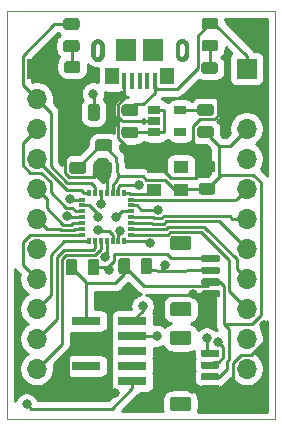
<source format=gbr>
G04 #@! TF.GenerationSoftware,KiCad,Pcbnew,(5.1.5)-3*
G04 #@! TF.CreationDate,2021-07-19T22:44:49-05:00*
G04 #@! TF.ProjectId,STM32QFN28Breakout,53544d33-3251-4464-9e32-38427265616b,rev?*
G04 #@! TF.SameCoordinates,Original*
G04 #@! TF.FileFunction,Copper,L1,Top*
G04 #@! TF.FilePolarity,Positive*
%FSLAX46Y46*%
G04 Gerber Fmt 4.6, Leading zero omitted, Abs format (unit mm)*
G04 Created by KiCad (PCBNEW (5.1.5)-3) date 2021-07-19 22:44:49*
%MOMM*%
%LPD*%
G04 APERTURE LIST*
%ADD10C,0.050000*%
%ADD11C,0.100000*%
%ADD12C,0.001000*%
%ADD13R,0.400000X1.400000*%
%ADD14R,1.150000X1.450000*%
%ADD15R,1.750000X1.900000*%
%ADD16R,0.100000X0.100000*%
%ADD17O,1.700000X1.700000*%
%ADD18R,1.700000X1.700000*%
%ADD19R,0.299974X0.599948*%
%ADD20R,0.599948X0.299974*%
%ADD21R,2.400000X0.740000*%
%ADD22R,1.300000X1.100000*%
%ADD23R,1.060000X0.650000*%
%ADD24C,0.800000*%
%ADD25C,0.250000*%
%ADD26C,0.254000*%
G04 APERTURE END LIST*
D10*
X200693020Y-76370180D02*
X200693020Y-110929420D01*
X223405700Y-76377800D02*
X200693020Y-76370180D01*
X223405700Y-110975140D02*
X223405700Y-76377800D01*
X200693020Y-110929420D02*
X223405700Y-110975140D01*
D11*
X215729980Y-80101120D02*
G75*
G02X215504980Y-80326120I-225000J0D01*
G01*
X215504980Y-80326120D02*
G75*
G02X215279980Y-80102120I-500J224500D01*
G01*
X215279980Y-80102120D02*
X215279980Y-79300120D01*
X215729980Y-79300120D02*
X215729980Y-80101120D01*
D12*
G36*
X215729980Y-79700120D02*
G01*
X215729980Y-80100120D01*
X215729672Y-80111896D01*
X215728747Y-80123639D01*
X215727210Y-80135318D01*
X215725063Y-80146900D01*
X215722313Y-80158354D01*
X215718968Y-80169649D01*
X215715036Y-80180753D01*
X215710528Y-80191636D01*
X215705456Y-80202268D01*
X215699836Y-80212620D01*
X215693681Y-80222664D01*
X215687009Y-80232372D01*
X215679838Y-80241717D01*
X215672188Y-80250674D01*
X215664079Y-80259219D01*
X215655534Y-80267328D01*
X215646577Y-80274978D01*
X215637232Y-80282149D01*
X215627524Y-80288821D01*
X215617480Y-80294976D01*
X215607128Y-80300596D01*
X215596496Y-80305668D01*
X215585613Y-80310176D01*
X215574509Y-80314108D01*
X215563214Y-80317453D01*
X215551760Y-80320203D01*
X215540178Y-80322350D01*
X215528499Y-80323887D01*
X215516756Y-80324812D01*
X215504980Y-80325120D01*
X215493204Y-80324812D01*
X215481461Y-80323887D01*
X215469782Y-80322350D01*
X215458200Y-80320203D01*
X215446746Y-80317453D01*
X215435451Y-80314108D01*
X215424347Y-80310176D01*
X215413464Y-80305668D01*
X215402832Y-80300596D01*
X215392480Y-80294976D01*
X215382436Y-80288821D01*
X215372728Y-80282149D01*
X215363383Y-80274978D01*
X215354426Y-80267328D01*
X215345881Y-80259219D01*
X215337772Y-80250674D01*
X215330122Y-80241717D01*
X215322951Y-80232372D01*
X215316279Y-80222664D01*
X215310124Y-80212620D01*
X215304504Y-80202268D01*
X215299432Y-80191636D01*
X215294924Y-80180753D01*
X215290992Y-80169649D01*
X215287647Y-80158354D01*
X215284897Y-80146900D01*
X215282750Y-80135318D01*
X215281213Y-80123639D01*
X215280288Y-80111896D01*
X215279980Y-80100120D01*
X215279980Y-79700120D01*
X214979980Y-79700120D01*
X214979980Y-80050120D01*
X214979412Y-80075120D01*
X214980167Y-80103934D01*
X214982428Y-80132670D01*
X214986191Y-80161248D01*
X214991443Y-80189590D01*
X214998172Y-80217617D01*
X215006359Y-80245255D01*
X215015981Y-80272426D01*
X215027011Y-80299056D01*
X215039420Y-80325073D01*
X215053174Y-80350404D01*
X215068235Y-80374981D01*
X215084561Y-80398736D01*
X215102108Y-80421604D01*
X215120828Y-80443522D01*
X215140670Y-80464430D01*
X215161578Y-80484272D01*
X215183496Y-80502992D01*
X215206364Y-80520539D01*
X215230119Y-80536865D01*
X215254696Y-80551926D01*
X215280027Y-80565680D01*
X215306044Y-80578089D01*
X215332674Y-80589119D01*
X215359845Y-80598741D01*
X215387483Y-80606928D01*
X215415510Y-80613657D01*
X215443852Y-80618909D01*
X215472430Y-80622672D01*
X215504980Y-80625120D01*
X215532456Y-80624401D01*
X215559857Y-80622244D01*
X215587108Y-80618656D01*
X215614134Y-80613647D01*
X215640860Y-80607231D01*
X215667214Y-80599425D01*
X215693123Y-80590250D01*
X215718517Y-80579731D01*
X215743325Y-80567898D01*
X215767480Y-80554783D01*
X215790915Y-80540422D01*
X215813567Y-80524854D01*
X215835373Y-80508122D01*
X215856274Y-80490271D01*
X215876211Y-80471351D01*
X215895131Y-80451414D01*
X215912982Y-80430513D01*
X215929714Y-80408707D01*
X215945282Y-80386055D01*
X215959643Y-80362620D01*
X215972758Y-80338465D01*
X215984591Y-80313657D01*
X215995110Y-80288263D01*
X216004285Y-80262354D01*
X216012091Y-80236000D01*
X216018507Y-80209274D01*
X216023516Y-80182248D01*
X216027104Y-80154997D01*
X216029261Y-80127596D01*
X216029980Y-80100120D01*
X216029980Y-79700120D01*
X215729980Y-79700120D01*
G37*
X215729980Y-79700120D02*
X215729980Y-80100120D01*
X215729672Y-80111896D01*
X215728747Y-80123639D01*
X215727210Y-80135318D01*
X215725063Y-80146900D01*
X215722313Y-80158354D01*
X215718968Y-80169649D01*
X215715036Y-80180753D01*
X215710528Y-80191636D01*
X215705456Y-80202268D01*
X215699836Y-80212620D01*
X215693681Y-80222664D01*
X215687009Y-80232372D01*
X215679838Y-80241717D01*
X215672188Y-80250674D01*
X215664079Y-80259219D01*
X215655534Y-80267328D01*
X215646577Y-80274978D01*
X215637232Y-80282149D01*
X215627524Y-80288821D01*
X215617480Y-80294976D01*
X215607128Y-80300596D01*
X215596496Y-80305668D01*
X215585613Y-80310176D01*
X215574509Y-80314108D01*
X215563214Y-80317453D01*
X215551760Y-80320203D01*
X215540178Y-80322350D01*
X215528499Y-80323887D01*
X215516756Y-80324812D01*
X215504980Y-80325120D01*
X215493204Y-80324812D01*
X215481461Y-80323887D01*
X215469782Y-80322350D01*
X215458200Y-80320203D01*
X215446746Y-80317453D01*
X215435451Y-80314108D01*
X215424347Y-80310176D01*
X215413464Y-80305668D01*
X215402832Y-80300596D01*
X215392480Y-80294976D01*
X215382436Y-80288821D01*
X215372728Y-80282149D01*
X215363383Y-80274978D01*
X215354426Y-80267328D01*
X215345881Y-80259219D01*
X215337772Y-80250674D01*
X215330122Y-80241717D01*
X215322951Y-80232372D01*
X215316279Y-80222664D01*
X215310124Y-80212620D01*
X215304504Y-80202268D01*
X215299432Y-80191636D01*
X215294924Y-80180753D01*
X215290992Y-80169649D01*
X215287647Y-80158354D01*
X215284897Y-80146900D01*
X215282750Y-80135318D01*
X215281213Y-80123639D01*
X215280288Y-80111896D01*
X215279980Y-80100120D01*
X215279980Y-79700120D01*
X214979980Y-79700120D01*
X214979980Y-80050120D01*
X214979412Y-80075120D01*
X214980167Y-80103934D01*
X214982428Y-80132670D01*
X214986191Y-80161248D01*
X214991443Y-80189590D01*
X214998172Y-80217617D01*
X215006359Y-80245255D01*
X215015981Y-80272426D01*
X215027011Y-80299056D01*
X215039420Y-80325073D01*
X215053174Y-80350404D01*
X215068235Y-80374981D01*
X215084561Y-80398736D01*
X215102108Y-80421604D01*
X215120828Y-80443522D01*
X215140670Y-80464430D01*
X215161578Y-80484272D01*
X215183496Y-80502992D01*
X215206364Y-80520539D01*
X215230119Y-80536865D01*
X215254696Y-80551926D01*
X215280027Y-80565680D01*
X215306044Y-80578089D01*
X215332674Y-80589119D01*
X215359845Y-80598741D01*
X215387483Y-80606928D01*
X215415510Y-80613657D01*
X215443852Y-80618909D01*
X215472430Y-80622672D01*
X215504980Y-80625120D01*
X215532456Y-80624401D01*
X215559857Y-80622244D01*
X215587108Y-80618656D01*
X215614134Y-80613647D01*
X215640860Y-80607231D01*
X215667214Y-80599425D01*
X215693123Y-80590250D01*
X215718517Y-80579731D01*
X215743325Y-80567898D01*
X215767480Y-80554783D01*
X215790915Y-80540422D01*
X215813567Y-80524854D01*
X215835373Y-80508122D01*
X215856274Y-80490271D01*
X215876211Y-80471351D01*
X215895131Y-80451414D01*
X215912982Y-80430513D01*
X215929714Y-80408707D01*
X215945282Y-80386055D01*
X215959643Y-80362620D01*
X215972758Y-80338465D01*
X215984591Y-80313657D01*
X215995110Y-80288263D01*
X216004285Y-80262354D01*
X216012091Y-80236000D01*
X216018507Y-80209274D01*
X216023516Y-80182248D01*
X216027104Y-80154997D01*
X216029261Y-80127596D01*
X216029980Y-80100120D01*
X216029980Y-79700120D01*
X215729980Y-79700120D01*
G36*
X215279980Y-79700120D02*
G01*
X215279980Y-79300120D01*
X215280288Y-79288344D01*
X215281213Y-79276601D01*
X215282750Y-79264922D01*
X215284897Y-79253340D01*
X215287647Y-79241886D01*
X215290992Y-79230591D01*
X215294924Y-79219487D01*
X215299432Y-79208604D01*
X215304504Y-79197972D01*
X215310124Y-79187620D01*
X215316279Y-79177576D01*
X215322951Y-79167868D01*
X215330122Y-79158523D01*
X215337772Y-79149566D01*
X215345881Y-79141021D01*
X215354426Y-79132912D01*
X215363383Y-79125262D01*
X215372728Y-79118091D01*
X215382436Y-79111419D01*
X215392480Y-79105264D01*
X215402832Y-79099644D01*
X215413464Y-79094572D01*
X215424347Y-79090064D01*
X215435451Y-79086132D01*
X215446746Y-79082787D01*
X215458200Y-79080037D01*
X215469782Y-79077890D01*
X215481461Y-79076353D01*
X215493204Y-79075428D01*
X215504980Y-79075120D01*
X215516756Y-79075428D01*
X215528499Y-79076353D01*
X215540178Y-79077890D01*
X215551760Y-79080037D01*
X215563214Y-79082787D01*
X215574509Y-79086132D01*
X215585613Y-79090064D01*
X215596496Y-79094572D01*
X215607128Y-79099644D01*
X215617480Y-79105264D01*
X215627524Y-79111419D01*
X215637232Y-79118091D01*
X215646577Y-79125262D01*
X215655534Y-79132912D01*
X215664079Y-79141021D01*
X215672188Y-79149566D01*
X215679838Y-79158523D01*
X215687009Y-79167868D01*
X215693681Y-79177576D01*
X215699836Y-79187620D01*
X215705456Y-79197972D01*
X215710528Y-79208604D01*
X215715036Y-79219487D01*
X215718968Y-79230591D01*
X215722313Y-79241886D01*
X215725063Y-79253340D01*
X215727210Y-79264922D01*
X215728747Y-79276601D01*
X215729672Y-79288344D01*
X215729980Y-79300120D01*
X215729980Y-79700120D01*
X216029980Y-79700120D01*
X216029980Y-79350120D01*
X216030548Y-79325120D01*
X216029793Y-79296306D01*
X216027532Y-79267570D01*
X216023769Y-79238992D01*
X216018517Y-79210650D01*
X216011788Y-79182623D01*
X216003601Y-79154985D01*
X215993979Y-79127814D01*
X215982949Y-79101184D01*
X215970540Y-79075167D01*
X215956786Y-79049836D01*
X215941725Y-79025259D01*
X215925399Y-79001504D01*
X215907852Y-78978636D01*
X215889132Y-78956718D01*
X215869290Y-78935810D01*
X215848382Y-78915968D01*
X215826464Y-78897248D01*
X215803596Y-78879701D01*
X215779841Y-78863375D01*
X215755264Y-78848314D01*
X215729933Y-78834560D01*
X215703916Y-78822151D01*
X215677286Y-78811121D01*
X215650115Y-78801499D01*
X215622477Y-78793312D01*
X215594450Y-78786583D01*
X215566108Y-78781331D01*
X215537530Y-78777568D01*
X215504980Y-78775120D01*
X215477504Y-78775839D01*
X215450103Y-78777996D01*
X215422852Y-78781584D01*
X215395826Y-78786593D01*
X215369100Y-78793009D01*
X215342746Y-78800815D01*
X215316837Y-78809990D01*
X215291443Y-78820509D01*
X215266635Y-78832342D01*
X215242480Y-78845457D01*
X215219045Y-78859818D01*
X215196393Y-78875386D01*
X215174587Y-78892118D01*
X215153686Y-78909969D01*
X215133749Y-78928889D01*
X215114829Y-78948826D01*
X215096978Y-78969727D01*
X215080246Y-78991533D01*
X215064678Y-79014185D01*
X215050317Y-79037620D01*
X215037202Y-79061775D01*
X215025369Y-79086583D01*
X215014850Y-79111977D01*
X215005675Y-79137886D01*
X214997869Y-79164240D01*
X214991453Y-79190966D01*
X214986444Y-79217992D01*
X214982856Y-79245243D01*
X214980699Y-79272644D01*
X214979980Y-79300120D01*
X214979980Y-79700120D01*
X215279980Y-79700120D01*
G37*
X215279980Y-79700120D02*
X215279980Y-79300120D01*
X215280288Y-79288344D01*
X215281213Y-79276601D01*
X215282750Y-79264922D01*
X215284897Y-79253340D01*
X215287647Y-79241886D01*
X215290992Y-79230591D01*
X215294924Y-79219487D01*
X215299432Y-79208604D01*
X215304504Y-79197972D01*
X215310124Y-79187620D01*
X215316279Y-79177576D01*
X215322951Y-79167868D01*
X215330122Y-79158523D01*
X215337772Y-79149566D01*
X215345881Y-79141021D01*
X215354426Y-79132912D01*
X215363383Y-79125262D01*
X215372728Y-79118091D01*
X215382436Y-79111419D01*
X215392480Y-79105264D01*
X215402832Y-79099644D01*
X215413464Y-79094572D01*
X215424347Y-79090064D01*
X215435451Y-79086132D01*
X215446746Y-79082787D01*
X215458200Y-79080037D01*
X215469782Y-79077890D01*
X215481461Y-79076353D01*
X215493204Y-79075428D01*
X215504980Y-79075120D01*
X215516756Y-79075428D01*
X215528499Y-79076353D01*
X215540178Y-79077890D01*
X215551760Y-79080037D01*
X215563214Y-79082787D01*
X215574509Y-79086132D01*
X215585613Y-79090064D01*
X215596496Y-79094572D01*
X215607128Y-79099644D01*
X215617480Y-79105264D01*
X215627524Y-79111419D01*
X215637232Y-79118091D01*
X215646577Y-79125262D01*
X215655534Y-79132912D01*
X215664079Y-79141021D01*
X215672188Y-79149566D01*
X215679838Y-79158523D01*
X215687009Y-79167868D01*
X215693681Y-79177576D01*
X215699836Y-79187620D01*
X215705456Y-79197972D01*
X215710528Y-79208604D01*
X215715036Y-79219487D01*
X215718968Y-79230591D01*
X215722313Y-79241886D01*
X215725063Y-79253340D01*
X215727210Y-79264922D01*
X215728747Y-79276601D01*
X215729672Y-79288344D01*
X215729980Y-79300120D01*
X215729980Y-79700120D01*
X216029980Y-79700120D01*
X216029980Y-79350120D01*
X216030548Y-79325120D01*
X216029793Y-79296306D01*
X216027532Y-79267570D01*
X216023769Y-79238992D01*
X216018517Y-79210650D01*
X216011788Y-79182623D01*
X216003601Y-79154985D01*
X215993979Y-79127814D01*
X215982949Y-79101184D01*
X215970540Y-79075167D01*
X215956786Y-79049836D01*
X215941725Y-79025259D01*
X215925399Y-79001504D01*
X215907852Y-78978636D01*
X215889132Y-78956718D01*
X215869290Y-78935810D01*
X215848382Y-78915968D01*
X215826464Y-78897248D01*
X215803596Y-78879701D01*
X215779841Y-78863375D01*
X215755264Y-78848314D01*
X215729933Y-78834560D01*
X215703916Y-78822151D01*
X215677286Y-78811121D01*
X215650115Y-78801499D01*
X215622477Y-78793312D01*
X215594450Y-78786583D01*
X215566108Y-78781331D01*
X215537530Y-78777568D01*
X215504980Y-78775120D01*
X215477504Y-78775839D01*
X215450103Y-78777996D01*
X215422852Y-78781584D01*
X215395826Y-78786593D01*
X215369100Y-78793009D01*
X215342746Y-78800815D01*
X215316837Y-78809990D01*
X215291443Y-78820509D01*
X215266635Y-78832342D01*
X215242480Y-78845457D01*
X215219045Y-78859818D01*
X215196393Y-78875386D01*
X215174587Y-78892118D01*
X215153686Y-78909969D01*
X215133749Y-78928889D01*
X215114829Y-78948826D01*
X215096978Y-78969727D01*
X215080246Y-78991533D01*
X215064678Y-79014185D01*
X215050317Y-79037620D01*
X215037202Y-79061775D01*
X215025369Y-79086583D01*
X215014850Y-79111977D01*
X215005675Y-79137886D01*
X214997869Y-79164240D01*
X214991453Y-79190966D01*
X214986444Y-79217992D01*
X214982856Y-79245243D01*
X214980699Y-79272644D01*
X214979980Y-79300120D01*
X214979980Y-79700120D01*
X215279980Y-79700120D01*
D11*
X215729980Y-79300120D02*
G75*
G03X215504980Y-79075120I-225000J0D01*
G01*
X215504980Y-79075120D02*
G75*
G03X215279980Y-79300120I0J-225000D01*
G01*
X208579980Y-80101120D02*
G75*
G02X208354980Y-80326120I-225000J0D01*
G01*
X208354980Y-80326120D02*
G75*
G02X208129980Y-80102120I-500J224500D01*
G01*
X208129980Y-80102120D02*
X208129980Y-79300120D01*
X208579980Y-79300120D02*
X208579980Y-80101120D01*
D12*
G36*
X208579980Y-79700120D02*
G01*
X208579980Y-80100120D01*
X208579672Y-80111896D01*
X208578747Y-80123639D01*
X208577210Y-80135318D01*
X208575063Y-80146900D01*
X208572313Y-80158354D01*
X208568968Y-80169649D01*
X208565036Y-80180753D01*
X208560528Y-80191636D01*
X208555456Y-80202268D01*
X208549836Y-80212620D01*
X208543681Y-80222664D01*
X208537009Y-80232372D01*
X208529838Y-80241717D01*
X208522188Y-80250674D01*
X208514079Y-80259219D01*
X208505534Y-80267328D01*
X208496577Y-80274978D01*
X208487232Y-80282149D01*
X208477524Y-80288821D01*
X208467480Y-80294976D01*
X208457128Y-80300596D01*
X208446496Y-80305668D01*
X208435613Y-80310176D01*
X208424509Y-80314108D01*
X208413214Y-80317453D01*
X208401760Y-80320203D01*
X208390178Y-80322350D01*
X208378499Y-80323887D01*
X208366756Y-80324812D01*
X208354980Y-80325120D01*
X208343204Y-80324812D01*
X208331461Y-80323887D01*
X208319782Y-80322350D01*
X208308200Y-80320203D01*
X208296746Y-80317453D01*
X208285451Y-80314108D01*
X208274347Y-80310176D01*
X208263464Y-80305668D01*
X208252832Y-80300596D01*
X208242480Y-80294976D01*
X208232436Y-80288821D01*
X208222728Y-80282149D01*
X208213383Y-80274978D01*
X208204426Y-80267328D01*
X208195881Y-80259219D01*
X208187772Y-80250674D01*
X208180122Y-80241717D01*
X208172951Y-80232372D01*
X208166279Y-80222664D01*
X208160124Y-80212620D01*
X208154504Y-80202268D01*
X208149432Y-80191636D01*
X208144924Y-80180753D01*
X208140992Y-80169649D01*
X208137647Y-80158354D01*
X208134897Y-80146900D01*
X208132750Y-80135318D01*
X208131213Y-80123639D01*
X208130288Y-80111896D01*
X208129980Y-80100120D01*
X208129980Y-79700120D01*
X207829980Y-79700120D01*
X207829980Y-80050120D01*
X207829412Y-80075120D01*
X207830167Y-80103934D01*
X207832428Y-80132670D01*
X207836191Y-80161248D01*
X207841443Y-80189590D01*
X207848172Y-80217617D01*
X207856359Y-80245255D01*
X207865981Y-80272426D01*
X207877011Y-80299056D01*
X207889420Y-80325073D01*
X207903174Y-80350404D01*
X207918235Y-80374981D01*
X207934561Y-80398736D01*
X207952108Y-80421604D01*
X207970828Y-80443522D01*
X207990670Y-80464430D01*
X208011578Y-80484272D01*
X208033496Y-80502992D01*
X208056364Y-80520539D01*
X208080119Y-80536865D01*
X208104696Y-80551926D01*
X208130027Y-80565680D01*
X208156044Y-80578089D01*
X208182674Y-80589119D01*
X208209845Y-80598741D01*
X208237483Y-80606928D01*
X208265510Y-80613657D01*
X208293852Y-80618909D01*
X208322430Y-80622672D01*
X208354980Y-80625120D01*
X208382456Y-80624401D01*
X208409857Y-80622244D01*
X208437108Y-80618656D01*
X208464134Y-80613647D01*
X208490860Y-80607231D01*
X208517214Y-80599425D01*
X208543123Y-80590250D01*
X208568517Y-80579731D01*
X208593325Y-80567898D01*
X208617480Y-80554783D01*
X208640915Y-80540422D01*
X208663567Y-80524854D01*
X208685373Y-80508122D01*
X208706274Y-80490271D01*
X208726211Y-80471351D01*
X208745131Y-80451414D01*
X208762982Y-80430513D01*
X208779714Y-80408707D01*
X208795282Y-80386055D01*
X208809643Y-80362620D01*
X208822758Y-80338465D01*
X208834591Y-80313657D01*
X208845110Y-80288263D01*
X208854285Y-80262354D01*
X208862091Y-80236000D01*
X208868507Y-80209274D01*
X208873516Y-80182248D01*
X208877104Y-80154997D01*
X208879261Y-80127596D01*
X208879980Y-80100120D01*
X208879980Y-79700120D01*
X208579980Y-79700120D01*
G37*
X208579980Y-79700120D02*
X208579980Y-80100120D01*
X208579672Y-80111896D01*
X208578747Y-80123639D01*
X208577210Y-80135318D01*
X208575063Y-80146900D01*
X208572313Y-80158354D01*
X208568968Y-80169649D01*
X208565036Y-80180753D01*
X208560528Y-80191636D01*
X208555456Y-80202268D01*
X208549836Y-80212620D01*
X208543681Y-80222664D01*
X208537009Y-80232372D01*
X208529838Y-80241717D01*
X208522188Y-80250674D01*
X208514079Y-80259219D01*
X208505534Y-80267328D01*
X208496577Y-80274978D01*
X208487232Y-80282149D01*
X208477524Y-80288821D01*
X208467480Y-80294976D01*
X208457128Y-80300596D01*
X208446496Y-80305668D01*
X208435613Y-80310176D01*
X208424509Y-80314108D01*
X208413214Y-80317453D01*
X208401760Y-80320203D01*
X208390178Y-80322350D01*
X208378499Y-80323887D01*
X208366756Y-80324812D01*
X208354980Y-80325120D01*
X208343204Y-80324812D01*
X208331461Y-80323887D01*
X208319782Y-80322350D01*
X208308200Y-80320203D01*
X208296746Y-80317453D01*
X208285451Y-80314108D01*
X208274347Y-80310176D01*
X208263464Y-80305668D01*
X208252832Y-80300596D01*
X208242480Y-80294976D01*
X208232436Y-80288821D01*
X208222728Y-80282149D01*
X208213383Y-80274978D01*
X208204426Y-80267328D01*
X208195881Y-80259219D01*
X208187772Y-80250674D01*
X208180122Y-80241717D01*
X208172951Y-80232372D01*
X208166279Y-80222664D01*
X208160124Y-80212620D01*
X208154504Y-80202268D01*
X208149432Y-80191636D01*
X208144924Y-80180753D01*
X208140992Y-80169649D01*
X208137647Y-80158354D01*
X208134897Y-80146900D01*
X208132750Y-80135318D01*
X208131213Y-80123639D01*
X208130288Y-80111896D01*
X208129980Y-80100120D01*
X208129980Y-79700120D01*
X207829980Y-79700120D01*
X207829980Y-80050120D01*
X207829412Y-80075120D01*
X207830167Y-80103934D01*
X207832428Y-80132670D01*
X207836191Y-80161248D01*
X207841443Y-80189590D01*
X207848172Y-80217617D01*
X207856359Y-80245255D01*
X207865981Y-80272426D01*
X207877011Y-80299056D01*
X207889420Y-80325073D01*
X207903174Y-80350404D01*
X207918235Y-80374981D01*
X207934561Y-80398736D01*
X207952108Y-80421604D01*
X207970828Y-80443522D01*
X207990670Y-80464430D01*
X208011578Y-80484272D01*
X208033496Y-80502992D01*
X208056364Y-80520539D01*
X208080119Y-80536865D01*
X208104696Y-80551926D01*
X208130027Y-80565680D01*
X208156044Y-80578089D01*
X208182674Y-80589119D01*
X208209845Y-80598741D01*
X208237483Y-80606928D01*
X208265510Y-80613657D01*
X208293852Y-80618909D01*
X208322430Y-80622672D01*
X208354980Y-80625120D01*
X208382456Y-80624401D01*
X208409857Y-80622244D01*
X208437108Y-80618656D01*
X208464134Y-80613647D01*
X208490860Y-80607231D01*
X208517214Y-80599425D01*
X208543123Y-80590250D01*
X208568517Y-80579731D01*
X208593325Y-80567898D01*
X208617480Y-80554783D01*
X208640915Y-80540422D01*
X208663567Y-80524854D01*
X208685373Y-80508122D01*
X208706274Y-80490271D01*
X208726211Y-80471351D01*
X208745131Y-80451414D01*
X208762982Y-80430513D01*
X208779714Y-80408707D01*
X208795282Y-80386055D01*
X208809643Y-80362620D01*
X208822758Y-80338465D01*
X208834591Y-80313657D01*
X208845110Y-80288263D01*
X208854285Y-80262354D01*
X208862091Y-80236000D01*
X208868507Y-80209274D01*
X208873516Y-80182248D01*
X208877104Y-80154997D01*
X208879261Y-80127596D01*
X208879980Y-80100120D01*
X208879980Y-79700120D01*
X208579980Y-79700120D01*
G36*
X208129980Y-79700120D02*
G01*
X208129980Y-79300120D01*
X208130288Y-79288344D01*
X208131213Y-79276601D01*
X208132750Y-79264922D01*
X208134897Y-79253340D01*
X208137647Y-79241886D01*
X208140992Y-79230591D01*
X208144924Y-79219487D01*
X208149432Y-79208604D01*
X208154504Y-79197972D01*
X208160124Y-79187620D01*
X208166279Y-79177576D01*
X208172951Y-79167868D01*
X208180122Y-79158523D01*
X208187772Y-79149566D01*
X208195881Y-79141021D01*
X208204426Y-79132912D01*
X208213383Y-79125262D01*
X208222728Y-79118091D01*
X208232436Y-79111419D01*
X208242480Y-79105264D01*
X208252832Y-79099644D01*
X208263464Y-79094572D01*
X208274347Y-79090064D01*
X208285451Y-79086132D01*
X208296746Y-79082787D01*
X208308200Y-79080037D01*
X208319782Y-79077890D01*
X208331461Y-79076353D01*
X208343204Y-79075428D01*
X208354980Y-79075120D01*
X208366756Y-79075428D01*
X208378499Y-79076353D01*
X208390178Y-79077890D01*
X208401760Y-79080037D01*
X208413214Y-79082787D01*
X208424509Y-79086132D01*
X208435613Y-79090064D01*
X208446496Y-79094572D01*
X208457128Y-79099644D01*
X208467480Y-79105264D01*
X208477524Y-79111419D01*
X208487232Y-79118091D01*
X208496577Y-79125262D01*
X208505534Y-79132912D01*
X208514079Y-79141021D01*
X208522188Y-79149566D01*
X208529838Y-79158523D01*
X208537009Y-79167868D01*
X208543681Y-79177576D01*
X208549836Y-79187620D01*
X208555456Y-79197972D01*
X208560528Y-79208604D01*
X208565036Y-79219487D01*
X208568968Y-79230591D01*
X208572313Y-79241886D01*
X208575063Y-79253340D01*
X208577210Y-79264922D01*
X208578747Y-79276601D01*
X208579672Y-79288344D01*
X208579980Y-79300120D01*
X208579980Y-79700120D01*
X208879980Y-79700120D01*
X208879980Y-79350120D01*
X208880548Y-79325120D01*
X208879793Y-79296306D01*
X208877532Y-79267570D01*
X208873769Y-79238992D01*
X208868517Y-79210650D01*
X208861788Y-79182623D01*
X208853601Y-79154985D01*
X208843979Y-79127814D01*
X208832949Y-79101184D01*
X208820540Y-79075167D01*
X208806786Y-79049836D01*
X208791725Y-79025259D01*
X208775399Y-79001504D01*
X208757852Y-78978636D01*
X208739132Y-78956718D01*
X208719290Y-78935810D01*
X208698382Y-78915968D01*
X208676464Y-78897248D01*
X208653596Y-78879701D01*
X208629841Y-78863375D01*
X208605264Y-78848314D01*
X208579933Y-78834560D01*
X208553916Y-78822151D01*
X208527286Y-78811121D01*
X208500115Y-78801499D01*
X208472477Y-78793312D01*
X208444450Y-78786583D01*
X208416108Y-78781331D01*
X208387530Y-78777568D01*
X208354980Y-78775120D01*
X208327504Y-78775839D01*
X208300103Y-78777996D01*
X208272852Y-78781584D01*
X208245826Y-78786593D01*
X208219100Y-78793009D01*
X208192746Y-78800815D01*
X208166837Y-78809990D01*
X208141443Y-78820509D01*
X208116635Y-78832342D01*
X208092480Y-78845457D01*
X208069045Y-78859818D01*
X208046393Y-78875386D01*
X208024587Y-78892118D01*
X208003686Y-78909969D01*
X207983749Y-78928889D01*
X207964829Y-78948826D01*
X207946978Y-78969727D01*
X207930246Y-78991533D01*
X207914678Y-79014185D01*
X207900317Y-79037620D01*
X207887202Y-79061775D01*
X207875369Y-79086583D01*
X207864850Y-79111977D01*
X207855675Y-79137886D01*
X207847869Y-79164240D01*
X207841453Y-79190966D01*
X207836444Y-79217992D01*
X207832856Y-79245243D01*
X207830699Y-79272644D01*
X207829980Y-79300120D01*
X207829980Y-79700120D01*
X208129980Y-79700120D01*
G37*
X208129980Y-79700120D02*
X208129980Y-79300120D01*
X208130288Y-79288344D01*
X208131213Y-79276601D01*
X208132750Y-79264922D01*
X208134897Y-79253340D01*
X208137647Y-79241886D01*
X208140992Y-79230591D01*
X208144924Y-79219487D01*
X208149432Y-79208604D01*
X208154504Y-79197972D01*
X208160124Y-79187620D01*
X208166279Y-79177576D01*
X208172951Y-79167868D01*
X208180122Y-79158523D01*
X208187772Y-79149566D01*
X208195881Y-79141021D01*
X208204426Y-79132912D01*
X208213383Y-79125262D01*
X208222728Y-79118091D01*
X208232436Y-79111419D01*
X208242480Y-79105264D01*
X208252832Y-79099644D01*
X208263464Y-79094572D01*
X208274347Y-79090064D01*
X208285451Y-79086132D01*
X208296746Y-79082787D01*
X208308200Y-79080037D01*
X208319782Y-79077890D01*
X208331461Y-79076353D01*
X208343204Y-79075428D01*
X208354980Y-79075120D01*
X208366756Y-79075428D01*
X208378499Y-79076353D01*
X208390178Y-79077890D01*
X208401760Y-79080037D01*
X208413214Y-79082787D01*
X208424509Y-79086132D01*
X208435613Y-79090064D01*
X208446496Y-79094572D01*
X208457128Y-79099644D01*
X208467480Y-79105264D01*
X208477524Y-79111419D01*
X208487232Y-79118091D01*
X208496577Y-79125262D01*
X208505534Y-79132912D01*
X208514079Y-79141021D01*
X208522188Y-79149566D01*
X208529838Y-79158523D01*
X208537009Y-79167868D01*
X208543681Y-79177576D01*
X208549836Y-79187620D01*
X208555456Y-79197972D01*
X208560528Y-79208604D01*
X208565036Y-79219487D01*
X208568968Y-79230591D01*
X208572313Y-79241886D01*
X208575063Y-79253340D01*
X208577210Y-79264922D01*
X208578747Y-79276601D01*
X208579672Y-79288344D01*
X208579980Y-79300120D01*
X208579980Y-79700120D01*
X208879980Y-79700120D01*
X208879980Y-79350120D01*
X208880548Y-79325120D01*
X208879793Y-79296306D01*
X208877532Y-79267570D01*
X208873769Y-79238992D01*
X208868517Y-79210650D01*
X208861788Y-79182623D01*
X208853601Y-79154985D01*
X208843979Y-79127814D01*
X208832949Y-79101184D01*
X208820540Y-79075167D01*
X208806786Y-79049836D01*
X208791725Y-79025259D01*
X208775399Y-79001504D01*
X208757852Y-78978636D01*
X208739132Y-78956718D01*
X208719290Y-78935810D01*
X208698382Y-78915968D01*
X208676464Y-78897248D01*
X208653596Y-78879701D01*
X208629841Y-78863375D01*
X208605264Y-78848314D01*
X208579933Y-78834560D01*
X208553916Y-78822151D01*
X208527286Y-78811121D01*
X208500115Y-78801499D01*
X208472477Y-78793312D01*
X208444450Y-78786583D01*
X208416108Y-78781331D01*
X208387530Y-78777568D01*
X208354980Y-78775120D01*
X208327504Y-78775839D01*
X208300103Y-78777996D01*
X208272852Y-78781584D01*
X208245826Y-78786593D01*
X208219100Y-78793009D01*
X208192746Y-78800815D01*
X208166837Y-78809990D01*
X208141443Y-78820509D01*
X208116635Y-78832342D01*
X208092480Y-78845457D01*
X208069045Y-78859818D01*
X208046393Y-78875386D01*
X208024587Y-78892118D01*
X208003686Y-78909969D01*
X207983749Y-78928889D01*
X207964829Y-78948826D01*
X207946978Y-78969727D01*
X207930246Y-78991533D01*
X207914678Y-79014185D01*
X207900317Y-79037620D01*
X207887202Y-79061775D01*
X207875369Y-79086583D01*
X207864850Y-79111977D01*
X207855675Y-79137886D01*
X207847869Y-79164240D01*
X207841453Y-79190966D01*
X207836444Y-79217992D01*
X207832856Y-79245243D01*
X207830699Y-79272644D01*
X207829980Y-79300120D01*
X207829980Y-79700120D01*
X208129980Y-79700120D01*
D11*
X208579980Y-79300120D02*
G75*
G03X208354980Y-79075120I-225000J0D01*
G01*
X208354980Y-79075120D02*
G75*
G03X208129980Y-79300120I0J-225000D01*
G01*
D13*
X213229980Y-82350120D03*
X212579980Y-82350120D03*
X211929980Y-82350120D03*
X211269980Y-82350120D03*
X210629980Y-82350120D03*
D14*
X214249980Y-81930120D03*
X209609980Y-81930120D03*
D15*
X213054980Y-79700120D03*
X210804980Y-79700120D03*
D16*
X215478980Y-80430120D03*
X208328980Y-80430120D03*
D17*
X203200000Y-106680000D03*
X203200000Y-104140000D03*
X203200000Y-101600000D03*
X203200000Y-99060000D03*
X203200000Y-96520000D03*
X203200000Y-93980000D03*
X203200000Y-91440000D03*
X203200000Y-88900000D03*
X203200000Y-86360000D03*
X203200000Y-83820000D03*
D18*
X203200000Y-81280000D03*
X220980000Y-81280000D03*
D17*
X220980000Y-83820000D03*
X220980000Y-86360000D03*
X220980000Y-88900000D03*
X220980000Y-91440000D03*
X220980000Y-93980000D03*
X220980000Y-96520000D03*
X220980000Y-99060000D03*
X220980000Y-101600000D03*
X220980000Y-104140000D03*
X220980000Y-106680000D03*
D19*
X210624420Y-91813380D03*
X210124040Y-91813380D03*
X209623660Y-91813380D03*
X209123280Y-91813380D03*
X208622900Y-91813380D03*
X208122520Y-91813380D03*
X207622140Y-91813380D03*
D20*
X207078580Y-92356940D03*
X207078580Y-92857320D03*
X207078580Y-93357700D03*
X207078580Y-93858080D03*
X207078580Y-94358460D03*
X207078580Y-94858840D03*
X207078580Y-95359220D03*
D19*
X207622140Y-95902780D03*
X208122520Y-95902780D03*
X208622900Y-95902780D03*
X209123280Y-95902780D03*
X209623660Y-95902780D03*
X210124040Y-95902780D03*
X210624420Y-95902780D03*
D20*
X211167980Y-95359220D03*
X211167980Y-94858840D03*
X211167980Y-94358460D03*
X211167980Y-93858080D03*
X211167980Y-93357700D03*
X211167980Y-92857320D03*
X211167980Y-92356940D03*
G04 #@! TA.AperFunction,SMDPad,CuDef*
D11*
G36*
X208308164Y-84231584D02*
G01*
X208332433Y-84235184D01*
X208356231Y-84241145D01*
X208379331Y-84249410D01*
X208401509Y-84259900D01*
X208422553Y-84272513D01*
X208442258Y-84287127D01*
X208460437Y-84303603D01*
X208476913Y-84321782D01*
X208491527Y-84341487D01*
X208504140Y-84362531D01*
X208514630Y-84384709D01*
X208522895Y-84407809D01*
X208528856Y-84431607D01*
X208532456Y-84455876D01*
X208533660Y-84480380D01*
X208533660Y-85430380D01*
X208532456Y-85454884D01*
X208528856Y-85479153D01*
X208522895Y-85502951D01*
X208514630Y-85526051D01*
X208504140Y-85548229D01*
X208491527Y-85569273D01*
X208476913Y-85588978D01*
X208460437Y-85607157D01*
X208442258Y-85623633D01*
X208422553Y-85638247D01*
X208401509Y-85650860D01*
X208379331Y-85661350D01*
X208356231Y-85669615D01*
X208332433Y-85675576D01*
X208308164Y-85679176D01*
X208283660Y-85680380D01*
X207783660Y-85680380D01*
X207759156Y-85679176D01*
X207734887Y-85675576D01*
X207711089Y-85669615D01*
X207687989Y-85661350D01*
X207665811Y-85650860D01*
X207644767Y-85638247D01*
X207625062Y-85623633D01*
X207606883Y-85607157D01*
X207590407Y-85588978D01*
X207575793Y-85569273D01*
X207563180Y-85548229D01*
X207552690Y-85526051D01*
X207544425Y-85502951D01*
X207538464Y-85479153D01*
X207534864Y-85454884D01*
X207533660Y-85430380D01*
X207533660Y-84480380D01*
X207534864Y-84455876D01*
X207538464Y-84431607D01*
X207544425Y-84407809D01*
X207552690Y-84384709D01*
X207563180Y-84362531D01*
X207575793Y-84341487D01*
X207590407Y-84321782D01*
X207606883Y-84303603D01*
X207625062Y-84287127D01*
X207644767Y-84272513D01*
X207665811Y-84259900D01*
X207687989Y-84249410D01*
X207711089Y-84241145D01*
X207734887Y-84235184D01*
X207759156Y-84231584D01*
X207783660Y-84230380D01*
X208283660Y-84230380D01*
X208308164Y-84231584D01*
G37*
G04 #@! TD.AperFunction*
G04 #@! TA.AperFunction,SMDPad,CuDef*
G36*
X206408164Y-84231584D02*
G01*
X206432433Y-84235184D01*
X206456231Y-84241145D01*
X206479331Y-84249410D01*
X206501509Y-84259900D01*
X206522553Y-84272513D01*
X206542258Y-84287127D01*
X206560437Y-84303603D01*
X206576913Y-84321782D01*
X206591527Y-84341487D01*
X206604140Y-84362531D01*
X206614630Y-84384709D01*
X206622895Y-84407809D01*
X206628856Y-84431607D01*
X206632456Y-84455876D01*
X206633660Y-84480380D01*
X206633660Y-85430380D01*
X206632456Y-85454884D01*
X206628856Y-85479153D01*
X206622895Y-85502951D01*
X206614630Y-85526051D01*
X206604140Y-85548229D01*
X206591527Y-85569273D01*
X206576913Y-85588978D01*
X206560437Y-85607157D01*
X206542258Y-85623633D01*
X206522553Y-85638247D01*
X206501509Y-85650860D01*
X206479331Y-85661350D01*
X206456231Y-85669615D01*
X206432433Y-85675576D01*
X206408164Y-85679176D01*
X206383660Y-85680380D01*
X205883660Y-85680380D01*
X205859156Y-85679176D01*
X205834887Y-85675576D01*
X205811089Y-85669615D01*
X205787989Y-85661350D01*
X205765811Y-85650860D01*
X205744767Y-85638247D01*
X205725062Y-85623633D01*
X205706883Y-85607157D01*
X205690407Y-85588978D01*
X205675793Y-85569273D01*
X205663180Y-85548229D01*
X205652690Y-85526051D01*
X205644425Y-85502951D01*
X205638464Y-85479153D01*
X205634864Y-85454884D01*
X205633660Y-85430380D01*
X205633660Y-84480380D01*
X205634864Y-84455876D01*
X205638464Y-84431607D01*
X205644425Y-84407809D01*
X205652690Y-84384709D01*
X205663180Y-84362531D01*
X205675793Y-84341487D01*
X205690407Y-84321782D01*
X205706883Y-84303603D01*
X205725062Y-84287127D01*
X205744767Y-84272513D01*
X205765811Y-84259900D01*
X205787989Y-84249410D01*
X205811089Y-84241145D01*
X205834887Y-84235184D01*
X205859156Y-84231584D01*
X205883660Y-84230380D01*
X206383660Y-84230380D01*
X206408164Y-84231584D01*
G37*
G04 #@! TD.AperFunction*
G04 #@! TA.AperFunction,SMDPad,CuDef*
G36*
X207181844Y-89160704D02*
G01*
X207206113Y-89164304D01*
X207229911Y-89170265D01*
X207253011Y-89178530D01*
X207275189Y-89189020D01*
X207296233Y-89201633D01*
X207315938Y-89216247D01*
X207334117Y-89232723D01*
X207350593Y-89250902D01*
X207365207Y-89270607D01*
X207377820Y-89291651D01*
X207388310Y-89313829D01*
X207396575Y-89336929D01*
X207402536Y-89360727D01*
X207406136Y-89384996D01*
X207407340Y-89409500D01*
X207407340Y-89909500D01*
X207406136Y-89934004D01*
X207402536Y-89958273D01*
X207396575Y-89982071D01*
X207388310Y-90005171D01*
X207377820Y-90027349D01*
X207365207Y-90048393D01*
X207350593Y-90068098D01*
X207334117Y-90086277D01*
X207315938Y-90102753D01*
X207296233Y-90117367D01*
X207275189Y-90129980D01*
X207253011Y-90140470D01*
X207229911Y-90148735D01*
X207206113Y-90154696D01*
X207181844Y-90158296D01*
X207157340Y-90159500D01*
X206207340Y-90159500D01*
X206182836Y-90158296D01*
X206158567Y-90154696D01*
X206134769Y-90148735D01*
X206111669Y-90140470D01*
X206089491Y-90129980D01*
X206068447Y-90117367D01*
X206048742Y-90102753D01*
X206030563Y-90086277D01*
X206014087Y-90068098D01*
X205999473Y-90048393D01*
X205986860Y-90027349D01*
X205976370Y-90005171D01*
X205968105Y-89982071D01*
X205962144Y-89958273D01*
X205958544Y-89934004D01*
X205957340Y-89909500D01*
X205957340Y-89409500D01*
X205958544Y-89384996D01*
X205962144Y-89360727D01*
X205968105Y-89336929D01*
X205976370Y-89313829D01*
X205986860Y-89291651D01*
X205999473Y-89270607D01*
X206014087Y-89250902D01*
X206030563Y-89232723D01*
X206048742Y-89216247D01*
X206068447Y-89201633D01*
X206089491Y-89189020D01*
X206111669Y-89178530D01*
X206134769Y-89170265D01*
X206158567Y-89164304D01*
X206182836Y-89160704D01*
X206207340Y-89159500D01*
X207157340Y-89159500D01*
X207181844Y-89160704D01*
G37*
G04 #@! TD.AperFunction*
G04 #@! TA.AperFunction,SMDPad,CuDef*
G36*
X207181844Y-87260704D02*
G01*
X207206113Y-87264304D01*
X207229911Y-87270265D01*
X207253011Y-87278530D01*
X207275189Y-87289020D01*
X207296233Y-87301633D01*
X207315938Y-87316247D01*
X207334117Y-87332723D01*
X207350593Y-87350902D01*
X207365207Y-87370607D01*
X207377820Y-87391651D01*
X207388310Y-87413829D01*
X207396575Y-87436929D01*
X207402536Y-87460727D01*
X207406136Y-87484996D01*
X207407340Y-87509500D01*
X207407340Y-88009500D01*
X207406136Y-88034004D01*
X207402536Y-88058273D01*
X207396575Y-88082071D01*
X207388310Y-88105171D01*
X207377820Y-88127349D01*
X207365207Y-88148393D01*
X207350593Y-88168098D01*
X207334117Y-88186277D01*
X207315938Y-88202753D01*
X207296233Y-88217367D01*
X207275189Y-88229980D01*
X207253011Y-88240470D01*
X207229911Y-88248735D01*
X207206113Y-88254696D01*
X207181844Y-88258296D01*
X207157340Y-88259500D01*
X206207340Y-88259500D01*
X206182836Y-88258296D01*
X206158567Y-88254696D01*
X206134769Y-88248735D01*
X206111669Y-88240470D01*
X206089491Y-88229980D01*
X206068447Y-88217367D01*
X206048742Y-88202753D01*
X206030563Y-88186277D01*
X206014087Y-88168098D01*
X205999473Y-88148393D01*
X205986860Y-88127349D01*
X205976370Y-88105171D01*
X205968105Y-88082071D01*
X205962144Y-88058273D01*
X205958544Y-88034004D01*
X205957340Y-88009500D01*
X205957340Y-87509500D01*
X205958544Y-87484996D01*
X205962144Y-87460727D01*
X205968105Y-87436929D01*
X205976370Y-87413829D01*
X205986860Y-87391651D01*
X205999473Y-87370607D01*
X206014087Y-87350902D01*
X206030563Y-87332723D01*
X206048742Y-87316247D01*
X206068447Y-87301633D01*
X206089491Y-87289020D01*
X206111669Y-87278530D01*
X206134769Y-87270265D01*
X206158567Y-87264304D01*
X206182836Y-87260704D01*
X206207340Y-87259500D01*
X207157340Y-87259500D01*
X207181844Y-87260704D01*
G37*
G04 #@! TD.AperFunction*
G04 #@! TA.AperFunction,SMDPad,CuDef*
G36*
X209396724Y-89160704D02*
G01*
X209420993Y-89164304D01*
X209444791Y-89170265D01*
X209467891Y-89178530D01*
X209490069Y-89189020D01*
X209511113Y-89201633D01*
X209530818Y-89216247D01*
X209548997Y-89232723D01*
X209565473Y-89250902D01*
X209580087Y-89270607D01*
X209592700Y-89291651D01*
X209603190Y-89313829D01*
X209611455Y-89336929D01*
X209617416Y-89360727D01*
X209621016Y-89384996D01*
X209622220Y-89409500D01*
X209622220Y-89909500D01*
X209621016Y-89934004D01*
X209617416Y-89958273D01*
X209611455Y-89982071D01*
X209603190Y-90005171D01*
X209592700Y-90027349D01*
X209580087Y-90048393D01*
X209565473Y-90068098D01*
X209548997Y-90086277D01*
X209530818Y-90102753D01*
X209511113Y-90117367D01*
X209490069Y-90129980D01*
X209467891Y-90140470D01*
X209444791Y-90148735D01*
X209420993Y-90154696D01*
X209396724Y-90158296D01*
X209372220Y-90159500D01*
X208422220Y-90159500D01*
X208397716Y-90158296D01*
X208373447Y-90154696D01*
X208349649Y-90148735D01*
X208326549Y-90140470D01*
X208304371Y-90129980D01*
X208283327Y-90117367D01*
X208263622Y-90102753D01*
X208245443Y-90086277D01*
X208228967Y-90068098D01*
X208214353Y-90048393D01*
X208201740Y-90027349D01*
X208191250Y-90005171D01*
X208182985Y-89982071D01*
X208177024Y-89958273D01*
X208173424Y-89934004D01*
X208172220Y-89909500D01*
X208172220Y-89409500D01*
X208173424Y-89384996D01*
X208177024Y-89360727D01*
X208182985Y-89336929D01*
X208191250Y-89313829D01*
X208201740Y-89291651D01*
X208214353Y-89270607D01*
X208228967Y-89250902D01*
X208245443Y-89232723D01*
X208263622Y-89216247D01*
X208283327Y-89201633D01*
X208304371Y-89189020D01*
X208326549Y-89178530D01*
X208349649Y-89170265D01*
X208373447Y-89164304D01*
X208397716Y-89160704D01*
X208422220Y-89159500D01*
X209372220Y-89159500D01*
X209396724Y-89160704D01*
G37*
G04 #@! TD.AperFunction*
G04 #@! TA.AperFunction,SMDPad,CuDef*
G36*
X209396724Y-87260704D02*
G01*
X209420993Y-87264304D01*
X209444791Y-87270265D01*
X209467891Y-87278530D01*
X209490069Y-87289020D01*
X209511113Y-87301633D01*
X209530818Y-87316247D01*
X209548997Y-87332723D01*
X209565473Y-87350902D01*
X209580087Y-87370607D01*
X209592700Y-87391651D01*
X209603190Y-87413829D01*
X209611455Y-87436929D01*
X209617416Y-87460727D01*
X209621016Y-87484996D01*
X209622220Y-87509500D01*
X209622220Y-88009500D01*
X209621016Y-88034004D01*
X209617416Y-88058273D01*
X209611455Y-88082071D01*
X209603190Y-88105171D01*
X209592700Y-88127349D01*
X209580087Y-88148393D01*
X209565473Y-88168098D01*
X209548997Y-88186277D01*
X209530818Y-88202753D01*
X209511113Y-88217367D01*
X209490069Y-88229980D01*
X209467891Y-88240470D01*
X209444791Y-88248735D01*
X209420993Y-88254696D01*
X209396724Y-88258296D01*
X209372220Y-88259500D01*
X208422220Y-88259500D01*
X208397716Y-88258296D01*
X208373447Y-88254696D01*
X208349649Y-88248735D01*
X208326549Y-88240470D01*
X208304371Y-88229980D01*
X208283327Y-88217367D01*
X208263622Y-88202753D01*
X208245443Y-88186277D01*
X208228967Y-88168098D01*
X208214353Y-88148393D01*
X208201740Y-88127349D01*
X208191250Y-88105171D01*
X208182985Y-88082071D01*
X208177024Y-88058273D01*
X208173424Y-88034004D01*
X208172220Y-88009500D01*
X208172220Y-87509500D01*
X208173424Y-87484996D01*
X208177024Y-87460727D01*
X208182985Y-87436929D01*
X208191250Y-87413829D01*
X208201740Y-87391651D01*
X208214353Y-87370607D01*
X208228967Y-87350902D01*
X208245443Y-87332723D01*
X208263622Y-87316247D01*
X208283327Y-87301633D01*
X208304371Y-87289020D01*
X208326549Y-87278530D01*
X208349649Y-87270265D01*
X208373447Y-87264304D01*
X208397716Y-87260704D01*
X208422220Y-87259500D01*
X209372220Y-87259500D01*
X209396724Y-87260704D01*
G37*
G04 #@! TD.AperFunction*
D21*
X211312040Y-107706160D03*
X207412040Y-107706160D03*
X211312040Y-106436160D03*
X207412040Y-106436160D03*
X211312040Y-105166160D03*
X207412040Y-105166160D03*
X211312040Y-103896160D03*
X207412040Y-103896160D03*
X211312040Y-102626160D03*
X207412040Y-102626160D03*
G04 #@! TA.AperFunction,SMDPad,CuDef*
D11*
G36*
X218570823Y-100039742D02*
G01*
X218585384Y-100041902D01*
X218599663Y-100045479D01*
X218613523Y-100050438D01*
X218626830Y-100056732D01*
X218639456Y-100064300D01*
X218651279Y-100073068D01*
X218662186Y-100082954D01*
X218672072Y-100093861D01*
X218680840Y-100105684D01*
X218688408Y-100118310D01*
X218694702Y-100131617D01*
X218699661Y-100145477D01*
X218703238Y-100159756D01*
X218705398Y-100174317D01*
X218706120Y-100189020D01*
X218706120Y-100489020D01*
X218705398Y-100503723D01*
X218703238Y-100518284D01*
X218699661Y-100532563D01*
X218694702Y-100546423D01*
X218688408Y-100559730D01*
X218680840Y-100572356D01*
X218672072Y-100584179D01*
X218662186Y-100595086D01*
X218651279Y-100604972D01*
X218639456Y-100613740D01*
X218626830Y-100621308D01*
X218613523Y-100627602D01*
X218599663Y-100632561D01*
X218585384Y-100636138D01*
X218570823Y-100638298D01*
X218556120Y-100639020D01*
X217306120Y-100639020D01*
X217291417Y-100638298D01*
X217276856Y-100636138D01*
X217262577Y-100632561D01*
X217248717Y-100627602D01*
X217235410Y-100621308D01*
X217222784Y-100613740D01*
X217210961Y-100604972D01*
X217200054Y-100595086D01*
X217190168Y-100584179D01*
X217181400Y-100572356D01*
X217173832Y-100559730D01*
X217167538Y-100546423D01*
X217162579Y-100532563D01*
X217159002Y-100518284D01*
X217156842Y-100503723D01*
X217156120Y-100489020D01*
X217156120Y-100189020D01*
X217156842Y-100174317D01*
X217159002Y-100159756D01*
X217162579Y-100145477D01*
X217167538Y-100131617D01*
X217173832Y-100118310D01*
X217181400Y-100105684D01*
X217190168Y-100093861D01*
X217200054Y-100082954D01*
X217210961Y-100073068D01*
X217222784Y-100064300D01*
X217235410Y-100056732D01*
X217248717Y-100050438D01*
X217262577Y-100045479D01*
X217276856Y-100041902D01*
X217291417Y-100039742D01*
X217306120Y-100039020D01*
X218556120Y-100039020D01*
X218570823Y-100039742D01*
G37*
G04 #@! TD.AperFunction*
G04 #@! TA.AperFunction,SMDPad,CuDef*
G36*
X218570823Y-99039742D02*
G01*
X218585384Y-99041902D01*
X218599663Y-99045479D01*
X218613523Y-99050438D01*
X218626830Y-99056732D01*
X218639456Y-99064300D01*
X218651279Y-99073068D01*
X218662186Y-99082954D01*
X218672072Y-99093861D01*
X218680840Y-99105684D01*
X218688408Y-99118310D01*
X218694702Y-99131617D01*
X218699661Y-99145477D01*
X218703238Y-99159756D01*
X218705398Y-99174317D01*
X218706120Y-99189020D01*
X218706120Y-99489020D01*
X218705398Y-99503723D01*
X218703238Y-99518284D01*
X218699661Y-99532563D01*
X218694702Y-99546423D01*
X218688408Y-99559730D01*
X218680840Y-99572356D01*
X218672072Y-99584179D01*
X218662186Y-99595086D01*
X218651279Y-99604972D01*
X218639456Y-99613740D01*
X218626830Y-99621308D01*
X218613523Y-99627602D01*
X218599663Y-99632561D01*
X218585384Y-99636138D01*
X218570823Y-99638298D01*
X218556120Y-99639020D01*
X217306120Y-99639020D01*
X217291417Y-99638298D01*
X217276856Y-99636138D01*
X217262577Y-99632561D01*
X217248717Y-99627602D01*
X217235410Y-99621308D01*
X217222784Y-99613740D01*
X217210961Y-99604972D01*
X217200054Y-99595086D01*
X217190168Y-99584179D01*
X217181400Y-99572356D01*
X217173832Y-99559730D01*
X217167538Y-99546423D01*
X217162579Y-99532563D01*
X217159002Y-99518284D01*
X217156842Y-99503723D01*
X217156120Y-99489020D01*
X217156120Y-99189020D01*
X217156842Y-99174317D01*
X217159002Y-99159756D01*
X217162579Y-99145477D01*
X217167538Y-99131617D01*
X217173832Y-99118310D01*
X217181400Y-99105684D01*
X217190168Y-99093861D01*
X217200054Y-99082954D01*
X217210961Y-99073068D01*
X217222784Y-99064300D01*
X217235410Y-99056732D01*
X217248717Y-99050438D01*
X217262577Y-99045479D01*
X217276856Y-99041902D01*
X217291417Y-99039742D01*
X217306120Y-99039020D01*
X218556120Y-99039020D01*
X218570823Y-99039742D01*
G37*
G04 #@! TD.AperFunction*
G04 #@! TA.AperFunction,SMDPad,CuDef*
G36*
X218570823Y-98039742D02*
G01*
X218585384Y-98041902D01*
X218599663Y-98045479D01*
X218613523Y-98050438D01*
X218626830Y-98056732D01*
X218639456Y-98064300D01*
X218651279Y-98073068D01*
X218662186Y-98082954D01*
X218672072Y-98093861D01*
X218680840Y-98105684D01*
X218688408Y-98118310D01*
X218694702Y-98131617D01*
X218699661Y-98145477D01*
X218703238Y-98159756D01*
X218705398Y-98174317D01*
X218706120Y-98189020D01*
X218706120Y-98489020D01*
X218705398Y-98503723D01*
X218703238Y-98518284D01*
X218699661Y-98532563D01*
X218694702Y-98546423D01*
X218688408Y-98559730D01*
X218680840Y-98572356D01*
X218672072Y-98584179D01*
X218662186Y-98595086D01*
X218651279Y-98604972D01*
X218639456Y-98613740D01*
X218626830Y-98621308D01*
X218613523Y-98627602D01*
X218599663Y-98632561D01*
X218585384Y-98636138D01*
X218570823Y-98638298D01*
X218556120Y-98639020D01*
X217306120Y-98639020D01*
X217291417Y-98638298D01*
X217276856Y-98636138D01*
X217262577Y-98632561D01*
X217248717Y-98627602D01*
X217235410Y-98621308D01*
X217222784Y-98613740D01*
X217210961Y-98604972D01*
X217200054Y-98595086D01*
X217190168Y-98584179D01*
X217181400Y-98572356D01*
X217173832Y-98559730D01*
X217167538Y-98546423D01*
X217162579Y-98532563D01*
X217159002Y-98518284D01*
X217156842Y-98503723D01*
X217156120Y-98489020D01*
X217156120Y-98189020D01*
X217156842Y-98174317D01*
X217159002Y-98159756D01*
X217162579Y-98145477D01*
X217167538Y-98131617D01*
X217173832Y-98118310D01*
X217181400Y-98105684D01*
X217190168Y-98093861D01*
X217200054Y-98082954D01*
X217210961Y-98073068D01*
X217222784Y-98064300D01*
X217235410Y-98056732D01*
X217248717Y-98050438D01*
X217262577Y-98045479D01*
X217276856Y-98041902D01*
X217291417Y-98039742D01*
X217306120Y-98039020D01*
X218556120Y-98039020D01*
X218570823Y-98039742D01*
G37*
G04 #@! TD.AperFunction*
G04 #@! TA.AperFunction,SMDPad,CuDef*
G36*
X218570823Y-97039742D02*
G01*
X218585384Y-97041902D01*
X218599663Y-97045479D01*
X218613523Y-97050438D01*
X218626830Y-97056732D01*
X218639456Y-97064300D01*
X218651279Y-97073068D01*
X218662186Y-97082954D01*
X218672072Y-97093861D01*
X218680840Y-97105684D01*
X218688408Y-97118310D01*
X218694702Y-97131617D01*
X218699661Y-97145477D01*
X218703238Y-97159756D01*
X218705398Y-97174317D01*
X218706120Y-97189020D01*
X218706120Y-97489020D01*
X218705398Y-97503723D01*
X218703238Y-97518284D01*
X218699661Y-97532563D01*
X218694702Y-97546423D01*
X218688408Y-97559730D01*
X218680840Y-97572356D01*
X218672072Y-97584179D01*
X218662186Y-97595086D01*
X218651279Y-97604972D01*
X218639456Y-97613740D01*
X218626830Y-97621308D01*
X218613523Y-97627602D01*
X218599663Y-97632561D01*
X218585384Y-97636138D01*
X218570823Y-97638298D01*
X218556120Y-97639020D01*
X217306120Y-97639020D01*
X217291417Y-97638298D01*
X217276856Y-97636138D01*
X217262577Y-97632561D01*
X217248717Y-97627602D01*
X217235410Y-97621308D01*
X217222784Y-97613740D01*
X217210961Y-97604972D01*
X217200054Y-97595086D01*
X217190168Y-97584179D01*
X217181400Y-97572356D01*
X217173832Y-97559730D01*
X217167538Y-97546423D01*
X217162579Y-97532563D01*
X217159002Y-97518284D01*
X217156842Y-97503723D01*
X217156120Y-97489020D01*
X217156120Y-97189020D01*
X217156842Y-97174317D01*
X217159002Y-97159756D01*
X217162579Y-97145477D01*
X217167538Y-97131617D01*
X217173832Y-97118310D01*
X217181400Y-97105684D01*
X217190168Y-97093861D01*
X217200054Y-97082954D01*
X217210961Y-97073068D01*
X217222784Y-97064300D01*
X217235410Y-97056732D01*
X217248717Y-97050438D01*
X217262577Y-97045479D01*
X217276856Y-97041902D01*
X217291417Y-97039742D01*
X217306120Y-97039020D01*
X218556120Y-97039020D01*
X218570823Y-97039742D01*
G37*
G04 #@! TD.AperFunction*
G04 #@! TA.AperFunction,SMDPad,CuDef*
G36*
X216080625Y-101040224D02*
G01*
X216104893Y-101043824D01*
X216128692Y-101049785D01*
X216151791Y-101058050D01*
X216173970Y-101068540D01*
X216195013Y-101081152D01*
X216214719Y-101095767D01*
X216232897Y-101112243D01*
X216249373Y-101130421D01*
X216263988Y-101150127D01*
X216276600Y-101171170D01*
X216287090Y-101193349D01*
X216295355Y-101216448D01*
X216301316Y-101240247D01*
X216304916Y-101264515D01*
X216306120Y-101289019D01*
X216306120Y-101989021D01*
X216304916Y-102013525D01*
X216301316Y-102037793D01*
X216295355Y-102061592D01*
X216287090Y-102084691D01*
X216276600Y-102106870D01*
X216263988Y-102127913D01*
X216249373Y-102147619D01*
X216232897Y-102165797D01*
X216214719Y-102182273D01*
X216195013Y-102196888D01*
X216173970Y-102209500D01*
X216151791Y-102219990D01*
X216128692Y-102228255D01*
X216104893Y-102234216D01*
X216080625Y-102237816D01*
X216056121Y-102239020D01*
X214756119Y-102239020D01*
X214731615Y-102237816D01*
X214707347Y-102234216D01*
X214683548Y-102228255D01*
X214660449Y-102219990D01*
X214638270Y-102209500D01*
X214617227Y-102196888D01*
X214597521Y-102182273D01*
X214579343Y-102165797D01*
X214562867Y-102147619D01*
X214548252Y-102127913D01*
X214535640Y-102106870D01*
X214525150Y-102084691D01*
X214516885Y-102061592D01*
X214510924Y-102037793D01*
X214507324Y-102013525D01*
X214506120Y-101989021D01*
X214506120Y-101289019D01*
X214507324Y-101264515D01*
X214510924Y-101240247D01*
X214516885Y-101216448D01*
X214525150Y-101193349D01*
X214535640Y-101171170D01*
X214548252Y-101150127D01*
X214562867Y-101130421D01*
X214579343Y-101112243D01*
X214597521Y-101095767D01*
X214617227Y-101081152D01*
X214638270Y-101068540D01*
X214660449Y-101058050D01*
X214683548Y-101049785D01*
X214707347Y-101043824D01*
X214731615Y-101040224D01*
X214756119Y-101039020D01*
X216056121Y-101039020D01*
X216080625Y-101040224D01*
G37*
G04 #@! TD.AperFunction*
G04 #@! TA.AperFunction,SMDPad,CuDef*
G36*
X216080625Y-95440224D02*
G01*
X216104893Y-95443824D01*
X216128692Y-95449785D01*
X216151791Y-95458050D01*
X216173970Y-95468540D01*
X216195013Y-95481152D01*
X216214719Y-95495767D01*
X216232897Y-95512243D01*
X216249373Y-95530421D01*
X216263988Y-95550127D01*
X216276600Y-95571170D01*
X216287090Y-95593349D01*
X216295355Y-95616448D01*
X216301316Y-95640247D01*
X216304916Y-95664515D01*
X216306120Y-95689019D01*
X216306120Y-96389021D01*
X216304916Y-96413525D01*
X216301316Y-96437793D01*
X216295355Y-96461592D01*
X216287090Y-96484691D01*
X216276600Y-96506870D01*
X216263988Y-96527913D01*
X216249373Y-96547619D01*
X216232897Y-96565797D01*
X216214719Y-96582273D01*
X216195013Y-96596888D01*
X216173970Y-96609500D01*
X216151791Y-96619990D01*
X216128692Y-96628255D01*
X216104893Y-96634216D01*
X216080625Y-96637816D01*
X216056121Y-96639020D01*
X214756119Y-96639020D01*
X214731615Y-96637816D01*
X214707347Y-96634216D01*
X214683548Y-96628255D01*
X214660449Y-96619990D01*
X214638270Y-96609500D01*
X214617227Y-96596888D01*
X214597521Y-96582273D01*
X214579343Y-96565797D01*
X214562867Y-96547619D01*
X214548252Y-96527913D01*
X214535640Y-96506870D01*
X214525150Y-96484691D01*
X214516885Y-96461592D01*
X214510924Y-96437793D01*
X214507324Y-96413525D01*
X214506120Y-96389021D01*
X214506120Y-95689019D01*
X214507324Y-95664515D01*
X214510924Y-95640247D01*
X214516885Y-95616448D01*
X214525150Y-95593349D01*
X214535640Y-95571170D01*
X214548252Y-95550127D01*
X214562867Y-95530421D01*
X214579343Y-95512243D01*
X214597521Y-95495767D01*
X214617227Y-95481152D01*
X214638270Y-95468540D01*
X214660449Y-95458050D01*
X214683548Y-95449785D01*
X214707347Y-95443824D01*
X214731615Y-95440224D01*
X214756119Y-95439020D01*
X216056121Y-95439020D01*
X216080625Y-95440224D01*
G37*
G04 #@! TD.AperFunction*
G04 #@! TA.AperFunction,SMDPad,CuDef*
G36*
X216047605Y-103469164D02*
G01*
X216071873Y-103472764D01*
X216095672Y-103478725D01*
X216118771Y-103486990D01*
X216140950Y-103497480D01*
X216161993Y-103510092D01*
X216181699Y-103524707D01*
X216199877Y-103541183D01*
X216216353Y-103559361D01*
X216230968Y-103579067D01*
X216243580Y-103600110D01*
X216254070Y-103622289D01*
X216262335Y-103645388D01*
X216268296Y-103669187D01*
X216271896Y-103693455D01*
X216273100Y-103717959D01*
X216273100Y-104417961D01*
X216271896Y-104442465D01*
X216268296Y-104466733D01*
X216262335Y-104490532D01*
X216254070Y-104513631D01*
X216243580Y-104535810D01*
X216230968Y-104556853D01*
X216216353Y-104576559D01*
X216199877Y-104594737D01*
X216181699Y-104611213D01*
X216161993Y-104625828D01*
X216140950Y-104638440D01*
X216118771Y-104648930D01*
X216095672Y-104657195D01*
X216071873Y-104663156D01*
X216047605Y-104666756D01*
X216023101Y-104667960D01*
X214723099Y-104667960D01*
X214698595Y-104666756D01*
X214674327Y-104663156D01*
X214650528Y-104657195D01*
X214627429Y-104648930D01*
X214605250Y-104638440D01*
X214584207Y-104625828D01*
X214564501Y-104611213D01*
X214546323Y-104594737D01*
X214529847Y-104576559D01*
X214515232Y-104556853D01*
X214502620Y-104535810D01*
X214492130Y-104513631D01*
X214483865Y-104490532D01*
X214477904Y-104466733D01*
X214474304Y-104442465D01*
X214473100Y-104417961D01*
X214473100Y-103717959D01*
X214474304Y-103693455D01*
X214477904Y-103669187D01*
X214483865Y-103645388D01*
X214492130Y-103622289D01*
X214502620Y-103600110D01*
X214515232Y-103579067D01*
X214529847Y-103559361D01*
X214546323Y-103541183D01*
X214564501Y-103524707D01*
X214584207Y-103510092D01*
X214605250Y-103497480D01*
X214627429Y-103486990D01*
X214650528Y-103478725D01*
X214674327Y-103472764D01*
X214698595Y-103469164D01*
X214723099Y-103467960D01*
X216023101Y-103467960D01*
X216047605Y-103469164D01*
G37*
G04 #@! TD.AperFunction*
G04 #@! TA.AperFunction,SMDPad,CuDef*
G36*
X216047605Y-109069164D02*
G01*
X216071873Y-109072764D01*
X216095672Y-109078725D01*
X216118771Y-109086990D01*
X216140950Y-109097480D01*
X216161993Y-109110092D01*
X216181699Y-109124707D01*
X216199877Y-109141183D01*
X216216353Y-109159361D01*
X216230968Y-109179067D01*
X216243580Y-109200110D01*
X216254070Y-109222289D01*
X216262335Y-109245388D01*
X216268296Y-109269187D01*
X216271896Y-109293455D01*
X216273100Y-109317959D01*
X216273100Y-110017961D01*
X216271896Y-110042465D01*
X216268296Y-110066733D01*
X216262335Y-110090532D01*
X216254070Y-110113631D01*
X216243580Y-110135810D01*
X216230968Y-110156853D01*
X216216353Y-110176559D01*
X216199877Y-110194737D01*
X216181699Y-110211213D01*
X216161993Y-110225828D01*
X216140950Y-110238440D01*
X216118771Y-110248930D01*
X216095672Y-110257195D01*
X216071873Y-110263156D01*
X216047605Y-110266756D01*
X216023101Y-110267960D01*
X214723099Y-110267960D01*
X214698595Y-110266756D01*
X214674327Y-110263156D01*
X214650528Y-110257195D01*
X214627429Y-110248930D01*
X214605250Y-110238440D01*
X214584207Y-110225828D01*
X214564501Y-110211213D01*
X214546323Y-110194737D01*
X214529847Y-110176559D01*
X214515232Y-110156853D01*
X214502620Y-110135810D01*
X214492130Y-110113631D01*
X214483865Y-110090532D01*
X214477904Y-110066733D01*
X214474304Y-110042465D01*
X214473100Y-110017961D01*
X214473100Y-109317959D01*
X214474304Y-109293455D01*
X214477904Y-109269187D01*
X214483865Y-109245388D01*
X214492130Y-109222289D01*
X214502620Y-109200110D01*
X214515232Y-109179067D01*
X214529847Y-109159361D01*
X214546323Y-109141183D01*
X214564501Y-109124707D01*
X214584207Y-109110092D01*
X214605250Y-109097480D01*
X214627429Y-109086990D01*
X214650528Y-109078725D01*
X214674327Y-109072764D01*
X214698595Y-109069164D01*
X214723099Y-109067960D01*
X216023101Y-109067960D01*
X216047605Y-109069164D01*
G37*
G04 #@! TD.AperFunction*
G04 #@! TA.AperFunction,SMDPad,CuDef*
G36*
X218537803Y-105068682D02*
G01*
X218552364Y-105070842D01*
X218566643Y-105074419D01*
X218580503Y-105079378D01*
X218593810Y-105085672D01*
X218606436Y-105093240D01*
X218618259Y-105102008D01*
X218629166Y-105111894D01*
X218639052Y-105122801D01*
X218647820Y-105134624D01*
X218655388Y-105147250D01*
X218661682Y-105160557D01*
X218666641Y-105174417D01*
X218670218Y-105188696D01*
X218672378Y-105203257D01*
X218673100Y-105217960D01*
X218673100Y-105517960D01*
X218672378Y-105532663D01*
X218670218Y-105547224D01*
X218666641Y-105561503D01*
X218661682Y-105575363D01*
X218655388Y-105588670D01*
X218647820Y-105601296D01*
X218639052Y-105613119D01*
X218629166Y-105624026D01*
X218618259Y-105633912D01*
X218606436Y-105642680D01*
X218593810Y-105650248D01*
X218580503Y-105656542D01*
X218566643Y-105661501D01*
X218552364Y-105665078D01*
X218537803Y-105667238D01*
X218523100Y-105667960D01*
X217273100Y-105667960D01*
X217258397Y-105667238D01*
X217243836Y-105665078D01*
X217229557Y-105661501D01*
X217215697Y-105656542D01*
X217202390Y-105650248D01*
X217189764Y-105642680D01*
X217177941Y-105633912D01*
X217167034Y-105624026D01*
X217157148Y-105613119D01*
X217148380Y-105601296D01*
X217140812Y-105588670D01*
X217134518Y-105575363D01*
X217129559Y-105561503D01*
X217125982Y-105547224D01*
X217123822Y-105532663D01*
X217123100Y-105517960D01*
X217123100Y-105217960D01*
X217123822Y-105203257D01*
X217125982Y-105188696D01*
X217129559Y-105174417D01*
X217134518Y-105160557D01*
X217140812Y-105147250D01*
X217148380Y-105134624D01*
X217157148Y-105122801D01*
X217167034Y-105111894D01*
X217177941Y-105102008D01*
X217189764Y-105093240D01*
X217202390Y-105085672D01*
X217215697Y-105079378D01*
X217229557Y-105074419D01*
X217243836Y-105070842D01*
X217258397Y-105068682D01*
X217273100Y-105067960D01*
X218523100Y-105067960D01*
X218537803Y-105068682D01*
G37*
G04 #@! TD.AperFunction*
G04 #@! TA.AperFunction,SMDPad,CuDef*
G36*
X218537803Y-106068682D02*
G01*
X218552364Y-106070842D01*
X218566643Y-106074419D01*
X218580503Y-106079378D01*
X218593810Y-106085672D01*
X218606436Y-106093240D01*
X218618259Y-106102008D01*
X218629166Y-106111894D01*
X218639052Y-106122801D01*
X218647820Y-106134624D01*
X218655388Y-106147250D01*
X218661682Y-106160557D01*
X218666641Y-106174417D01*
X218670218Y-106188696D01*
X218672378Y-106203257D01*
X218673100Y-106217960D01*
X218673100Y-106517960D01*
X218672378Y-106532663D01*
X218670218Y-106547224D01*
X218666641Y-106561503D01*
X218661682Y-106575363D01*
X218655388Y-106588670D01*
X218647820Y-106601296D01*
X218639052Y-106613119D01*
X218629166Y-106624026D01*
X218618259Y-106633912D01*
X218606436Y-106642680D01*
X218593810Y-106650248D01*
X218580503Y-106656542D01*
X218566643Y-106661501D01*
X218552364Y-106665078D01*
X218537803Y-106667238D01*
X218523100Y-106667960D01*
X217273100Y-106667960D01*
X217258397Y-106667238D01*
X217243836Y-106665078D01*
X217229557Y-106661501D01*
X217215697Y-106656542D01*
X217202390Y-106650248D01*
X217189764Y-106642680D01*
X217177941Y-106633912D01*
X217167034Y-106624026D01*
X217157148Y-106613119D01*
X217148380Y-106601296D01*
X217140812Y-106588670D01*
X217134518Y-106575363D01*
X217129559Y-106561503D01*
X217125982Y-106547224D01*
X217123822Y-106532663D01*
X217123100Y-106517960D01*
X217123100Y-106217960D01*
X217123822Y-106203257D01*
X217125982Y-106188696D01*
X217129559Y-106174417D01*
X217134518Y-106160557D01*
X217140812Y-106147250D01*
X217148380Y-106134624D01*
X217157148Y-106122801D01*
X217167034Y-106111894D01*
X217177941Y-106102008D01*
X217189764Y-106093240D01*
X217202390Y-106085672D01*
X217215697Y-106079378D01*
X217229557Y-106074419D01*
X217243836Y-106070842D01*
X217258397Y-106068682D01*
X217273100Y-106067960D01*
X218523100Y-106067960D01*
X218537803Y-106068682D01*
G37*
G04 #@! TD.AperFunction*
G04 #@! TA.AperFunction,SMDPad,CuDef*
G36*
X218537803Y-107068682D02*
G01*
X218552364Y-107070842D01*
X218566643Y-107074419D01*
X218580503Y-107079378D01*
X218593810Y-107085672D01*
X218606436Y-107093240D01*
X218618259Y-107102008D01*
X218629166Y-107111894D01*
X218639052Y-107122801D01*
X218647820Y-107134624D01*
X218655388Y-107147250D01*
X218661682Y-107160557D01*
X218666641Y-107174417D01*
X218670218Y-107188696D01*
X218672378Y-107203257D01*
X218673100Y-107217960D01*
X218673100Y-107517960D01*
X218672378Y-107532663D01*
X218670218Y-107547224D01*
X218666641Y-107561503D01*
X218661682Y-107575363D01*
X218655388Y-107588670D01*
X218647820Y-107601296D01*
X218639052Y-107613119D01*
X218629166Y-107624026D01*
X218618259Y-107633912D01*
X218606436Y-107642680D01*
X218593810Y-107650248D01*
X218580503Y-107656542D01*
X218566643Y-107661501D01*
X218552364Y-107665078D01*
X218537803Y-107667238D01*
X218523100Y-107667960D01*
X217273100Y-107667960D01*
X217258397Y-107667238D01*
X217243836Y-107665078D01*
X217229557Y-107661501D01*
X217215697Y-107656542D01*
X217202390Y-107650248D01*
X217189764Y-107642680D01*
X217177941Y-107633912D01*
X217167034Y-107624026D01*
X217157148Y-107613119D01*
X217148380Y-107601296D01*
X217140812Y-107588670D01*
X217134518Y-107575363D01*
X217129559Y-107561503D01*
X217125982Y-107547224D01*
X217123822Y-107532663D01*
X217123100Y-107517960D01*
X217123100Y-107217960D01*
X217123822Y-107203257D01*
X217125982Y-107188696D01*
X217129559Y-107174417D01*
X217134518Y-107160557D01*
X217140812Y-107147250D01*
X217148380Y-107134624D01*
X217157148Y-107122801D01*
X217167034Y-107111894D01*
X217177941Y-107102008D01*
X217189764Y-107093240D01*
X217202390Y-107085672D01*
X217215697Y-107079378D01*
X217229557Y-107074419D01*
X217243836Y-107070842D01*
X217258397Y-107068682D01*
X217273100Y-107067960D01*
X218523100Y-107067960D01*
X218537803Y-107068682D01*
G37*
G04 #@! TD.AperFunction*
G04 #@! TA.AperFunction,SMDPad,CuDef*
G36*
X218537803Y-108068682D02*
G01*
X218552364Y-108070842D01*
X218566643Y-108074419D01*
X218580503Y-108079378D01*
X218593810Y-108085672D01*
X218606436Y-108093240D01*
X218618259Y-108102008D01*
X218629166Y-108111894D01*
X218639052Y-108122801D01*
X218647820Y-108134624D01*
X218655388Y-108147250D01*
X218661682Y-108160557D01*
X218666641Y-108174417D01*
X218670218Y-108188696D01*
X218672378Y-108203257D01*
X218673100Y-108217960D01*
X218673100Y-108517960D01*
X218672378Y-108532663D01*
X218670218Y-108547224D01*
X218666641Y-108561503D01*
X218661682Y-108575363D01*
X218655388Y-108588670D01*
X218647820Y-108601296D01*
X218639052Y-108613119D01*
X218629166Y-108624026D01*
X218618259Y-108633912D01*
X218606436Y-108642680D01*
X218593810Y-108650248D01*
X218580503Y-108656542D01*
X218566643Y-108661501D01*
X218552364Y-108665078D01*
X218537803Y-108667238D01*
X218523100Y-108667960D01*
X217273100Y-108667960D01*
X217258397Y-108667238D01*
X217243836Y-108665078D01*
X217229557Y-108661501D01*
X217215697Y-108656542D01*
X217202390Y-108650248D01*
X217189764Y-108642680D01*
X217177941Y-108633912D01*
X217167034Y-108624026D01*
X217157148Y-108613119D01*
X217148380Y-108601296D01*
X217140812Y-108588670D01*
X217134518Y-108575363D01*
X217129559Y-108561503D01*
X217125982Y-108547224D01*
X217123822Y-108532663D01*
X217123100Y-108517960D01*
X217123100Y-108217960D01*
X217123822Y-108203257D01*
X217125982Y-108188696D01*
X217129559Y-108174417D01*
X217134518Y-108160557D01*
X217140812Y-108147250D01*
X217148380Y-108134624D01*
X217157148Y-108122801D01*
X217167034Y-108111894D01*
X217177941Y-108102008D01*
X217189764Y-108093240D01*
X217202390Y-108085672D01*
X217215697Y-108079378D01*
X217229557Y-108074419D01*
X217243836Y-108070842D01*
X217258397Y-108068682D01*
X217273100Y-108067960D01*
X218523100Y-108067960D01*
X218537803Y-108068682D01*
G37*
G04 #@! TD.AperFunction*
G04 #@! TA.AperFunction,SMDPad,CuDef*
G36*
X218107342Y-89083994D02*
G01*
X218131003Y-89087504D01*
X218154207Y-89093316D01*
X218176729Y-89101374D01*
X218198353Y-89111602D01*
X218218870Y-89123899D01*
X218238083Y-89138149D01*
X218255807Y-89154213D01*
X218271871Y-89171937D01*
X218286121Y-89191150D01*
X218298418Y-89211667D01*
X218308646Y-89233291D01*
X218316704Y-89255813D01*
X218322516Y-89279017D01*
X218326026Y-89302678D01*
X218327200Y-89326570D01*
X218327200Y-89814070D01*
X218326026Y-89837962D01*
X218322516Y-89861623D01*
X218316704Y-89884827D01*
X218308646Y-89907349D01*
X218298418Y-89928973D01*
X218286121Y-89949490D01*
X218271871Y-89968703D01*
X218255807Y-89986427D01*
X218238083Y-90002491D01*
X218218870Y-90016741D01*
X218198353Y-90029038D01*
X218176729Y-90039266D01*
X218154207Y-90047324D01*
X218131003Y-90053136D01*
X218107342Y-90056646D01*
X218083450Y-90057820D01*
X217170950Y-90057820D01*
X217147058Y-90056646D01*
X217123397Y-90053136D01*
X217100193Y-90047324D01*
X217077671Y-90039266D01*
X217056047Y-90029038D01*
X217035530Y-90016741D01*
X217016317Y-90002491D01*
X216998593Y-89986427D01*
X216982529Y-89968703D01*
X216968279Y-89949490D01*
X216955982Y-89928973D01*
X216945754Y-89907349D01*
X216937696Y-89884827D01*
X216931884Y-89861623D01*
X216928374Y-89837962D01*
X216927200Y-89814070D01*
X216927200Y-89326570D01*
X216928374Y-89302678D01*
X216931884Y-89279017D01*
X216937696Y-89255813D01*
X216945754Y-89233291D01*
X216955982Y-89211667D01*
X216968279Y-89191150D01*
X216982529Y-89171937D01*
X216998593Y-89154213D01*
X217016317Y-89138149D01*
X217035530Y-89123899D01*
X217056047Y-89111602D01*
X217077671Y-89101374D01*
X217100193Y-89093316D01*
X217123397Y-89087504D01*
X217147058Y-89083994D01*
X217170950Y-89082820D01*
X218083450Y-89082820D01*
X218107342Y-89083994D01*
G37*
G04 #@! TD.AperFunction*
G04 #@! TA.AperFunction,SMDPad,CuDef*
G36*
X218107342Y-90958994D02*
G01*
X218131003Y-90962504D01*
X218154207Y-90968316D01*
X218176729Y-90976374D01*
X218198353Y-90986602D01*
X218218870Y-90998899D01*
X218238083Y-91013149D01*
X218255807Y-91029213D01*
X218271871Y-91046937D01*
X218286121Y-91066150D01*
X218298418Y-91086667D01*
X218308646Y-91108291D01*
X218316704Y-91130813D01*
X218322516Y-91154017D01*
X218326026Y-91177678D01*
X218327200Y-91201570D01*
X218327200Y-91689070D01*
X218326026Y-91712962D01*
X218322516Y-91736623D01*
X218316704Y-91759827D01*
X218308646Y-91782349D01*
X218298418Y-91803973D01*
X218286121Y-91824490D01*
X218271871Y-91843703D01*
X218255807Y-91861427D01*
X218238083Y-91877491D01*
X218218870Y-91891741D01*
X218198353Y-91904038D01*
X218176729Y-91914266D01*
X218154207Y-91922324D01*
X218131003Y-91928136D01*
X218107342Y-91931646D01*
X218083450Y-91932820D01*
X217170950Y-91932820D01*
X217147058Y-91931646D01*
X217123397Y-91928136D01*
X217100193Y-91922324D01*
X217077671Y-91914266D01*
X217056047Y-91904038D01*
X217035530Y-91891741D01*
X217016317Y-91877491D01*
X216998593Y-91861427D01*
X216982529Y-91843703D01*
X216968279Y-91824490D01*
X216955982Y-91803973D01*
X216945754Y-91782349D01*
X216937696Y-91759827D01*
X216931884Y-91736623D01*
X216928374Y-91712962D01*
X216927200Y-91689070D01*
X216927200Y-91201570D01*
X216928374Y-91177678D01*
X216931884Y-91154017D01*
X216937696Y-91130813D01*
X216945754Y-91108291D01*
X216955982Y-91086667D01*
X216968279Y-91066150D01*
X216982529Y-91046937D01*
X216998593Y-91029213D01*
X217016317Y-91013149D01*
X217035530Y-90998899D01*
X217056047Y-90986602D01*
X217077671Y-90976374D01*
X217100193Y-90968316D01*
X217123397Y-90962504D01*
X217147058Y-90958994D01*
X217170950Y-90957820D01*
X218083450Y-90957820D01*
X218107342Y-90958994D01*
G37*
G04 #@! TD.AperFunction*
D22*
X215444720Y-89634020D03*
X213144720Y-89634020D03*
X213144720Y-91534020D03*
X215444720Y-91534020D03*
G04 #@! TA.AperFunction,SMDPad,CuDef*
D11*
G36*
X211564302Y-86176174D02*
G01*
X211587963Y-86179684D01*
X211611167Y-86185496D01*
X211633689Y-86193554D01*
X211655313Y-86203782D01*
X211675830Y-86216079D01*
X211695043Y-86230329D01*
X211712767Y-86246393D01*
X211728831Y-86264117D01*
X211743081Y-86283330D01*
X211755378Y-86303847D01*
X211765606Y-86325471D01*
X211773664Y-86347993D01*
X211779476Y-86371197D01*
X211782986Y-86394858D01*
X211784160Y-86418750D01*
X211784160Y-86906250D01*
X211782986Y-86930142D01*
X211779476Y-86953803D01*
X211773664Y-86977007D01*
X211765606Y-86999529D01*
X211755378Y-87021153D01*
X211743081Y-87041670D01*
X211728831Y-87060883D01*
X211712767Y-87078607D01*
X211695043Y-87094671D01*
X211675830Y-87108921D01*
X211655313Y-87121218D01*
X211633689Y-87131446D01*
X211611167Y-87139504D01*
X211587963Y-87145316D01*
X211564302Y-87148826D01*
X211540410Y-87150000D01*
X210627910Y-87150000D01*
X210604018Y-87148826D01*
X210580357Y-87145316D01*
X210557153Y-87139504D01*
X210534631Y-87131446D01*
X210513007Y-87121218D01*
X210492490Y-87108921D01*
X210473277Y-87094671D01*
X210455553Y-87078607D01*
X210439489Y-87060883D01*
X210425239Y-87041670D01*
X210412942Y-87021153D01*
X210402714Y-86999529D01*
X210394656Y-86977007D01*
X210388844Y-86953803D01*
X210385334Y-86930142D01*
X210384160Y-86906250D01*
X210384160Y-86418750D01*
X210385334Y-86394858D01*
X210388844Y-86371197D01*
X210394656Y-86347993D01*
X210402714Y-86325471D01*
X210412942Y-86303847D01*
X210425239Y-86283330D01*
X210439489Y-86264117D01*
X210455553Y-86246393D01*
X210473277Y-86230329D01*
X210492490Y-86216079D01*
X210513007Y-86203782D01*
X210534631Y-86193554D01*
X210557153Y-86185496D01*
X210580357Y-86179684D01*
X210604018Y-86176174D01*
X210627910Y-86175000D01*
X211540410Y-86175000D01*
X211564302Y-86176174D01*
G37*
G04 #@! TD.AperFunction*
G04 #@! TA.AperFunction,SMDPad,CuDef*
G36*
X211564302Y-84301174D02*
G01*
X211587963Y-84304684D01*
X211611167Y-84310496D01*
X211633689Y-84318554D01*
X211655313Y-84328782D01*
X211675830Y-84341079D01*
X211695043Y-84355329D01*
X211712767Y-84371393D01*
X211728831Y-84389117D01*
X211743081Y-84408330D01*
X211755378Y-84428847D01*
X211765606Y-84450471D01*
X211773664Y-84472993D01*
X211779476Y-84496197D01*
X211782986Y-84519858D01*
X211784160Y-84543750D01*
X211784160Y-85031250D01*
X211782986Y-85055142D01*
X211779476Y-85078803D01*
X211773664Y-85102007D01*
X211765606Y-85124529D01*
X211755378Y-85146153D01*
X211743081Y-85166670D01*
X211728831Y-85185883D01*
X211712767Y-85203607D01*
X211695043Y-85219671D01*
X211675830Y-85233921D01*
X211655313Y-85246218D01*
X211633689Y-85256446D01*
X211611167Y-85264504D01*
X211587963Y-85270316D01*
X211564302Y-85273826D01*
X211540410Y-85275000D01*
X210627910Y-85275000D01*
X210604018Y-85273826D01*
X210580357Y-85270316D01*
X210557153Y-85264504D01*
X210534631Y-85256446D01*
X210513007Y-85246218D01*
X210492490Y-85233921D01*
X210473277Y-85219671D01*
X210455553Y-85203607D01*
X210439489Y-85185883D01*
X210425239Y-85166670D01*
X210412942Y-85146153D01*
X210402714Y-85124529D01*
X210394656Y-85102007D01*
X210388844Y-85078803D01*
X210385334Y-85055142D01*
X210384160Y-85031250D01*
X210384160Y-84543750D01*
X210385334Y-84519858D01*
X210388844Y-84496197D01*
X210394656Y-84472993D01*
X210402714Y-84450471D01*
X210412942Y-84428847D01*
X210425239Y-84408330D01*
X210439489Y-84389117D01*
X210455553Y-84371393D01*
X210473277Y-84355329D01*
X210492490Y-84341079D01*
X210513007Y-84328782D01*
X210534631Y-84318554D01*
X210557153Y-84310496D01*
X210580357Y-84304684D01*
X210604018Y-84301174D01*
X210627910Y-84300000D01*
X211540410Y-84300000D01*
X211564302Y-84301174D01*
G37*
G04 #@! TD.AperFunction*
G04 #@! TA.AperFunction,SMDPad,CuDef*
G36*
X217980342Y-84278314D02*
G01*
X218004003Y-84281824D01*
X218027207Y-84287636D01*
X218049729Y-84295694D01*
X218071353Y-84305922D01*
X218091870Y-84318219D01*
X218111083Y-84332469D01*
X218128807Y-84348533D01*
X218144871Y-84366257D01*
X218159121Y-84385470D01*
X218171418Y-84405987D01*
X218181646Y-84427611D01*
X218189704Y-84450133D01*
X218195516Y-84473337D01*
X218199026Y-84496998D01*
X218200200Y-84520890D01*
X218200200Y-85008390D01*
X218199026Y-85032282D01*
X218195516Y-85055943D01*
X218189704Y-85079147D01*
X218181646Y-85101669D01*
X218171418Y-85123293D01*
X218159121Y-85143810D01*
X218144871Y-85163023D01*
X218128807Y-85180747D01*
X218111083Y-85196811D01*
X218091870Y-85211061D01*
X218071353Y-85223358D01*
X218049729Y-85233586D01*
X218027207Y-85241644D01*
X218004003Y-85247456D01*
X217980342Y-85250966D01*
X217956450Y-85252140D01*
X217043950Y-85252140D01*
X217020058Y-85250966D01*
X216996397Y-85247456D01*
X216973193Y-85241644D01*
X216950671Y-85233586D01*
X216929047Y-85223358D01*
X216908530Y-85211061D01*
X216889317Y-85196811D01*
X216871593Y-85180747D01*
X216855529Y-85163023D01*
X216841279Y-85143810D01*
X216828982Y-85123293D01*
X216818754Y-85101669D01*
X216810696Y-85079147D01*
X216804884Y-85055943D01*
X216801374Y-85032282D01*
X216800200Y-85008390D01*
X216800200Y-84520890D01*
X216801374Y-84496998D01*
X216804884Y-84473337D01*
X216810696Y-84450133D01*
X216818754Y-84427611D01*
X216828982Y-84405987D01*
X216841279Y-84385470D01*
X216855529Y-84366257D01*
X216871593Y-84348533D01*
X216889317Y-84332469D01*
X216908530Y-84318219D01*
X216929047Y-84305922D01*
X216950671Y-84295694D01*
X216973193Y-84287636D01*
X216996397Y-84281824D01*
X217020058Y-84278314D01*
X217043950Y-84277140D01*
X217956450Y-84277140D01*
X217980342Y-84278314D01*
G37*
G04 #@! TD.AperFunction*
G04 #@! TA.AperFunction,SMDPad,CuDef*
G36*
X217980342Y-86153314D02*
G01*
X218004003Y-86156824D01*
X218027207Y-86162636D01*
X218049729Y-86170694D01*
X218071353Y-86180922D01*
X218091870Y-86193219D01*
X218111083Y-86207469D01*
X218128807Y-86223533D01*
X218144871Y-86241257D01*
X218159121Y-86260470D01*
X218171418Y-86280987D01*
X218181646Y-86302611D01*
X218189704Y-86325133D01*
X218195516Y-86348337D01*
X218199026Y-86371998D01*
X218200200Y-86395890D01*
X218200200Y-86883390D01*
X218199026Y-86907282D01*
X218195516Y-86930943D01*
X218189704Y-86954147D01*
X218181646Y-86976669D01*
X218171418Y-86998293D01*
X218159121Y-87018810D01*
X218144871Y-87038023D01*
X218128807Y-87055747D01*
X218111083Y-87071811D01*
X218091870Y-87086061D01*
X218071353Y-87098358D01*
X218049729Y-87108586D01*
X218027207Y-87116644D01*
X218004003Y-87122456D01*
X217980342Y-87125966D01*
X217956450Y-87127140D01*
X217043950Y-87127140D01*
X217020058Y-87125966D01*
X216996397Y-87122456D01*
X216973193Y-87116644D01*
X216950671Y-87108586D01*
X216929047Y-87098358D01*
X216908530Y-87086061D01*
X216889317Y-87071811D01*
X216871593Y-87055747D01*
X216855529Y-87038023D01*
X216841279Y-87018810D01*
X216828982Y-86998293D01*
X216818754Y-86976669D01*
X216810696Y-86954147D01*
X216804884Y-86930943D01*
X216801374Y-86907282D01*
X216800200Y-86883390D01*
X216800200Y-86395890D01*
X216801374Y-86371998D01*
X216804884Y-86348337D01*
X216810696Y-86325133D01*
X216818754Y-86302611D01*
X216828982Y-86280987D01*
X216841279Y-86260470D01*
X216855529Y-86241257D01*
X216871593Y-86223533D01*
X216889317Y-86207469D01*
X216908530Y-86193219D01*
X216929047Y-86180922D01*
X216950671Y-86170694D01*
X216973193Y-86162636D01*
X216996397Y-86156824D01*
X217020058Y-86153314D01*
X217043950Y-86152140D01*
X217956450Y-86152140D01*
X217980342Y-86153314D01*
G37*
G04 #@! TD.AperFunction*
G04 #@! TA.AperFunction,SMDPad,CuDef*
G36*
X218348642Y-76965654D02*
G01*
X218372303Y-76969164D01*
X218395507Y-76974976D01*
X218418029Y-76983034D01*
X218439653Y-76993262D01*
X218460170Y-77005559D01*
X218479383Y-77019809D01*
X218497107Y-77035873D01*
X218513171Y-77053597D01*
X218527421Y-77072810D01*
X218539718Y-77093327D01*
X218549946Y-77114951D01*
X218558004Y-77137473D01*
X218563816Y-77160677D01*
X218567326Y-77184338D01*
X218568500Y-77208230D01*
X218568500Y-77695730D01*
X218567326Y-77719622D01*
X218563816Y-77743283D01*
X218558004Y-77766487D01*
X218549946Y-77789009D01*
X218539718Y-77810633D01*
X218527421Y-77831150D01*
X218513171Y-77850363D01*
X218497107Y-77868087D01*
X218479383Y-77884151D01*
X218460170Y-77898401D01*
X218439653Y-77910698D01*
X218418029Y-77920926D01*
X218395507Y-77928984D01*
X218372303Y-77934796D01*
X218348642Y-77938306D01*
X218324750Y-77939480D01*
X217412250Y-77939480D01*
X217388358Y-77938306D01*
X217364697Y-77934796D01*
X217341493Y-77928984D01*
X217318971Y-77920926D01*
X217297347Y-77910698D01*
X217276830Y-77898401D01*
X217257617Y-77884151D01*
X217239893Y-77868087D01*
X217223829Y-77850363D01*
X217209579Y-77831150D01*
X217197282Y-77810633D01*
X217187054Y-77789009D01*
X217178996Y-77766487D01*
X217173184Y-77743283D01*
X217169674Y-77719622D01*
X217168500Y-77695730D01*
X217168500Y-77208230D01*
X217169674Y-77184338D01*
X217173184Y-77160677D01*
X217178996Y-77137473D01*
X217187054Y-77114951D01*
X217197282Y-77093327D01*
X217209579Y-77072810D01*
X217223829Y-77053597D01*
X217239893Y-77035873D01*
X217257617Y-77019809D01*
X217276830Y-77005559D01*
X217297347Y-76993262D01*
X217318971Y-76983034D01*
X217341493Y-76974976D01*
X217364697Y-76969164D01*
X217388358Y-76965654D01*
X217412250Y-76964480D01*
X218324750Y-76964480D01*
X218348642Y-76965654D01*
G37*
G04 #@! TD.AperFunction*
G04 #@! TA.AperFunction,SMDPad,CuDef*
G36*
X218348642Y-78840654D02*
G01*
X218372303Y-78844164D01*
X218395507Y-78849976D01*
X218418029Y-78858034D01*
X218439653Y-78868262D01*
X218460170Y-78880559D01*
X218479383Y-78894809D01*
X218497107Y-78910873D01*
X218513171Y-78928597D01*
X218527421Y-78947810D01*
X218539718Y-78968327D01*
X218549946Y-78989951D01*
X218558004Y-79012473D01*
X218563816Y-79035677D01*
X218567326Y-79059338D01*
X218568500Y-79083230D01*
X218568500Y-79570730D01*
X218567326Y-79594622D01*
X218563816Y-79618283D01*
X218558004Y-79641487D01*
X218549946Y-79664009D01*
X218539718Y-79685633D01*
X218527421Y-79706150D01*
X218513171Y-79725363D01*
X218497107Y-79743087D01*
X218479383Y-79759151D01*
X218460170Y-79773401D01*
X218439653Y-79785698D01*
X218418029Y-79795926D01*
X218395507Y-79803984D01*
X218372303Y-79809796D01*
X218348642Y-79813306D01*
X218324750Y-79814480D01*
X217412250Y-79814480D01*
X217388358Y-79813306D01*
X217364697Y-79809796D01*
X217341493Y-79803984D01*
X217318971Y-79795926D01*
X217297347Y-79785698D01*
X217276830Y-79773401D01*
X217257617Y-79759151D01*
X217239893Y-79743087D01*
X217223829Y-79725363D01*
X217209579Y-79706150D01*
X217197282Y-79685633D01*
X217187054Y-79664009D01*
X217178996Y-79641487D01*
X217173184Y-79618283D01*
X217169674Y-79594622D01*
X217168500Y-79570730D01*
X217168500Y-79083230D01*
X217169674Y-79059338D01*
X217173184Y-79035677D01*
X217178996Y-79012473D01*
X217187054Y-78989951D01*
X217197282Y-78968327D01*
X217209579Y-78947810D01*
X217223829Y-78928597D01*
X217239893Y-78910873D01*
X217257617Y-78894809D01*
X217276830Y-78880559D01*
X217297347Y-78868262D01*
X217318971Y-78858034D01*
X217341493Y-78849976D01*
X217364697Y-78844164D01*
X217388358Y-78840654D01*
X217412250Y-78839480D01*
X218324750Y-78839480D01*
X218348642Y-78840654D01*
G37*
G04 #@! TD.AperFunction*
G04 #@! TA.AperFunction,SMDPad,CuDef*
G36*
X206613842Y-78878754D02*
G01*
X206637503Y-78882264D01*
X206660707Y-78888076D01*
X206683229Y-78896134D01*
X206704853Y-78906362D01*
X206725370Y-78918659D01*
X206744583Y-78932909D01*
X206762307Y-78948973D01*
X206778371Y-78966697D01*
X206792621Y-78985910D01*
X206804918Y-79006427D01*
X206815146Y-79028051D01*
X206823204Y-79050573D01*
X206829016Y-79073777D01*
X206832526Y-79097438D01*
X206833700Y-79121330D01*
X206833700Y-79608830D01*
X206832526Y-79632722D01*
X206829016Y-79656383D01*
X206823204Y-79679587D01*
X206815146Y-79702109D01*
X206804918Y-79723733D01*
X206792621Y-79744250D01*
X206778371Y-79763463D01*
X206762307Y-79781187D01*
X206744583Y-79797251D01*
X206725370Y-79811501D01*
X206704853Y-79823798D01*
X206683229Y-79834026D01*
X206660707Y-79842084D01*
X206637503Y-79847896D01*
X206613842Y-79851406D01*
X206589950Y-79852580D01*
X205677450Y-79852580D01*
X205653558Y-79851406D01*
X205629897Y-79847896D01*
X205606693Y-79842084D01*
X205584171Y-79834026D01*
X205562547Y-79823798D01*
X205542030Y-79811501D01*
X205522817Y-79797251D01*
X205505093Y-79781187D01*
X205489029Y-79763463D01*
X205474779Y-79744250D01*
X205462482Y-79723733D01*
X205452254Y-79702109D01*
X205444196Y-79679587D01*
X205438384Y-79656383D01*
X205434874Y-79632722D01*
X205433700Y-79608830D01*
X205433700Y-79121330D01*
X205434874Y-79097438D01*
X205438384Y-79073777D01*
X205444196Y-79050573D01*
X205452254Y-79028051D01*
X205462482Y-79006427D01*
X205474779Y-78985910D01*
X205489029Y-78966697D01*
X205505093Y-78948973D01*
X205522817Y-78932909D01*
X205542030Y-78918659D01*
X205562547Y-78906362D01*
X205584171Y-78896134D01*
X205606693Y-78888076D01*
X205629897Y-78882264D01*
X205653558Y-78878754D01*
X205677450Y-78877580D01*
X206589950Y-78877580D01*
X206613842Y-78878754D01*
G37*
G04 #@! TD.AperFunction*
G04 #@! TA.AperFunction,SMDPad,CuDef*
G36*
X206613842Y-77003754D02*
G01*
X206637503Y-77007264D01*
X206660707Y-77013076D01*
X206683229Y-77021134D01*
X206704853Y-77031362D01*
X206725370Y-77043659D01*
X206744583Y-77057909D01*
X206762307Y-77073973D01*
X206778371Y-77091697D01*
X206792621Y-77110910D01*
X206804918Y-77131427D01*
X206815146Y-77153051D01*
X206823204Y-77175573D01*
X206829016Y-77198777D01*
X206832526Y-77222438D01*
X206833700Y-77246330D01*
X206833700Y-77733830D01*
X206832526Y-77757722D01*
X206829016Y-77781383D01*
X206823204Y-77804587D01*
X206815146Y-77827109D01*
X206804918Y-77848733D01*
X206792621Y-77869250D01*
X206778371Y-77888463D01*
X206762307Y-77906187D01*
X206744583Y-77922251D01*
X206725370Y-77936501D01*
X206704853Y-77948798D01*
X206683229Y-77959026D01*
X206660707Y-77967084D01*
X206637503Y-77972896D01*
X206613842Y-77976406D01*
X206589950Y-77977580D01*
X205677450Y-77977580D01*
X205653558Y-77976406D01*
X205629897Y-77972896D01*
X205606693Y-77967084D01*
X205584171Y-77959026D01*
X205562547Y-77948798D01*
X205542030Y-77936501D01*
X205522817Y-77922251D01*
X205505093Y-77906187D01*
X205489029Y-77888463D01*
X205474779Y-77869250D01*
X205462482Y-77848733D01*
X205452254Y-77827109D01*
X205444196Y-77804587D01*
X205438384Y-77781383D01*
X205434874Y-77757722D01*
X205433700Y-77733830D01*
X205433700Y-77246330D01*
X205434874Y-77222438D01*
X205438384Y-77198777D01*
X205444196Y-77175573D01*
X205452254Y-77153051D01*
X205462482Y-77131427D01*
X205474779Y-77110910D01*
X205489029Y-77091697D01*
X205505093Y-77073973D01*
X205522817Y-77057909D01*
X205542030Y-77043659D01*
X205562547Y-77031362D01*
X205584171Y-77021134D01*
X205606693Y-77013076D01*
X205629897Y-77007264D01*
X205653558Y-77003754D01*
X205677450Y-77002580D01*
X206589950Y-77002580D01*
X206613842Y-77003754D01*
G37*
G04 #@! TD.AperFunction*
G04 #@! TA.AperFunction,SMDPad,CuDef*
G36*
X206413802Y-97375654D02*
G01*
X206437463Y-97379164D01*
X206460667Y-97384976D01*
X206483189Y-97393034D01*
X206504813Y-97403262D01*
X206525330Y-97415559D01*
X206544543Y-97429809D01*
X206562267Y-97445873D01*
X206578331Y-97463597D01*
X206592581Y-97482810D01*
X206604878Y-97503327D01*
X206615106Y-97524951D01*
X206623164Y-97547473D01*
X206628976Y-97570677D01*
X206632486Y-97594338D01*
X206633660Y-97618230D01*
X206633660Y-98530730D01*
X206632486Y-98554622D01*
X206628976Y-98578283D01*
X206623164Y-98601487D01*
X206615106Y-98624009D01*
X206604878Y-98645633D01*
X206592581Y-98666150D01*
X206578331Y-98685363D01*
X206562267Y-98703087D01*
X206544543Y-98719151D01*
X206525330Y-98733401D01*
X206504813Y-98745698D01*
X206483189Y-98755926D01*
X206460667Y-98763984D01*
X206437463Y-98769796D01*
X206413802Y-98773306D01*
X206389910Y-98774480D01*
X205902410Y-98774480D01*
X205878518Y-98773306D01*
X205854857Y-98769796D01*
X205831653Y-98763984D01*
X205809131Y-98755926D01*
X205787507Y-98745698D01*
X205766990Y-98733401D01*
X205747777Y-98719151D01*
X205730053Y-98703087D01*
X205713989Y-98685363D01*
X205699739Y-98666150D01*
X205687442Y-98645633D01*
X205677214Y-98624009D01*
X205669156Y-98601487D01*
X205663344Y-98578283D01*
X205659834Y-98554622D01*
X205658660Y-98530730D01*
X205658660Y-97618230D01*
X205659834Y-97594338D01*
X205663344Y-97570677D01*
X205669156Y-97547473D01*
X205677214Y-97524951D01*
X205687442Y-97503327D01*
X205699739Y-97482810D01*
X205713989Y-97463597D01*
X205730053Y-97445873D01*
X205747777Y-97429809D01*
X205766990Y-97415559D01*
X205787507Y-97403262D01*
X205809131Y-97393034D01*
X205831653Y-97384976D01*
X205854857Y-97379164D01*
X205878518Y-97375654D01*
X205902410Y-97374480D01*
X206389910Y-97374480D01*
X206413802Y-97375654D01*
G37*
G04 #@! TD.AperFunction*
G04 #@! TA.AperFunction,SMDPad,CuDef*
G36*
X208288802Y-97375654D02*
G01*
X208312463Y-97379164D01*
X208335667Y-97384976D01*
X208358189Y-97393034D01*
X208379813Y-97403262D01*
X208400330Y-97415559D01*
X208419543Y-97429809D01*
X208437267Y-97445873D01*
X208453331Y-97463597D01*
X208467581Y-97482810D01*
X208479878Y-97503327D01*
X208490106Y-97524951D01*
X208498164Y-97547473D01*
X208503976Y-97570677D01*
X208507486Y-97594338D01*
X208508660Y-97618230D01*
X208508660Y-98530730D01*
X208507486Y-98554622D01*
X208503976Y-98578283D01*
X208498164Y-98601487D01*
X208490106Y-98624009D01*
X208479878Y-98645633D01*
X208467581Y-98666150D01*
X208453331Y-98685363D01*
X208437267Y-98703087D01*
X208419543Y-98719151D01*
X208400330Y-98733401D01*
X208379813Y-98745698D01*
X208358189Y-98755926D01*
X208335667Y-98763984D01*
X208312463Y-98769796D01*
X208288802Y-98773306D01*
X208264910Y-98774480D01*
X207777410Y-98774480D01*
X207753518Y-98773306D01*
X207729857Y-98769796D01*
X207706653Y-98763984D01*
X207684131Y-98755926D01*
X207662507Y-98745698D01*
X207641990Y-98733401D01*
X207622777Y-98719151D01*
X207605053Y-98703087D01*
X207588989Y-98685363D01*
X207574739Y-98666150D01*
X207562442Y-98645633D01*
X207552214Y-98624009D01*
X207544156Y-98601487D01*
X207538344Y-98578283D01*
X207534834Y-98554622D01*
X207533660Y-98530730D01*
X207533660Y-97618230D01*
X207534834Y-97594338D01*
X207538344Y-97570677D01*
X207544156Y-97547473D01*
X207552214Y-97524951D01*
X207562442Y-97503327D01*
X207574739Y-97482810D01*
X207588989Y-97463597D01*
X207605053Y-97445873D01*
X207622777Y-97429809D01*
X207641990Y-97415559D01*
X207662507Y-97403262D01*
X207684131Y-97393034D01*
X207706653Y-97384976D01*
X207729857Y-97379164D01*
X207753518Y-97375654D01*
X207777410Y-97374480D01*
X208264910Y-97374480D01*
X208288802Y-97375654D01*
G37*
G04 #@! TD.AperFunction*
G04 #@! TA.AperFunction,SMDPad,CuDef*
G36*
X212759202Y-97284214D02*
G01*
X212782863Y-97287724D01*
X212806067Y-97293536D01*
X212828589Y-97301594D01*
X212850213Y-97311822D01*
X212870730Y-97324119D01*
X212889943Y-97338369D01*
X212907667Y-97354433D01*
X212923731Y-97372157D01*
X212937981Y-97391370D01*
X212950278Y-97411887D01*
X212960506Y-97433511D01*
X212968564Y-97456033D01*
X212974376Y-97479237D01*
X212977886Y-97502898D01*
X212979060Y-97526790D01*
X212979060Y-98439290D01*
X212977886Y-98463182D01*
X212974376Y-98486843D01*
X212968564Y-98510047D01*
X212960506Y-98532569D01*
X212950278Y-98554193D01*
X212937981Y-98574710D01*
X212923731Y-98593923D01*
X212907667Y-98611647D01*
X212889943Y-98627711D01*
X212870730Y-98641961D01*
X212850213Y-98654258D01*
X212828589Y-98664486D01*
X212806067Y-98672544D01*
X212782863Y-98678356D01*
X212759202Y-98681866D01*
X212735310Y-98683040D01*
X212247810Y-98683040D01*
X212223918Y-98681866D01*
X212200257Y-98678356D01*
X212177053Y-98672544D01*
X212154531Y-98664486D01*
X212132907Y-98654258D01*
X212112390Y-98641961D01*
X212093177Y-98627711D01*
X212075453Y-98611647D01*
X212059389Y-98593923D01*
X212045139Y-98574710D01*
X212032842Y-98554193D01*
X212022614Y-98532569D01*
X212014556Y-98510047D01*
X212008744Y-98486843D01*
X212005234Y-98463182D01*
X212004060Y-98439290D01*
X212004060Y-97526790D01*
X212005234Y-97502898D01*
X212008744Y-97479237D01*
X212014556Y-97456033D01*
X212022614Y-97433511D01*
X212032842Y-97411887D01*
X212045139Y-97391370D01*
X212059389Y-97372157D01*
X212075453Y-97354433D01*
X212093177Y-97338369D01*
X212112390Y-97324119D01*
X212132907Y-97311822D01*
X212154531Y-97301594D01*
X212177053Y-97293536D01*
X212200257Y-97287724D01*
X212223918Y-97284214D01*
X212247810Y-97283040D01*
X212735310Y-97283040D01*
X212759202Y-97284214D01*
G37*
G04 #@! TD.AperFunction*
G04 #@! TA.AperFunction,SMDPad,CuDef*
G36*
X210884202Y-97284214D02*
G01*
X210907863Y-97287724D01*
X210931067Y-97293536D01*
X210953589Y-97301594D01*
X210975213Y-97311822D01*
X210995730Y-97324119D01*
X211014943Y-97338369D01*
X211032667Y-97354433D01*
X211048731Y-97372157D01*
X211062981Y-97391370D01*
X211075278Y-97411887D01*
X211085506Y-97433511D01*
X211093564Y-97456033D01*
X211099376Y-97479237D01*
X211102886Y-97502898D01*
X211104060Y-97526790D01*
X211104060Y-98439290D01*
X211102886Y-98463182D01*
X211099376Y-98486843D01*
X211093564Y-98510047D01*
X211085506Y-98532569D01*
X211075278Y-98554193D01*
X211062981Y-98574710D01*
X211048731Y-98593923D01*
X211032667Y-98611647D01*
X211014943Y-98627711D01*
X210995730Y-98641961D01*
X210975213Y-98654258D01*
X210953589Y-98664486D01*
X210931067Y-98672544D01*
X210907863Y-98678356D01*
X210884202Y-98681866D01*
X210860310Y-98683040D01*
X210372810Y-98683040D01*
X210348918Y-98681866D01*
X210325257Y-98678356D01*
X210302053Y-98672544D01*
X210279531Y-98664486D01*
X210257907Y-98654258D01*
X210237390Y-98641961D01*
X210218177Y-98627711D01*
X210200453Y-98611647D01*
X210184389Y-98593923D01*
X210170139Y-98574710D01*
X210157842Y-98554193D01*
X210147614Y-98532569D01*
X210139556Y-98510047D01*
X210133744Y-98486843D01*
X210130234Y-98463182D01*
X210129060Y-98439290D01*
X210129060Y-97526790D01*
X210130234Y-97502898D01*
X210133744Y-97479237D01*
X210139556Y-97456033D01*
X210147614Y-97433511D01*
X210157842Y-97411887D01*
X210170139Y-97391370D01*
X210184389Y-97372157D01*
X210200453Y-97354433D01*
X210218177Y-97338369D01*
X210237390Y-97324119D01*
X210257907Y-97311822D01*
X210279531Y-97301594D01*
X210302053Y-97293536D01*
X210325257Y-97287724D01*
X210348918Y-97284214D01*
X210372810Y-97283040D01*
X210860310Y-97283040D01*
X210884202Y-97284214D01*
G37*
G04 #@! TD.AperFunction*
G04 #@! TA.AperFunction,SMDPad,CuDef*
G36*
X218325782Y-82604934D02*
G01*
X218349443Y-82608444D01*
X218372647Y-82614256D01*
X218395169Y-82622314D01*
X218416793Y-82632542D01*
X218437310Y-82644839D01*
X218456523Y-82659089D01*
X218474247Y-82675153D01*
X218490311Y-82692877D01*
X218504561Y-82712090D01*
X218516858Y-82732607D01*
X218527086Y-82754231D01*
X218535144Y-82776753D01*
X218540956Y-82799957D01*
X218544466Y-82823618D01*
X218545640Y-82847510D01*
X218545640Y-83335010D01*
X218544466Y-83358902D01*
X218540956Y-83382563D01*
X218535144Y-83405767D01*
X218527086Y-83428289D01*
X218516858Y-83449913D01*
X218504561Y-83470430D01*
X218490311Y-83489643D01*
X218474247Y-83507367D01*
X218456523Y-83523431D01*
X218437310Y-83537681D01*
X218416793Y-83549978D01*
X218395169Y-83560206D01*
X218372647Y-83568264D01*
X218349443Y-83574076D01*
X218325782Y-83577586D01*
X218301890Y-83578760D01*
X217389390Y-83578760D01*
X217365498Y-83577586D01*
X217341837Y-83574076D01*
X217318633Y-83568264D01*
X217296111Y-83560206D01*
X217274487Y-83549978D01*
X217253970Y-83537681D01*
X217234757Y-83523431D01*
X217217033Y-83507367D01*
X217200969Y-83489643D01*
X217186719Y-83470430D01*
X217174422Y-83449913D01*
X217164194Y-83428289D01*
X217156136Y-83405767D01*
X217150324Y-83382563D01*
X217146814Y-83358902D01*
X217145640Y-83335010D01*
X217145640Y-82847510D01*
X217146814Y-82823618D01*
X217150324Y-82799957D01*
X217156136Y-82776753D01*
X217164194Y-82754231D01*
X217174422Y-82732607D01*
X217186719Y-82712090D01*
X217200969Y-82692877D01*
X217217033Y-82675153D01*
X217234757Y-82659089D01*
X217253970Y-82644839D01*
X217274487Y-82632542D01*
X217296111Y-82622314D01*
X217318633Y-82614256D01*
X217341837Y-82608444D01*
X217365498Y-82604934D01*
X217389390Y-82603760D01*
X218301890Y-82603760D01*
X218325782Y-82604934D01*
G37*
G04 #@! TD.AperFunction*
G04 #@! TA.AperFunction,SMDPad,CuDef*
G36*
X218325782Y-80729934D02*
G01*
X218349443Y-80733444D01*
X218372647Y-80739256D01*
X218395169Y-80747314D01*
X218416793Y-80757542D01*
X218437310Y-80769839D01*
X218456523Y-80784089D01*
X218474247Y-80800153D01*
X218490311Y-80817877D01*
X218504561Y-80837090D01*
X218516858Y-80857607D01*
X218527086Y-80879231D01*
X218535144Y-80901753D01*
X218540956Y-80924957D01*
X218544466Y-80948618D01*
X218545640Y-80972510D01*
X218545640Y-81460010D01*
X218544466Y-81483902D01*
X218540956Y-81507563D01*
X218535144Y-81530767D01*
X218527086Y-81553289D01*
X218516858Y-81574913D01*
X218504561Y-81595430D01*
X218490311Y-81614643D01*
X218474247Y-81632367D01*
X218456523Y-81648431D01*
X218437310Y-81662681D01*
X218416793Y-81674978D01*
X218395169Y-81685206D01*
X218372647Y-81693264D01*
X218349443Y-81699076D01*
X218325782Y-81702586D01*
X218301890Y-81703760D01*
X217389390Y-81703760D01*
X217365498Y-81702586D01*
X217341837Y-81699076D01*
X217318633Y-81693264D01*
X217296111Y-81685206D01*
X217274487Y-81674978D01*
X217253970Y-81662681D01*
X217234757Y-81648431D01*
X217217033Y-81632367D01*
X217200969Y-81614643D01*
X217186719Y-81595430D01*
X217174422Y-81574913D01*
X217164194Y-81553289D01*
X217156136Y-81530767D01*
X217150324Y-81507563D01*
X217146814Y-81483902D01*
X217145640Y-81460010D01*
X217145640Y-80972510D01*
X217146814Y-80948618D01*
X217150324Y-80924957D01*
X217156136Y-80901753D01*
X217164194Y-80879231D01*
X217174422Y-80857607D01*
X217186719Y-80837090D01*
X217200969Y-80817877D01*
X217217033Y-80800153D01*
X217234757Y-80784089D01*
X217253970Y-80769839D01*
X217274487Y-80757542D01*
X217296111Y-80747314D01*
X217318633Y-80739256D01*
X217341837Y-80733444D01*
X217365498Y-80729934D01*
X217389390Y-80728760D01*
X218301890Y-80728760D01*
X218325782Y-80729934D01*
G37*
G04 #@! TD.AperFunction*
G04 #@! TA.AperFunction,SMDPad,CuDef*
G36*
X206687502Y-82521114D02*
G01*
X206711163Y-82524624D01*
X206734367Y-82530436D01*
X206756889Y-82538494D01*
X206778513Y-82548722D01*
X206799030Y-82561019D01*
X206818243Y-82575269D01*
X206835967Y-82591333D01*
X206852031Y-82609057D01*
X206866281Y-82628270D01*
X206878578Y-82648787D01*
X206888806Y-82670411D01*
X206896864Y-82692933D01*
X206902676Y-82716137D01*
X206906186Y-82739798D01*
X206907360Y-82763690D01*
X206907360Y-83251190D01*
X206906186Y-83275082D01*
X206902676Y-83298743D01*
X206896864Y-83321947D01*
X206888806Y-83344469D01*
X206878578Y-83366093D01*
X206866281Y-83386610D01*
X206852031Y-83405823D01*
X206835967Y-83423547D01*
X206818243Y-83439611D01*
X206799030Y-83453861D01*
X206778513Y-83466158D01*
X206756889Y-83476386D01*
X206734367Y-83484444D01*
X206711163Y-83490256D01*
X206687502Y-83493766D01*
X206663610Y-83494940D01*
X205751110Y-83494940D01*
X205727218Y-83493766D01*
X205703557Y-83490256D01*
X205680353Y-83484444D01*
X205657831Y-83476386D01*
X205636207Y-83466158D01*
X205615690Y-83453861D01*
X205596477Y-83439611D01*
X205578753Y-83423547D01*
X205562689Y-83405823D01*
X205548439Y-83386610D01*
X205536142Y-83366093D01*
X205525914Y-83344469D01*
X205517856Y-83321947D01*
X205512044Y-83298743D01*
X205508534Y-83275082D01*
X205507360Y-83251190D01*
X205507360Y-82763690D01*
X205508534Y-82739798D01*
X205512044Y-82716137D01*
X205517856Y-82692933D01*
X205525914Y-82670411D01*
X205536142Y-82648787D01*
X205548439Y-82628270D01*
X205562689Y-82609057D01*
X205578753Y-82591333D01*
X205596477Y-82575269D01*
X205615690Y-82561019D01*
X205636207Y-82548722D01*
X205657831Y-82538494D01*
X205680353Y-82530436D01*
X205703557Y-82524624D01*
X205727218Y-82521114D01*
X205751110Y-82519940D01*
X206663610Y-82519940D01*
X206687502Y-82521114D01*
G37*
G04 #@! TD.AperFunction*
G04 #@! TA.AperFunction,SMDPad,CuDef*
G36*
X206687502Y-80646114D02*
G01*
X206711163Y-80649624D01*
X206734367Y-80655436D01*
X206756889Y-80663494D01*
X206778513Y-80673722D01*
X206799030Y-80686019D01*
X206818243Y-80700269D01*
X206835967Y-80716333D01*
X206852031Y-80734057D01*
X206866281Y-80753270D01*
X206878578Y-80773787D01*
X206888806Y-80795411D01*
X206896864Y-80817933D01*
X206902676Y-80841137D01*
X206906186Y-80864798D01*
X206907360Y-80888690D01*
X206907360Y-81376190D01*
X206906186Y-81400082D01*
X206902676Y-81423743D01*
X206896864Y-81446947D01*
X206888806Y-81469469D01*
X206878578Y-81491093D01*
X206866281Y-81511610D01*
X206852031Y-81530823D01*
X206835967Y-81548547D01*
X206818243Y-81564611D01*
X206799030Y-81578861D01*
X206778513Y-81591158D01*
X206756889Y-81601386D01*
X206734367Y-81609444D01*
X206711163Y-81615256D01*
X206687502Y-81618766D01*
X206663610Y-81619940D01*
X205751110Y-81619940D01*
X205727218Y-81618766D01*
X205703557Y-81615256D01*
X205680353Y-81609444D01*
X205657831Y-81601386D01*
X205636207Y-81591158D01*
X205615690Y-81578861D01*
X205596477Y-81564611D01*
X205578753Y-81548547D01*
X205562689Y-81530823D01*
X205548439Y-81511610D01*
X205536142Y-81491093D01*
X205525914Y-81469469D01*
X205517856Y-81446947D01*
X205512044Y-81423743D01*
X205508534Y-81400082D01*
X205507360Y-81376190D01*
X205507360Y-80888690D01*
X205508534Y-80864798D01*
X205512044Y-80841137D01*
X205517856Y-80817933D01*
X205525914Y-80795411D01*
X205536142Y-80773787D01*
X205548439Y-80753270D01*
X205562689Y-80734057D01*
X205578753Y-80716333D01*
X205596477Y-80700269D01*
X205615690Y-80686019D01*
X205636207Y-80673722D01*
X205657831Y-80663494D01*
X205680353Y-80655436D01*
X205703557Y-80649624D01*
X205727218Y-80646114D01*
X205751110Y-80644940D01*
X206663610Y-80644940D01*
X206687502Y-80646114D01*
G37*
G04 #@! TD.AperFunction*
D23*
X213164240Y-84757220D03*
X213164240Y-85707220D03*
X213164240Y-86657220D03*
X215364240Y-86657220D03*
X215364240Y-84757220D03*
D24*
X216364820Y-108381800D03*
X209804000Y-108752640D03*
X216429419Y-100364030D03*
X222450660Y-102979220D03*
X214090090Y-97881440D03*
X213493373Y-93208033D03*
X209361830Y-98301031D03*
X209922647Y-93839458D03*
X205986380Y-92290900D03*
X218542794Y-104428532D03*
X217594180Y-104112060D03*
X208353660Y-93817440D03*
X207975200Y-83385660D03*
X202354180Y-109694980D03*
X208610200Y-92765880D03*
X210268004Y-94980760D03*
X212181440Y-101391720D03*
X212791040Y-96050100D03*
X213365080Y-103886000D03*
X209016738Y-97204875D03*
X205793340Y-93767750D03*
X211845752Y-91102206D03*
X208414620Y-94927420D03*
D25*
X204479920Y-81280000D02*
X203200000Y-81280000D01*
X206207360Y-83007440D02*
X204479920Y-81280000D01*
X206133660Y-83081140D02*
X206207360Y-83007440D01*
X206133660Y-84955380D02*
X206133660Y-83081140D01*
X206682340Y-85504060D02*
X206133660Y-84955380D01*
X206682340Y-87759500D02*
X206682340Y-85504060D01*
X209123280Y-89885560D02*
X209123280Y-91813380D01*
X208897220Y-89659500D02*
X209123280Y-89885560D01*
X206183511Y-88258329D02*
X206682340Y-87759500D01*
X205632330Y-88809510D02*
X206183511Y-88258329D01*
X205632330Y-90147680D02*
X205632330Y-88809510D01*
X205969160Y-90484510D02*
X205632330Y-90147680D01*
X214019241Y-87959499D02*
X213144720Y-88834020D01*
X213144720Y-88834020D02*
X213144720Y-89634020D01*
X218331167Y-83576787D02*
X217845640Y-83091260D01*
X218192040Y-85577150D02*
X218525210Y-85243980D01*
X217058340Y-85577150D02*
X218192040Y-85577150D01*
X218525210Y-83770830D02*
X218331167Y-83576787D01*
X216475190Y-87930810D02*
X216475190Y-86160300D01*
X218525210Y-85243980D02*
X218525210Y-83770830D01*
X217627200Y-89570320D02*
X217627200Y-89082820D01*
X216475190Y-86160300D02*
X216578180Y-85933280D01*
X216578180Y-85933280D02*
X217058340Y-85577150D01*
X220251260Y-83091260D02*
X220980000Y-83820000D01*
X217845640Y-83091260D02*
X220251260Y-83091260D01*
X210499530Y-85707220D02*
X212384240Y-85707220D01*
X210059150Y-84308160D02*
X210059150Y-85266840D01*
X212384240Y-85707220D02*
X213164240Y-85707220D01*
X210629980Y-83737330D02*
X210059150Y-84308160D01*
X210629980Y-82350120D02*
X210629980Y-83737330D01*
X216688499Y-90509021D02*
X217141673Y-90055847D01*
X217141673Y-90055847D02*
X217627200Y-89570320D01*
X214541133Y-90509021D02*
X216688499Y-90509021D01*
X213144720Y-89634020D02*
X213666132Y-89634020D01*
X213666132Y-89634020D02*
X214541133Y-90509021D01*
X217898100Y-108367960D02*
X216378660Y-108367960D01*
X216378660Y-108367960D02*
X216364820Y-108381800D01*
X205887039Y-105241161D02*
X205962040Y-105166160D01*
X205962040Y-105166160D02*
X207412040Y-105166160D01*
X205887039Y-107631159D02*
X205887039Y-105241161D01*
X205962040Y-107706160D02*
X205887039Y-107631159D01*
X207412040Y-107706160D02*
X205962040Y-107706160D01*
X207412040Y-105166160D02*
X207412040Y-103896160D01*
X217931120Y-100339020D02*
X216454429Y-100339020D01*
X216454429Y-100339020D02*
X216429419Y-100364030D01*
X208072210Y-90484510D02*
X205969160Y-90484510D01*
X208897220Y-89659500D02*
X208072210Y-90484510D01*
X210059150Y-87141840D02*
X210059150Y-85741630D01*
X210059150Y-85741630D02*
X210268820Y-85531960D01*
X212551330Y-89634020D02*
X210059150Y-87141840D01*
X213144720Y-89634020D02*
X212551330Y-89634020D01*
X210268820Y-85531960D02*
X210499530Y-85707220D01*
X210059150Y-85266840D02*
X210268820Y-85531960D01*
X216388381Y-87959499D02*
X216433400Y-87914480D01*
X214019241Y-87959499D02*
X216388381Y-87959499D01*
X217627200Y-89082820D02*
X216433400Y-87914480D01*
X216433400Y-87914480D02*
X216475190Y-87930810D01*
X217898100Y-108367960D02*
X220544520Y-108367960D01*
X221354003Y-105504999D02*
X222450660Y-104408342D01*
X220480651Y-105504999D02*
X221354003Y-105504999D01*
X219804999Y-106180651D02*
X220480651Y-105504999D01*
X219804999Y-107628439D02*
X219804999Y-106180651D01*
X220544520Y-108367960D02*
X219804999Y-107628439D01*
X222450660Y-104408342D02*
X222450660Y-102979220D01*
X207412040Y-108326160D02*
X207412040Y-107706160D01*
X207838520Y-108752640D02*
X207412040Y-108326160D01*
X209804000Y-108752640D02*
X207838520Y-108752640D01*
X218251980Y-77451980D02*
X217868500Y-77451980D01*
X220980000Y-80180000D02*
X218251980Y-77451980D01*
X220980000Y-81280000D02*
X220980000Y-80180000D01*
X211084160Y-84787500D02*
X211569687Y-84301973D01*
X213229980Y-83300120D02*
X213229980Y-82350120D01*
X212228127Y-84301973D02*
X213229980Y-83300120D01*
X211569687Y-84301973D02*
X212228127Y-84301973D01*
X217382973Y-77937507D02*
X217868500Y-77451980D01*
X216820630Y-78499850D02*
X217382973Y-77937507D01*
X216820630Y-81244472D02*
X216820630Y-78499850D01*
X215084981Y-82980121D02*
X216820630Y-81244472D01*
X213359981Y-82980121D02*
X215084981Y-82980121D01*
X213229980Y-82850120D02*
X213359981Y-82980121D01*
X213229980Y-82350120D02*
X213229980Y-82850120D01*
X208582340Y-87759500D02*
X208897220Y-87759500D01*
X206682340Y-89659500D02*
X208582340Y-87759500D01*
X215533420Y-91445320D02*
X215444720Y-91534020D01*
X217627200Y-91445320D02*
X215533420Y-91445320D01*
X217985727Y-87125167D02*
X217500200Y-86639640D01*
X218652210Y-87791650D02*
X217985727Y-87125167D01*
X218652210Y-90420310D02*
X218652210Y-87791650D01*
X217627200Y-91445320D02*
X218652210Y-90420310D01*
X219548350Y-87791650D02*
X220980000Y-86360000D01*
X218652210Y-87791650D02*
X219548350Y-87791650D01*
X207412040Y-99340360D02*
X206146160Y-98074480D01*
X207412040Y-102626160D02*
X207412040Y-99444260D01*
X207412040Y-99444260D02*
X207412040Y-99340360D01*
X211102087Y-98468567D02*
X210616560Y-97983040D01*
X217631120Y-99639020D02*
X212272540Y-99639020D01*
X212272540Y-99639020D02*
X211102087Y-98468567D01*
X217931120Y-99339020D02*
X217631120Y-99639020D01*
X210616560Y-97983040D02*
X210616560Y-98683040D01*
X210616560Y-98683040D02*
X209855340Y-99444260D01*
X209855340Y-99444260D02*
X207412040Y-99444260D01*
X209947230Y-88809510D02*
X209396049Y-88258329D01*
X209623660Y-91142766D02*
X209947230Y-90819196D01*
X209396049Y-88258329D02*
X208897220Y-87759500D01*
X209623660Y-91813380D02*
X209623660Y-91142766D01*
X209947230Y-90819196D02*
X210058000Y-90413840D01*
X210058000Y-90413840D02*
X209947230Y-88809510D01*
X218706120Y-99339020D02*
X217931120Y-99339020D01*
X219031130Y-99664030D02*
X218706120Y-99339020D01*
X221400742Y-102918260D02*
X219052140Y-102918260D01*
X222155001Y-102164001D02*
X221400742Y-102918260D01*
X221544001Y-90264999D02*
X222155001Y-90875999D01*
X218807521Y-90264999D02*
X221544001Y-90264999D01*
X217627200Y-91445320D02*
X218807521Y-90264999D01*
X219052140Y-102918260D02*
X219031130Y-99664030D01*
X222155001Y-90875999D02*
X222155001Y-102164001D01*
X214929722Y-91534020D02*
X214054721Y-90659019D01*
X210094636Y-90377204D02*
X210058000Y-90413840D01*
X214054721Y-90659019D02*
X212475569Y-90659019D01*
X212475569Y-90659019D02*
X212193754Y-90377204D01*
X215444720Y-91534020D02*
X214929722Y-91534020D01*
X212193754Y-90377204D02*
X210094636Y-90377204D01*
X219354988Y-105994251D02*
X219448121Y-105901118D01*
X217898100Y-107367960D02*
X218673100Y-107367960D01*
X219354988Y-106686072D02*
X219354988Y-105994251D01*
X218673100Y-107367960D02*
X219354988Y-106686072D01*
X219448121Y-105901118D02*
X219448121Y-103314241D01*
X219448121Y-103314241D02*
X219052140Y-102918260D01*
X212847540Y-98339020D02*
X212491560Y-97983040D01*
X217931120Y-98339020D02*
X213796880Y-98364040D01*
X213796880Y-98364040D02*
X212847540Y-98339020D01*
X213796880Y-98174650D02*
X214090090Y-97881440D01*
X213796880Y-98364040D02*
X213796880Y-98174650D01*
X212068667Y-93208033D02*
X212927688Y-93208033D01*
X212927688Y-93208033D02*
X213493373Y-93208033D01*
X211167980Y-92857320D02*
X211717954Y-92857320D01*
X211717954Y-92857320D02*
X212068667Y-93208033D01*
X214199042Y-96958030D02*
X209760360Y-96958030D01*
X209264939Y-98074480D02*
X208021160Y-98074480D01*
X217931120Y-97339020D02*
X214580032Y-97339020D01*
X214580032Y-97339020D02*
X214199042Y-96958030D01*
X209760360Y-96958030D02*
X209760360Y-97579059D01*
X209760360Y-97579059D02*
X209264939Y-98074480D01*
X208021160Y-98074480D02*
X209135279Y-98074480D01*
X209135279Y-98074480D02*
X209361830Y-98301031D01*
X211167980Y-93357700D02*
X210404405Y-93357700D01*
X210404405Y-93357700D02*
X209922647Y-93839458D01*
X207078580Y-92356940D02*
X206052420Y-92356940D01*
X206052420Y-92356940D02*
X205986380Y-92290900D01*
X218998110Y-104883848D02*
X218942793Y-104828531D01*
X218998110Y-105714718D02*
X218998110Y-104883848D01*
X218198100Y-106067960D02*
X218644868Y-106067960D01*
X217898100Y-106367960D02*
X218198100Y-106067960D01*
X218644868Y-106067960D02*
X218998110Y-105714718D01*
X218942793Y-104828531D02*
X218542794Y-104428532D01*
X217594180Y-105064040D02*
X217898100Y-105367960D01*
X217594180Y-104112060D02*
X217594180Y-105064040D01*
X208353660Y-93582426D02*
X208353660Y-93817440D01*
X207078580Y-92857320D02*
X207628554Y-92857320D01*
X207628554Y-92857320D02*
X208353660Y-93582426D01*
X208033660Y-84955380D02*
X208033660Y-83444120D01*
X208033660Y-83444120D02*
X207975200Y-83385660D01*
X209543221Y-110094979D02*
X211312040Y-108326160D01*
X211312040Y-108326160D02*
X211312040Y-107706160D01*
X202754179Y-110094979D02*
X209543221Y-110094979D01*
X202354180Y-109694980D02*
X202754179Y-110094979D01*
X208622900Y-91813380D02*
X208622900Y-92753180D01*
X208622900Y-92753180D02*
X208610200Y-92765880D01*
X210124040Y-95902780D02*
X210124040Y-95124724D01*
X210124040Y-95124724D02*
X210268004Y-94980760D01*
X212181440Y-101756760D02*
X211312040Y-102626160D01*
X212181440Y-101391720D02*
X212181440Y-101756760D01*
X212643720Y-95902780D02*
X212791040Y-96050100D01*
X210624420Y-95902780D02*
X212643720Y-95902780D01*
X211322200Y-103886000D02*
X211312040Y-103896160D01*
X213365080Y-103886000D02*
X211322200Y-103886000D01*
X210624420Y-91813380D02*
X211024407Y-91813380D01*
X211737669Y-91891666D02*
X212787074Y-91891666D01*
X212787074Y-91891666D02*
X213144720Y-91534020D01*
X211024407Y-91813380D02*
X211092979Y-91881952D01*
X211727955Y-91881952D02*
X211737669Y-91891666D01*
X211092979Y-91881952D02*
X211727955Y-91881952D01*
X213158960Y-86662500D02*
X213164240Y-86657220D01*
X211084160Y-86662500D02*
X213158960Y-86662500D01*
X214019241Y-84832221D02*
X213944240Y-84757220D01*
X214019241Y-86582219D02*
X214019241Y-84832221D01*
X213944240Y-86657220D02*
X214019241Y-86582219D01*
X213944240Y-84757220D02*
X213164240Y-84757220D01*
X213164240Y-86657220D02*
X213944240Y-86657220D01*
X217492780Y-84757220D02*
X217500200Y-84764640D01*
X215364240Y-84757220D02*
X217492780Y-84757220D01*
X217845640Y-79349840D02*
X217868500Y-79326980D01*
X217845640Y-81216260D02*
X217845640Y-79349840D01*
X206207360Y-79438740D02*
X206133700Y-79365080D01*
X206207360Y-81132440D02*
X206207360Y-79438740D01*
X202024999Y-80169999D02*
X202024999Y-82644999D01*
X202350001Y-82970001D02*
X203200000Y-83820000D01*
X202024999Y-82644999D02*
X202350001Y-82970001D01*
X204704918Y-77490080D02*
X202024999Y-80169999D01*
X206133700Y-77490080D02*
X204704918Y-77490080D01*
X204049999Y-84669999D02*
X203200000Y-83820000D01*
X204375001Y-89526762D02*
X204375001Y-84995001D01*
X205782760Y-90934521D02*
X204375001Y-89526762D01*
X207793635Y-90934521D02*
X205782760Y-90934521D01*
X204375001Y-84995001D02*
X204049999Y-84669999D01*
X208122520Y-91263406D02*
X207793635Y-90934521D01*
X208122520Y-91813380D02*
X208122520Y-91263406D01*
X219483989Y-97445121D02*
X217152878Y-95114010D01*
X219483989Y-100103989D02*
X219483989Y-97445121D01*
X214306852Y-95325098D02*
X211752076Y-95325098D01*
X217152878Y-95114010D02*
X214517940Y-95114010D01*
X211752076Y-95325098D02*
X211717954Y-95359220D01*
X211717954Y-95359220D02*
X211167980Y-95359220D01*
X220980000Y-101600000D02*
X219483989Y-100103989D01*
X214517940Y-95114010D02*
X214306852Y-95325098D01*
X209123280Y-97098333D02*
X209016738Y-97204875D01*
X209123280Y-95902780D02*
X209123280Y-97098333D01*
X205480420Y-96599459D02*
X204883639Y-97196240D01*
X204883639Y-97196240D02*
X204883639Y-102456361D01*
X204883639Y-102456361D02*
X204049999Y-103290001D01*
X207960424Y-96599459D02*
X205480420Y-96599459D01*
X204049999Y-103290001D02*
X203200000Y-104140000D01*
X208122520Y-96437363D02*
X207960424Y-96599459D01*
X208122520Y-95902780D02*
X208122520Y-96437363D01*
X205883670Y-93858080D02*
X205793340Y-93767750D01*
X207078580Y-93858080D02*
X205883670Y-93858080D01*
X202635999Y-90075001D02*
X202024999Y-89464001D01*
X202024999Y-87535001D02*
X202350001Y-87209999D01*
X204375001Y-90875999D02*
X203574003Y-90075001D01*
X205661238Y-93031142D02*
X204375001Y-91744905D01*
X206528606Y-93357700D02*
X206202048Y-93031142D01*
X204375001Y-91744905D02*
X204375001Y-90875999D01*
X203574003Y-90075001D02*
X202635999Y-90075001D01*
X202024999Y-89464001D02*
X202024999Y-87535001D01*
X202350001Y-87209999D02*
X203200000Y-86360000D01*
X207078580Y-93357700D02*
X206528606Y-93357700D01*
X206202048Y-93031142D02*
X205661238Y-93031142D01*
X206327742Y-94942763D02*
X205258938Y-94942763D01*
X204049999Y-94829999D02*
X203200000Y-93980000D01*
X205146174Y-94829999D02*
X204049999Y-94829999D01*
X207078580Y-94858840D02*
X206411665Y-94858840D01*
X206411665Y-94858840D02*
X206327742Y-94942763D01*
X205258938Y-94942763D02*
X205146174Y-94829999D01*
X205445338Y-94492752D02*
X204049999Y-93097413D01*
X206141342Y-94492752D02*
X205445338Y-94492752D01*
X206275634Y-94358460D02*
X206141342Y-94492752D01*
X207078580Y-94358460D02*
X206275634Y-94358460D01*
X204049999Y-92289999D02*
X203200000Y-91440000D01*
X204049999Y-93097413D02*
X204049999Y-92289999D01*
X207222153Y-91813380D02*
X206974671Y-91565898D01*
X205777726Y-91565898D02*
X203200000Y-88988172D01*
X203200000Y-88988172D02*
X203200000Y-88900000D01*
X207622140Y-91813380D02*
X207222153Y-91813380D01*
X206974671Y-91565898D02*
X205777726Y-91565898D01*
X202024999Y-95955999D02*
X202024999Y-97884999D01*
X207078580Y-95359220D02*
X206528606Y-95359220D01*
X206528606Y-95359220D02*
X206495052Y-95392774D01*
X206495052Y-95392774D02*
X205072538Y-95392774D01*
X202350001Y-98210001D02*
X203200000Y-99060000D01*
X205024763Y-95344999D02*
X202635999Y-95344999D01*
X202635999Y-95344999D02*
X202024999Y-95955999D01*
X202024999Y-97884999D02*
X202350001Y-98210001D01*
X205072538Y-95392774D02*
X205024763Y-95344999D01*
X204375001Y-100424999D02*
X204049999Y-100750001D01*
X204049999Y-100750001D02*
X203200000Y-101600000D01*
X204375001Y-97068467D02*
X204375001Y-100424999D01*
X205540688Y-95902780D02*
X204375001Y-97068467D01*
X207622140Y-95902780D02*
X205540688Y-95902780D01*
X220130001Y-97409003D02*
X220130001Y-98210001D01*
X217384997Y-94663999D02*
X220130001Y-97409003D01*
X214331540Y-94663999D02*
X217384997Y-94663999D01*
X211167980Y-94858840D02*
X214136699Y-94858840D01*
X214136699Y-94858840D02*
X214331540Y-94663999D01*
X220130001Y-98210001D02*
X220980000Y-99060000D01*
X213957988Y-94401140D02*
X214145140Y-94213988D01*
X218673988Y-94213988D02*
X220130001Y-95670001D01*
X212931431Y-94358460D02*
X212974111Y-94401140D01*
X220130001Y-95670001D02*
X220980000Y-96520000D01*
X211167980Y-94358460D02*
X212931431Y-94358460D01*
X212974111Y-94401140D02*
X213957988Y-94401140D01*
X214145140Y-94213988D02*
X218673988Y-94213988D01*
X213771588Y-93951129D02*
X213958740Y-93763977D01*
X213067462Y-93858080D02*
X213160511Y-93951129D01*
X219561896Y-93763977D02*
X219777919Y-93980000D01*
X213160511Y-93951129D02*
X213771588Y-93951129D01*
X219777919Y-93980000D02*
X220980000Y-93980000D01*
X213958740Y-93763977D02*
X219561896Y-93763977D01*
X211167980Y-93858080D02*
X213067462Y-93858080D01*
X211167980Y-92356940D02*
X212182638Y-92356940D01*
X220130001Y-92289999D02*
X220980000Y-91440000D01*
X212234719Y-92409021D02*
X220010979Y-92409021D01*
X212182638Y-92356940D02*
X212234719Y-92409021D01*
X220010979Y-92409021D02*
X220130001Y-92289999D01*
X208622900Y-95902780D02*
X208622900Y-96573394D01*
X205333650Y-97382640D02*
X205333650Y-104546350D01*
X204049999Y-105830001D02*
X203200000Y-106680000D01*
X208622900Y-96573394D02*
X208146824Y-97049470D01*
X205666820Y-97049470D02*
X205333650Y-97382640D01*
X205333650Y-104546350D02*
X204049999Y-105830001D01*
X208146824Y-97049470D02*
X205666820Y-97049470D01*
X210300631Y-91102206D02*
X211280067Y-91102206D01*
X210124040Y-91278797D02*
X210300631Y-91102206D01*
X210124040Y-91813380D02*
X210124040Y-91278797D01*
X211280067Y-91102206D02*
X211845752Y-91102206D01*
X209623660Y-95352806D02*
X209310034Y-95039180D01*
X209623660Y-95902780D02*
X209623660Y-95352806D01*
X209310034Y-95039180D02*
X208526380Y-95039180D01*
X208526380Y-95039180D02*
X208414620Y-94927420D01*
D26*
G36*
X222745700Y-110313811D02*
G01*
X216860513Y-110301964D01*
X216894108Y-110191215D01*
X216911172Y-110017961D01*
X216911172Y-109317959D01*
X216894108Y-109144705D01*
X216843572Y-108978109D01*
X216761505Y-108824573D01*
X216651062Y-108689998D01*
X216516487Y-108579555D01*
X216362951Y-108497488D01*
X216196355Y-108446952D01*
X216023101Y-108429888D01*
X214723099Y-108429888D01*
X214549845Y-108446952D01*
X214383249Y-108497488D01*
X214229713Y-108579555D01*
X214095138Y-108689998D01*
X213984695Y-108824573D01*
X213902628Y-108978109D01*
X213852092Y-109144705D01*
X213835028Y-109317959D01*
X213835028Y-110017961D01*
X213852092Y-110191215D01*
X213883870Y-110295972D01*
X210423994Y-110289008D01*
X211823044Y-108889958D01*
X211852041Y-108866161D01*
X211947014Y-108750436D01*
X211966366Y-108714232D01*
X212512040Y-108714232D01*
X212636522Y-108701972D01*
X212756220Y-108665662D01*
X212866534Y-108606697D01*
X212963225Y-108527345D01*
X213042577Y-108430654D01*
X213101542Y-108320340D01*
X213137852Y-108200642D01*
X213150112Y-108076160D01*
X213150112Y-107336160D01*
X213137852Y-107211678D01*
X213101542Y-107091980D01*
X213090413Y-107071160D01*
X213101542Y-107050340D01*
X213137852Y-106930642D01*
X213150112Y-106806160D01*
X213150112Y-106066160D01*
X213137852Y-105941678D01*
X213101542Y-105821980D01*
X213090413Y-105801160D01*
X213101542Y-105780340D01*
X213137852Y-105660642D01*
X213150112Y-105536160D01*
X213150112Y-104898517D01*
X213263141Y-104921000D01*
X213467019Y-104921000D01*
X213666978Y-104881226D01*
X213855336Y-104803205D01*
X213908061Y-104767975D01*
X213984695Y-104911347D01*
X214095138Y-105045922D01*
X214229713Y-105156365D01*
X214383249Y-105238432D01*
X214549845Y-105288968D01*
X214723099Y-105306032D01*
X216023101Y-105306032D01*
X216196355Y-105288968D01*
X216362951Y-105238432D01*
X216489684Y-105170692D01*
X216485028Y-105217960D01*
X216485028Y-105517960D01*
X216500171Y-105671705D01*
X216545016Y-105819542D01*
X216570896Y-105867960D01*
X216545016Y-105916378D01*
X216500171Y-106064215D01*
X216485028Y-106217960D01*
X216485028Y-106517960D01*
X216500171Y-106671705D01*
X216545016Y-106819542D01*
X216570896Y-106867960D01*
X216545016Y-106916378D01*
X216500171Y-107064215D01*
X216485028Y-107217960D01*
X216485028Y-107517960D01*
X216500171Y-107671705D01*
X216545016Y-107819542D01*
X216617842Y-107955789D01*
X216715849Y-108075211D01*
X216835271Y-108173218D01*
X216971518Y-108246044D01*
X217119355Y-108290889D01*
X217273100Y-108306032D01*
X218523100Y-108306032D01*
X218676845Y-108290889D01*
X218824682Y-108246044D01*
X218960929Y-108173218D01*
X219080351Y-108075211D01*
X219178358Y-107955789D01*
X219196750Y-107921380D01*
X219213101Y-107907961D01*
X219236903Y-107878958D01*
X219691423Y-107424438D01*
X219826525Y-107626632D01*
X220033368Y-107833475D01*
X220276589Y-107995990D01*
X220546842Y-108107932D01*
X220833740Y-108165000D01*
X221126260Y-108165000D01*
X221413158Y-108107932D01*
X221683411Y-107995990D01*
X221926632Y-107833475D01*
X222133475Y-107626632D01*
X222295990Y-107383411D01*
X222407932Y-107113158D01*
X222465000Y-106826260D01*
X222465000Y-106533740D01*
X222407932Y-106246842D01*
X222295990Y-105976589D01*
X222133475Y-105733368D01*
X221926632Y-105526525D01*
X221752240Y-105410000D01*
X221926632Y-105293475D01*
X222133475Y-105086632D01*
X222295990Y-104843411D01*
X222407932Y-104573158D01*
X222465000Y-104286260D01*
X222465000Y-103993740D01*
X222407932Y-103706842D01*
X222295990Y-103436589D01*
X222160296Y-103233508D01*
X222666003Y-102727800D01*
X222695002Y-102704002D01*
X222745700Y-102642226D01*
X222745700Y-110313811D01*
G37*
X222745700Y-110313811D02*
X216860513Y-110301964D01*
X216894108Y-110191215D01*
X216911172Y-110017961D01*
X216911172Y-109317959D01*
X216894108Y-109144705D01*
X216843572Y-108978109D01*
X216761505Y-108824573D01*
X216651062Y-108689998D01*
X216516487Y-108579555D01*
X216362951Y-108497488D01*
X216196355Y-108446952D01*
X216023101Y-108429888D01*
X214723099Y-108429888D01*
X214549845Y-108446952D01*
X214383249Y-108497488D01*
X214229713Y-108579555D01*
X214095138Y-108689998D01*
X213984695Y-108824573D01*
X213902628Y-108978109D01*
X213852092Y-109144705D01*
X213835028Y-109317959D01*
X213835028Y-110017961D01*
X213852092Y-110191215D01*
X213883870Y-110295972D01*
X210423994Y-110289008D01*
X211823044Y-108889958D01*
X211852041Y-108866161D01*
X211947014Y-108750436D01*
X211966366Y-108714232D01*
X212512040Y-108714232D01*
X212636522Y-108701972D01*
X212756220Y-108665662D01*
X212866534Y-108606697D01*
X212963225Y-108527345D01*
X213042577Y-108430654D01*
X213101542Y-108320340D01*
X213137852Y-108200642D01*
X213150112Y-108076160D01*
X213150112Y-107336160D01*
X213137852Y-107211678D01*
X213101542Y-107091980D01*
X213090413Y-107071160D01*
X213101542Y-107050340D01*
X213137852Y-106930642D01*
X213150112Y-106806160D01*
X213150112Y-106066160D01*
X213137852Y-105941678D01*
X213101542Y-105821980D01*
X213090413Y-105801160D01*
X213101542Y-105780340D01*
X213137852Y-105660642D01*
X213150112Y-105536160D01*
X213150112Y-104898517D01*
X213263141Y-104921000D01*
X213467019Y-104921000D01*
X213666978Y-104881226D01*
X213855336Y-104803205D01*
X213908061Y-104767975D01*
X213984695Y-104911347D01*
X214095138Y-105045922D01*
X214229713Y-105156365D01*
X214383249Y-105238432D01*
X214549845Y-105288968D01*
X214723099Y-105306032D01*
X216023101Y-105306032D01*
X216196355Y-105288968D01*
X216362951Y-105238432D01*
X216489684Y-105170692D01*
X216485028Y-105217960D01*
X216485028Y-105517960D01*
X216500171Y-105671705D01*
X216545016Y-105819542D01*
X216570896Y-105867960D01*
X216545016Y-105916378D01*
X216500171Y-106064215D01*
X216485028Y-106217960D01*
X216485028Y-106517960D01*
X216500171Y-106671705D01*
X216545016Y-106819542D01*
X216570896Y-106867960D01*
X216545016Y-106916378D01*
X216500171Y-107064215D01*
X216485028Y-107217960D01*
X216485028Y-107517960D01*
X216500171Y-107671705D01*
X216545016Y-107819542D01*
X216617842Y-107955789D01*
X216715849Y-108075211D01*
X216835271Y-108173218D01*
X216971518Y-108246044D01*
X217119355Y-108290889D01*
X217273100Y-108306032D01*
X218523100Y-108306032D01*
X218676845Y-108290889D01*
X218824682Y-108246044D01*
X218960929Y-108173218D01*
X219080351Y-108075211D01*
X219178358Y-107955789D01*
X219196750Y-107921380D01*
X219213101Y-107907961D01*
X219236903Y-107878958D01*
X219691423Y-107424438D01*
X219826525Y-107626632D01*
X220033368Y-107833475D01*
X220276589Y-107995990D01*
X220546842Y-108107932D01*
X220833740Y-108165000D01*
X221126260Y-108165000D01*
X221413158Y-108107932D01*
X221683411Y-107995990D01*
X221926632Y-107833475D01*
X222133475Y-107626632D01*
X222295990Y-107383411D01*
X222407932Y-107113158D01*
X222465000Y-106826260D01*
X222465000Y-106533740D01*
X222407932Y-106246842D01*
X222295990Y-105976589D01*
X222133475Y-105733368D01*
X221926632Y-105526525D01*
X221752240Y-105410000D01*
X221926632Y-105293475D01*
X222133475Y-105086632D01*
X222295990Y-104843411D01*
X222407932Y-104573158D01*
X222465000Y-104286260D01*
X222465000Y-103993740D01*
X222407932Y-103706842D01*
X222295990Y-103436589D01*
X222160296Y-103233508D01*
X222666003Y-102727800D01*
X222695002Y-102704002D01*
X222745700Y-102642226D01*
X222745700Y-110313811D01*
G36*
X201390025Y-98309275D02*
G01*
X201456927Y-98390794D01*
X201484999Y-98425000D01*
X201513997Y-98448798D01*
X201758791Y-98693592D01*
X201715000Y-98913740D01*
X201715000Y-99206260D01*
X201772068Y-99493158D01*
X201884010Y-99763411D01*
X202046525Y-100006632D01*
X202253368Y-100213475D01*
X202427760Y-100330000D01*
X202253368Y-100446525D01*
X202046525Y-100653368D01*
X201884010Y-100896589D01*
X201772068Y-101166842D01*
X201715000Y-101453740D01*
X201715000Y-101746260D01*
X201772068Y-102033158D01*
X201884010Y-102303411D01*
X202046525Y-102546632D01*
X202253368Y-102753475D01*
X202427760Y-102870000D01*
X202253368Y-102986525D01*
X202046525Y-103193368D01*
X201884010Y-103436589D01*
X201772068Y-103706842D01*
X201715000Y-103993740D01*
X201715000Y-104286260D01*
X201772068Y-104573158D01*
X201884010Y-104843411D01*
X202046525Y-105086632D01*
X202253368Y-105293475D01*
X202427760Y-105410000D01*
X202253368Y-105526525D01*
X202046525Y-105733368D01*
X201884010Y-105976589D01*
X201772068Y-106246842D01*
X201715000Y-106533740D01*
X201715000Y-106826260D01*
X201772068Y-107113158D01*
X201884010Y-107383411D01*
X202046525Y-107626632D01*
X202253368Y-107833475D01*
X202496589Y-107995990D01*
X202766842Y-108107932D01*
X203053740Y-108165000D01*
X203346260Y-108165000D01*
X203633158Y-108107932D01*
X203903411Y-107995990D01*
X204146632Y-107833475D01*
X204353475Y-107626632D01*
X204515990Y-107383411D01*
X204627932Y-107113158D01*
X204685000Y-106826260D01*
X204685000Y-106533740D01*
X204641209Y-106313592D01*
X204888641Y-106066160D01*
X205573968Y-106066160D01*
X205573968Y-106806160D01*
X205586228Y-106930642D01*
X205622538Y-107050340D01*
X205681503Y-107160654D01*
X205760855Y-107257345D01*
X205857546Y-107336697D01*
X205967860Y-107395662D01*
X206087558Y-107431972D01*
X206212040Y-107444232D01*
X208612040Y-107444232D01*
X208736522Y-107431972D01*
X208856220Y-107395662D01*
X208966534Y-107336697D01*
X209063225Y-107257345D01*
X209142577Y-107160654D01*
X209201542Y-107050340D01*
X209237852Y-106930642D01*
X209250112Y-106806160D01*
X209250112Y-106066160D01*
X209237852Y-105941678D01*
X209201542Y-105821980D01*
X209142577Y-105711666D01*
X209063225Y-105614975D01*
X208966534Y-105535623D01*
X208856220Y-105476658D01*
X208736522Y-105440348D01*
X208612040Y-105428088D01*
X206212040Y-105428088D01*
X206087558Y-105440348D01*
X205967860Y-105476658D01*
X205857546Y-105535623D01*
X205760855Y-105614975D01*
X205681503Y-105711666D01*
X205622538Y-105821980D01*
X205586228Y-105941678D01*
X205573968Y-106066160D01*
X204888641Y-106066160D01*
X205844653Y-105110149D01*
X205873651Y-105086351D01*
X205968624Y-104970626D01*
X206039196Y-104838597D01*
X206082653Y-104695336D01*
X206093650Y-104583683D01*
X206093650Y-104583675D01*
X206097326Y-104546350D01*
X206093650Y-104509025D01*
X206093650Y-103622572D01*
X206212040Y-103634232D01*
X208612040Y-103634232D01*
X208736522Y-103621972D01*
X208856220Y-103585662D01*
X208966534Y-103526697D01*
X209063225Y-103447345D01*
X209142577Y-103350654D01*
X209201542Y-103240340D01*
X209237852Y-103120642D01*
X209250112Y-102996160D01*
X209250112Y-102256160D01*
X209237852Y-102131678D01*
X209201542Y-102011980D01*
X209142577Y-101901666D01*
X209063225Y-101804975D01*
X208966534Y-101725623D01*
X208856220Y-101666658D01*
X208736522Y-101630348D01*
X208612040Y-101618088D01*
X208172040Y-101618088D01*
X208172040Y-100204260D01*
X209818018Y-100204260D01*
X209855340Y-100207936D01*
X209892662Y-100204260D01*
X209892673Y-100204260D01*
X210004326Y-100193263D01*
X210147587Y-100149806D01*
X210279616Y-100079234D01*
X210395341Y-99984261D01*
X210419143Y-99955258D01*
X210966560Y-99407842D01*
X211708741Y-100150023D01*
X211732539Y-100179021D01*
X211848264Y-100273994D01*
X211980293Y-100344566D01*
X212043782Y-100363825D01*
X211879542Y-100396494D01*
X211691184Y-100474515D01*
X211521666Y-100587783D01*
X211377503Y-100731946D01*
X211264235Y-100901464D01*
X211186214Y-101089822D01*
X211146440Y-101289781D01*
X211146440Y-101493659D01*
X211171190Y-101618088D01*
X210112040Y-101618088D01*
X209987558Y-101630348D01*
X209867860Y-101666658D01*
X209757546Y-101725623D01*
X209660855Y-101804975D01*
X209581503Y-101901666D01*
X209522538Y-102011980D01*
X209486228Y-102131678D01*
X209473968Y-102256160D01*
X209473968Y-102996160D01*
X209486228Y-103120642D01*
X209522538Y-103240340D01*
X209533667Y-103261160D01*
X209522538Y-103281980D01*
X209486228Y-103401678D01*
X209473968Y-103526160D01*
X209473968Y-104266160D01*
X209486228Y-104390642D01*
X209522538Y-104510340D01*
X209533667Y-104531160D01*
X209522538Y-104551980D01*
X209486228Y-104671678D01*
X209473968Y-104796160D01*
X209473968Y-105536160D01*
X209486228Y-105660642D01*
X209522538Y-105780340D01*
X209533667Y-105801160D01*
X209522538Y-105821980D01*
X209486228Y-105941678D01*
X209473968Y-106066160D01*
X209473968Y-106806160D01*
X209486228Y-106930642D01*
X209522538Y-107050340D01*
X209533667Y-107071160D01*
X209522538Y-107091980D01*
X209486228Y-107211678D01*
X209473968Y-107336160D01*
X209473968Y-108076160D01*
X209486228Y-108200642D01*
X209522538Y-108320340D01*
X209581503Y-108430654D01*
X209660855Y-108527345D01*
X209757546Y-108606697D01*
X209867860Y-108665662D01*
X209890783Y-108672616D01*
X209228420Y-109334979D01*
X203325339Y-109334979D01*
X203271385Y-109204724D01*
X203158117Y-109035206D01*
X203013954Y-108891043D01*
X202844436Y-108777775D01*
X202656078Y-108699754D01*
X202456119Y-108659980D01*
X202252241Y-108659980D01*
X202052282Y-108699754D01*
X201863924Y-108777775D01*
X201694406Y-108891043D01*
X201550243Y-109035206D01*
X201436975Y-109204724D01*
X201358954Y-109393082D01*
X201353020Y-109422914D01*
X201353020Y-98240044D01*
X201390025Y-98309275D01*
G37*
X201390025Y-98309275D02*
X201456927Y-98390794D01*
X201484999Y-98425000D01*
X201513997Y-98448798D01*
X201758791Y-98693592D01*
X201715000Y-98913740D01*
X201715000Y-99206260D01*
X201772068Y-99493158D01*
X201884010Y-99763411D01*
X202046525Y-100006632D01*
X202253368Y-100213475D01*
X202427760Y-100330000D01*
X202253368Y-100446525D01*
X202046525Y-100653368D01*
X201884010Y-100896589D01*
X201772068Y-101166842D01*
X201715000Y-101453740D01*
X201715000Y-101746260D01*
X201772068Y-102033158D01*
X201884010Y-102303411D01*
X202046525Y-102546632D01*
X202253368Y-102753475D01*
X202427760Y-102870000D01*
X202253368Y-102986525D01*
X202046525Y-103193368D01*
X201884010Y-103436589D01*
X201772068Y-103706842D01*
X201715000Y-103993740D01*
X201715000Y-104286260D01*
X201772068Y-104573158D01*
X201884010Y-104843411D01*
X202046525Y-105086632D01*
X202253368Y-105293475D01*
X202427760Y-105410000D01*
X202253368Y-105526525D01*
X202046525Y-105733368D01*
X201884010Y-105976589D01*
X201772068Y-106246842D01*
X201715000Y-106533740D01*
X201715000Y-106826260D01*
X201772068Y-107113158D01*
X201884010Y-107383411D01*
X202046525Y-107626632D01*
X202253368Y-107833475D01*
X202496589Y-107995990D01*
X202766842Y-108107932D01*
X203053740Y-108165000D01*
X203346260Y-108165000D01*
X203633158Y-108107932D01*
X203903411Y-107995990D01*
X204146632Y-107833475D01*
X204353475Y-107626632D01*
X204515990Y-107383411D01*
X204627932Y-107113158D01*
X204685000Y-106826260D01*
X204685000Y-106533740D01*
X204641209Y-106313592D01*
X204888641Y-106066160D01*
X205573968Y-106066160D01*
X205573968Y-106806160D01*
X205586228Y-106930642D01*
X205622538Y-107050340D01*
X205681503Y-107160654D01*
X205760855Y-107257345D01*
X205857546Y-107336697D01*
X205967860Y-107395662D01*
X206087558Y-107431972D01*
X206212040Y-107444232D01*
X208612040Y-107444232D01*
X208736522Y-107431972D01*
X208856220Y-107395662D01*
X208966534Y-107336697D01*
X209063225Y-107257345D01*
X209142577Y-107160654D01*
X209201542Y-107050340D01*
X209237852Y-106930642D01*
X209250112Y-106806160D01*
X209250112Y-106066160D01*
X209237852Y-105941678D01*
X209201542Y-105821980D01*
X209142577Y-105711666D01*
X209063225Y-105614975D01*
X208966534Y-105535623D01*
X208856220Y-105476658D01*
X208736522Y-105440348D01*
X208612040Y-105428088D01*
X206212040Y-105428088D01*
X206087558Y-105440348D01*
X205967860Y-105476658D01*
X205857546Y-105535623D01*
X205760855Y-105614975D01*
X205681503Y-105711666D01*
X205622538Y-105821980D01*
X205586228Y-105941678D01*
X205573968Y-106066160D01*
X204888641Y-106066160D01*
X205844653Y-105110149D01*
X205873651Y-105086351D01*
X205968624Y-104970626D01*
X206039196Y-104838597D01*
X206082653Y-104695336D01*
X206093650Y-104583683D01*
X206093650Y-104583675D01*
X206097326Y-104546350D01*
X206093650Y-104509025D01*
X206093650Y-103622572D01*
X206212040Y-103634232D01*
X208612040Y-103634232D01*
X208736522Y-103621972D01*
X208856220Y-103585662D01*
X208966534Y-103526697D01*
X209063225Y-103447345D01*
X209142577Y-103350654D01*
X209201542Y-103240340D01*
X209237852Y-103120642D01*
X209250112Y-102996160D01*
X209250112Y-102256160D01*
X209237852Y-102131678D01*
X209201542Y-102011980D01*
X209142577Y-101901666D01*
X209063225Y-101804975D01*
X208966534Y-101725623D01*
X208856220Y-101666658D01*
X208736522Y-101630348D01*
X208612040Y-101618088D01*
X208172040Y-101618088D01*
X208172040Y-100204260D01*
X209818018Y-100204260D01*
X209855340Y-100207936D01*
X209892662Y-100204260D01*
X209892673Y-100204260D01*
X210004326Y-100193263D01*
X210147587Y-100149806D01*
X210279616Y-100079234D01*
X210395341Y-99984261D01*
X210419143Y-99955258D01*
X210966560Y-99407842D01*
X211708741Y-100150023D01*
X211732539Y-100179021D01*
X211848264Y-100273994D01*
X211980293Y-100344566D01*
X212043782Y-100363825D01*
X211879542Y-100396494D01*
X211691184Y-100474515D01*
X211521666Y-100587783D01*
X211377503Y-100731946D01*
X211264235Y-100901464D01*
X211186214Y-101089822D01*
X211146440Y-101289781D01*
X211146440Y-101493659D01*
X211171190Y-101618088D01*
X210112040Y-101618088D01*
X209987558Y-101630348D01*
X209867860Y-101666658D01*
X209757546Y-101725623D01*
X209660855Y-101804975D01*
X209581503Y-101901666D01*
X209522538Y-102011980D01*
X209486228Y-102131678D01*
X209473968Y-102256160D01*
X209473968Y-102996160D01*
X209486228Y-103120642D01*
X209522538Y-103240340D01*
X209533667Y-103261160D01*
X209522538Y-103281980D01*
X209486228Y-103401678D01*
X209473968Y-103526160D01*
X209473968Y-104266160D01*
X209486228Y-104390642D01*
X209522538Y-104510340D01*
X209533667Y-104531160D01*
X209522538Y-104551980D01*
X209486228Y-104671678D01*
X209473968Y-104796160D01*
X209473968Y-105536160D01*
X209486228Y-105660642D01*
X209522538Y-105780340D01*
X209533667Y-105801160D01*
X209522538Y-105821980D01*
X209486228Y-105941678D01*
X209473968Y-106066160D01*
X209473968Y-106806160D01*
X209486228Y-106930642D01*
X209522538Y-107050340D01*
X209533667Y-107071160D01*
X209522538Y-107091980D01*
X209486228Y-107211678D01*
X209473968Y-107336160D01*
X209473968Y-108076160D01*
X209486228Y-108200642D01*
X209522538Y-108320340D01*
X209581503Y-108430654D01*
X209660855Y-108527345D01*
X209757546Y-108606697D01*
X209867860Y-108665662D01*
X209890783Y-108672616D01*
X209228420Y-109334979D01*
X203325339Y-109334979D01*
X203271385Y-109204724D01*
X203158117Y-109035206D01*
X203013954Y-108891043D01*
X202844436Y-108777775D01*
X202656078Y-108699754D01*
X202456119Y-108659980D01*
X202252241Y-108659980D01*
X202052282Y-108699754D01*
X201863924Y-108777775D01*
X201694406Y-108891043D01*
X201550243Y-109035206D01*
X201436975Y-109204724D01*
X201358954Y-109393082D01*
X201353020Y-109422914D01*
X201353020Y-98240044D01*
X201390025Y-98309275D01*
G36*
X218291899Y-102883373D02*
G01*
X218288463Y-102918260D01*
X218292381Y-102958041D01*
X218292397Y-102960499D01*
X218296037Y-102995157D01*
X218303137Y-103067246D01*
X218303857Y-103069619D01*
X218304115Y-103072078D01*
X218325514Y-103141016D01*
X218346594Y-103210507D01*
X218347763Y-103212693D01*
X218348496Y-103215056D01*
X218382993Y-103278603D01*
X218417166Y-103342536D01*
X218418740Y-103344454D01*
X218419919Y-103346626D01*
X218458923Y-103393532D01*
X218440855Y-103393532D01*
X218356201Y-103410370D01*
X218253954Y-103308123D01*
X218084436Y-103194855D01*
X217896078Y-103116834D01*
X217696119Y-103077060D01*
X217492241Y-103077060D01*
X217292282Y-103116834D01*
X217103924Y-103194855D01*
X216934406Y-103308123D01*
X216848424Y-103394105D01*
X216843572Y-103378109D01*
X216761505Y-103224573D01*
X216651062Y-103089998D01*
X216516487Y-102979555D01*
X216362951Y-102897488D01*
X216234418Y-102858498D01*
X216395971Y-102809492D01*
X216549507Y-102727425D01*
X216684082Y-102616982D01*
X216794525Y-102482407D01*
X216876592Y-102328871D01*
X216927128Y-102162275D01*
X216944192Y-101989021D01*
X216944192Y-101289019D01*
X216927128Y-101115765D01*
X216876592Y-100949169D01*
X216794525Y-100795633D01*
X216684082Y-100661058D01*
X216549507Y-100550615D01*
X216395971Y-100468548D01*
X216229375Y-100418012D01*
X216056121Y-100400948D01*
X214756119Y-100400948D01*
X214582865Y-100418012D01*
X214416269Y-100468548D01*
X214262733Y-100550615D01*
X214128158Y-100661058D01*
X214017715Y-100795633D01*
X213935648Y-100949169D01*
X213885112Y-101115765D01*
X213868048Y-101289019D01*
X213868048Y-101989021D01*
X213885112Y-102162275D01*
X213935648Y-102328871D01*
X214017715Y-102482407D01*
X214128158Y-102616982D01*
X214262733Y-102727425D01*
X214416269Y-102809492D01*
X214544802Y-102848482D01*
X214383249Y-102897488D01*
X214229713Y-102979555D01*
X214095138Y-103089998D01*
X214067034Y-103124243D01*
X214024854Y-103082063D01*
X213855336Y-102968795D01*
X213666978Y-102890774D01*
X213467019Y-102851000D01*
X213263141Y-102851000D01*
X213150112Y-102873483D01*
X213150112Y-102256160D01*
X213137852Y-102131678D01*
X213101542Y-102011980D01*
X213061648Y-101937345D01*
X213098645Y-101881976D01*
X213176666Y-101693618D01*
X213216440Y-101493659D01*
X213216440Y-101289781D01*
X213176666Y-101089822D01*
X213098645Y-100901464D01*
X212985377Y-100731946D01*
X212841214Y-100587783D01*
X212671696Y-100474515D01*
X212489436Y-100399020D01*
X217593798Y-100399020D01*
X217631120Y-100402696D01*
X217668442Y-100399020D01*
X217668453Y-100399020D01*
X217780106Y-100388023D01*
X217923367Y-100344566D01*
X218049600Y-100277092D01*
X218275072Y-100277092D01*
X218291899Y-102883373D01*
G37*
X218291899Y-102883373D02*
X218288463Y-102918260D01*
X218292381Y-102958041D01*
X218292397Y-102960499D01*
X218296037Y-102995157D01*
X218303137Y-103067246D01*
X218303857Y-103069619D01*
X218304115Y-103072078D01*
X218325514Y-103141016D01*
X218346594Y-103210507D01*
X218347763Y-103212693D01*
X218348496Y-103215056D01*
X218382993Y-103278603D01*
X218417166Y-103342536D01*
X218418740Y-103344454D01*
X218419919Y-103346626D01*
X218458923Y-103393532D01*
X218440855Y-103393532D01*
X218356201Y-103410370D01*
X218253954Y-103308123D01*
X218084436Y-103194855D01*
X217896078Y-103116834D01*
X217696119Y-103077060D01*
X217492241Y-103077060D01*
X217292282Y-103116834D01*
X217103924Y-103194855D01*
X216934406Y-103308123D01*
X216848424Y-103394105D01*
X216843572Y-103378109D01*
X216761505Y-103224573D01*
X216651062Y-103089998D01*
X216516487Y-102979555D01*
X216362951Y-102897488D01*
X216234418Y-102858498D01*
X216395971Y-102809492D01*
X216549507Y-102727425D01*
X216684082Y-102616982D01*
X216794525Y-102482407D01*
X216876592Y-102328871D01*
X216927128Y-102162275D01*
X216944192Y-101989021D01*
X216944192Y-101289019D01*
X216927128Y-101115765D01*
X216876592Y-100949169D01*
X216794525Y-100795633D01*
X216684082Y-100661058D01*
X216549507Y-100550615D01*
X216395971Y-100468548D01*
X216229375Y-100418012D01*
X216056121Y-100400948D01*
X214756119Y-100400948D01*
X214582865Y-100418012D01*
X214416269Y-100468548D01*
X214262733Y-100550615D01*
X214128158Y-100661058D01*
X214017715Y-100795633D01*
X213935648Y-100949169D01*
X213885112Y-101115765D01*
X213868048Y-101289019D01*
X213868048Y-101989021D01*
X213885112Y-102162275D01*
X213935648Y-102328871D01*
X214017715Y-102482407D01*
X214128158Y-102616982D01*
X214262733Y-102727425D01*
X214416269Y-102809492D01*
X214544802Y-102848482D01*
X214383249Y-102897488D01*
X214229713Y-102979555D01*
X214095138Y-103089998D01*
X214067034Y-103124243D01*
X214024854Y-103082063D01*
X213855336Y-102968795D01*
X213666978Y-102890774D01*
X213467019Y-102851000D01*
X213263141Y-102851000D01*
X213150112Y-102873483D01*
X213150112Y-102256160D01*
X213137852Y-102131678D01*
X213101542Y-102011980D01*
X213061648Y-101937345D01*
X213098645Y-101881976D01*
X213176666Y-101693618D01*
X213216440Y-101493659D01*
X213216440Y-101289781D01*
X213176666Y-101089822D01*
X213098645Y-100901464D01*
X212985377Y-100731946D01*
X212841214Y-100587783D01*
X212671696Y-100474515D01*
X212489436Y-100399020D01*
X217593798Y-100399020D01*
X217631120Y-100402696D01*
X217668442Y-100399020D01*
X217668453Y-100399020D01*
X217780106Y-100388023D01*
X217923367Y-100344566D01*
X218049600Y-100277092D01*
X218275072Y-100277092D01*
X218291899Y-102883373D01*
G36*
X209208634Y-89145716D02*
G01*
X209290936Y-90337721D01*
X209267258Y-90424367D01*
X209112658Y-90578967D01*
X209083660Y-90602765D01*
X209059862Y-90631763D01*
X209059861Y-90631764D01*
X208988686Y-90718490D01*
X208918114Y-90850520D01*
X208906868Y-90887594D01*
X208906068Y-90890233D01*
X208897369Y-90887594D01*
X208777066Y-90875746D01*
X208757494Y-90839130D01*
X208662521Y-90723405D01*
X208633517Y-90699602D01*
X208357439Y-90423524D01*
X208333636Y-90394520D01*
X208217911Y-90299547D01*
X208085882Y-90228975D01*
X207992578Y-90200672D01*
X208028348Y-90082754D01*
X208045412Y-89909500D01*
X208045412Y-89409500D01*
X208041981Y-89374661D01*
X208519070Y-88897572D01*
X208960491Y-88897572D01*
X209208634Y-89145716D01*
G37*
X209208634Y-89145716D02*
X209290936Y-90337721D01*
X209267258Y-90424367D01*
X209112658Y-90578967D01*
X209083660Y-90602765D01*
X209059862Y-90631763D01*
X209059861Y-90631764D01*
X208988686Y-90718490D01*
X208918114Y-90850520D01*
X208906868Y-90887594D01*
X208906068Y-90890233D01*
X208897369Y-90887594D01*
X208777066Y-90875746D01*
X208757494Y-90839130D01*
X208662521Y-90723405D01*
X208633517Y-90699602D01*
X208357439Y-90423524D01*
X208333636Y-90394520D01*
X208217911Y-90299547D01*
X208085882Y-90228975D01*
X207992578Y-90200672D01*
X208028348Y-90082754D01*
X208045412Y-89909500D01*
X208045412Y-89409500D01*
X208041981Y-89374661D01*
X208519070Y-88897572D01*
X208960491Y-88897572D01*
X209208634Y-89145716D01*
G36*
X214303703Y-87336714D02*
G01*
X214383055Y-87433405D01*
X214479746Y-87512757D01*
X214590060Y-87571722D01*
X214709758Y-87608032D01*
X214834240Y-87620292D01*
X215894240Y-87620292D01*
X216018722Y-87608032D01*
X216138420Y-87571722D01*
X216248734Y-87512757D01*
X216345425Y-87433405D01*
X216352745Y-87424485D01*
X216420408Y-87506932D01*
X216554036Y-87616598D01*
X216706491Y-87698087D01*
X216871915Y-87748268D01*
X217043950Y-87765212D01*
X217550971Y-87765212D01*
X217892211Y-88106453D01*
X217892210Y-90105508D01*
X217677970Y-90319748D01*
X217170950Y-90319748D01*
X216998915Y-90336692D01*
X216833491Y-90386873D01*
X216681036Y-90468362D01*
X216648468Y-90495090D01*
X216684222Y-90428200D01*
X216720532Y-90308502D01*
X216732792Y-90184020D01*
X216732792Y-89084020D01*
X216720532Y-88959538D01*
X216684222Y-88839840D01*
X216625257Y-88729526D01*
X216545905Y-88632835D01*
X216449214Y-88553483D01*
X216338900Y-88494518D01*
X216219202Y-88458208D01*
X216094720Y-88445948D01*
X214794720Y-88445948D01*
X214670238Y-88458208D01*
X214550540Y-88494518D01*
X214440226Y-88553483D01*
X214343535Y-88632835D01*
X214264183Y-88729526D01*
X214205218Y-88839840D01*
X214168908Y-88959538D01*
X214156648Y-89084020D01*
X214156648Y-89905381D01*
X214092054Y-89899019D01*
X214092043Y-89899019D01*
X214054721Y-89895343D01*
X214017399Y-89899019D01*
X212790370Y-89899019D01*
X212757558Y-89866207D01*
X212733755Y-89837203D01*
X212618030Y-89742230D01*
X212486001Y-89671658D01*
X212342740Y-89628201D01*
X212231087Y-89617204D01*
X212231076Y-89617204D01*
X212193754Y-89613528D01*
X212156432Y-89617204D01*
X210764806Y-89617204D01*
X210709808Y-88820655D01*
X210710906Y-88809510D01*
X210704660Y-88746092D01*
X210702853Y-88719917D01*
X210701001Y-88708940D01*
X210696233Y-88660524D01*
X210688576Y-88635282D01*
X210684191Y-88609287D01*
X210666902Y-88563831D01*
X210652776Y-88517263D01*
X210640344Y-88494004D01*
X210630970Y-88469359D01*
X210605137Y-88428139D01*
X210582204Y-88385234D01*
X210565472Y-88364846D01*
X210551471Y-88342505D01*
X210518102Y-88307125D01*
X210511029Y-88298507D01*
X210492452Y-88279931D01*
X210448752Y-88233597D01*
X210439630Y-88227108D01*
X210256861Y-88044339D01*
X210260292Y-88009500D01*
X210260292Y-87704827D01*
X210290451Y-87720947D01*
X210455875Y-87771128D01*
X210627910Y-87788072D01*
X211540410Y-87788072D01*
X211712445Y-87771128D01*
X211877869Y-87720947D01*
X212030324Y-87639458D01*
X212163952Y-87529792D01*
X212218908Y-87462828D01*
X212279746Y-87512757D01*
X212390060Y-87571722D01*
X212509758Y-87608032D01*
X212634240Y-87620292D01*
X213694240Y-87620292D01*
X213818722Y-87608032D01*
X213938420Y-87571722D01*
X214048734Y-87512757D01*
X214145425Y-87433405D01*
X214192429Y-87376131D01*
X214236487Y-87362766D01*
X214299597Y-87329032D01*
X214303703Y-87336714D01*
G37*
X214303703Y-87336714D02*
X214383055Y-87433405D01*
X214479746Y-87512757D01*
X214590060Y-87571722D01*
X214709758Y-87608032D01*
X214834240Y-87620292D01*
X215894240Y-87620292D01*
X216018722Y-87608032D01*
X216138420Y-87571722D01*
X216248734Y-87512757D01*
X216345425Y-87433405D01*
X216352745Y-87424485D01*
X216420408Y-87506932D01*
X216554036Y-87616598D01*
X216706491Y-87698087D01*
X216871915Y-87748268D01*
X217043950Y-87765212D01*
X217550971Y-87765212D01*
X217892211Y-88106453D01*
X217892210Y-90105508D01*
X217677970Y-90319748D01*
X217170950Y-90319748D01*
X216998915Y-90336692D01*
X216833491Y-90386873D01*
X216681036Y-90468362D01*
X216648468Y-90495090D01*
X216684222Y-90428200D01*
X216720532Y-90308502D01*
X216732792Y-90184020D01*
X216732792Y-89084020D01*
X216720532Y-88959538D01*
X216684222Y-88839840D01*
X216625257Y-88729526D01*
X216545905Y-88632835D01*
X216449214Y-88553483D01*
X216338900Y-88494518D01*
X216219202Y-88458208D01*
X216094720Y-88445948D01*
X214794720Y-88445948D01*
X214670238Y-88458208D01*
X214550540Y-88494518D01*
X214440226Y-88553483D01*
X214343535Y-88632835D01*
X214264183Y-88729526D01*
X214205218Y-88839840D01*
X214168908Y-88959538D01*
X214156648Y-89084020D01*
X214156648Y-89905381D01*
X214092054Y-89899019D01*
X214092043Y-89899019D01*
X214054721Y-89895343D01*
X214017399Y-89899019D01*
X212790370Y-89899019D01*
X212757558Y-89866207D01*
X212733755Y-89837203D01*
X212618030Y-89742230D01*
X212486001Y-89671658D01*
X212342740Y-89628201D01*
X212231087Y-89617204D01*
X212231076Y-89617204D01*
X212193754Y-89613528D01*
X212156432Y-89617204D01*
X210764806Y-89617204D01*
X210709808Y-88820655D01*
X210710906Y-88809510D01*
X210704660Y-88746092D01*
X210702853Y-88719917D01*
X210701001Y-88708940D01*
X210696233Y-88660524D01*
X210688576Y-88635282D01*
X210684191Y-88609287D01*
X210666902Y-88563831D01*
X210652776Y-88517263D01*
X210640344Y-88494004D01*
X210630970Y-88469359D01*
X210605137Y-88428139D01*
X210582204Y-88385234D01*
X210565472Y-88364846D01*
X210551471Y-88342505D01*
X210518102Y-88307125D01*
X210511029Y-88298507D01*
X210492452Y-88279931D01*
X210448752Y-88233597D01*
X210439630Y-88227108D01*
X210256861Y-88044339D01*
X210260292Y-88009500D01*
X210260292Y-87704827D01*
X210290451Y-87720947D01*
X210455875Y-87771128D01*
X210627910Y-87788072D01*
X211540410Y-87788072D01*
X211712445Y-87771128D01*
X211877869Y-87720947D01*
X212030324Y-87639458D01*
X212163952Y-87529792D01*
X212218908Y-87462828D01*
X212279746Y-87512757D01*
X212390060Y-87571722D01*
X212509758Y-87608032D01*
X212634240Y-87620292D01*
X213694240Y-87620292D01*
X213818722Y-87608032D01*
X213938420Y-87571722D01*
X214048734Y-87512757D01*
X214145425Y-87433405D01*
X214192429Y-87376131D01*
X214236487Y-87362766D01*
X214299597Y-87329032D01*
X214303703Y-87336714D01*
G36*
X222745701Y-77037578D02*
G01*
X222745701Y-90397774D01*
X222718800Y-90364995D01*
X222718796Y-90364991D01*
X222695002Y-90335998D01*
X222666010Y-90312205D01*
X222160296Y-89806492D01*
X222295990Y-89603411D01*
X222407932Y-89333158D01*
X222465000Y-89046260D01*
X222465000Y-88753740D01*
X222407932Y-88466842D01*
X222295990Y-88196589D01*
X222133475Y-87953368D01*
X221926632Y-87746525D01*
X221752240Y-87630000D01*
X221926632Y-87513475D01*
X222133475Y-87306632D01*
X222295990Y-87063411D01*
X222407932Y-86793158D01*
X222465000Y-86506260D01*
X222465000Y-86213740D01*
X222407932Y-85926842D01*
X222295990Y-85656589D01*
X222133475Y-85413368D01*
X221926632Y-85206525D01*
X221683411Y-85044010D01*
X221413158Y-84932068D01*
X221126260Y-84875000D01*
X220833740Y-84875000D01*
X220546842Y-84932068D01*
X220276589Y-85044010D01*
X220033368Y-85206525D01*
X219826525Y-85413368D01*
X219664010Y-85656589D01*
X219552068Y-85926842D01*
X219495000Y-86213740D01*
X219495000Y-86506260D01*
X219538791Y-86726408D01*
X219233549Y-87031650D01*
X218967012Y-87031650D01*
X218836522Y-86901160D01*
X218838272Y-86883390D01*
X218838272Y-86395890D01*
X218821328Y-86223855D01*
X218771147Y-86058431D01*
X218689658Y-85905976D01*
X218579992Y-85772348D01*
X218494444Y-85702140D01*
X218579992Y-85631932D01*
X218689658Y-85498304D01*
X218771147Y-85345849D01*
X218821328Y-85180425D01*
X218838272Y-85008390D01*
X218838272Y-84520890D01*
X218821328Y-84348855D01*
X218771147Y-84183431D01*
X218689658Y-84030976D01*
X218579992Y-83897348D01*
X218446364Y-83787682D01*
X218293909Y-83706193D01*
X218128485Y-83656012D01*
X217956450Y-83639068D01*
X217043950Y-83639068D01*
X216871915Y-83656012D01*
X216706491Y-83706193D01*
X216554036Y-83787682D01*
X216420408Y-83897348D01*
X216348576Y-83984875D01*
X216345425Y-83981035D01*
X216248734Y-83901683D01*
X216138420Y-83842718D01*
X216018722Y-83806408D01*
X215894240Y-83794148D01*
X214834240Y-83794148D01*
X214709758Y-83806408D01*
X214590060Y-83842718D01*
X214479746Y-83901683D01*
X214383055Y-83981035D01*
X214303703Y-84077726D01*
X214299597Y-84085408D01*
X214236487Y-84051674D01*
X214192429Y-84038309D01*
X214145425Y-83981035D01*
X214048734Y-83901683D01*
X213938420Y-83842718D01*
X213818722Y-83806408D01*
X213799224Y-83804488D01*
X213807710Y-83794148D01*
X213852049Y-83740121D01*
X215047659Y-83740121D01*
X215084981Y-83743797D01*
X215122303Y-83740121D01*
X215122314Y-83740121D01*
X215233967Y-83729124D01*
X215377228Y-83685667D01*
X215509257Y-83615095D01*
X215624982Y-83520122D01*
X215648785Y-83491118D01*
X216930241Y-82209662D01*
X217051931Y-82274707D01*
X217217355Y-82324888D01*
X217389390Y-82341832D01*
X218301890Y-82341832D01*
X218473925Y-82324888D01*
X218639349Y-82274707D01*
X218791804Y-82193218D01*
X218925432Y-82083552D01*
X219035098Y-81949924D01*
X219116587Y-81797469D01*
X219166768Y-81632045D01*
X219183712Y-81460010D01*
X219183712Y-80972510D01*
X219166768Y-80800475D01*
X219116587Y-80635051D01*
X219035098Y-80482596D01*
X218925432Y-80348968D01*
X218842613Y-80281000D01*
X218948292Y-80194272D01*
X219057958Y-80060644D01*
X219139447Y-79908189D01*
X219189628Y-79742765D01*
X219206572Y-79570730D01*
X219206572Y-79481374D01*
X219692655Y-79967457D01*
X219678815Y-79978815D01*
X219599463Y-80075506D01*
X219540498Y-80185820D01*
X219504188Y-80305518D01*
X219491928Y-80430000D01*
X219491928Y-82130000D01*
X219504188Y-82254482D01*
X219540498Y-82374180D01*
X219599463Y-82484494D01*
X219678815Y-82581185D01*
X219775506Y-82660537D01*
X219885820Y-82719502D01*
X220005518Y-82755812D01*
X220130000Y-82768072D01*
X221830000Y-82768072D01*
X221954482Y-82755812D01*
X222074180Y-82719502D01*
X222184494Y-82660537D01*
X222281185Y-82581185D01*
X222360537Y-82484494D01*
X222419502Y-82374180D01*
X222455812Y-82254482D01*
X222468072Y-82130000D01*
X222468072Y-80430000D01*
X222455812Y-80305518D01*
X222419502Y-80185820D01*
X222360537Y-80075506D01*
X222281185Y-79978815D01*
X222184494Y-79899463D01*
X222074180Y-79840498D01*
X221954482Y-79804188D01*
X221830000Y-79791928D01*
X221634326Y-79791928D01*
X221614974Y-79755723D01*
X221543799Y-79668997D01*
X221520001Y-79639999D01*
X221491003Y-79616201D01*
X219206572Y-77331771D01*
X219206572Y-77208230D01*
X219189647Y-77036385D01*
X222745701Y-77037578D01*
G37*
X222745701Y-77037578D02*
X222745701Y-90397774D01*
X222718800Y-90364995D01*
X222718796Y-90364991D01*
X222695002Y-90335998D01*
X222666010Y-90312205D01*
X222160296Y-89806492D01*
X222295990Y-89603411D01*
X222407932Y-89333158D01*
X222465000Y-89046260D01*
X222465000Y-88753740D01*
X222407932Y-88466842D01*
X222295990Y-88196589D01*
X222133475Y-87953368D01*
X221926632Y-87746525D01*
X221752240Y-87630000D01*
X221926632Y-87513475D01*
X222133475Y-87306632D01*
X222295990Y-87063411D01*
X222407932Y-86793158D01*
X222465000Y-86506260D01*
X222465000Y-86213740D01*
X222407932Y-85926842D01*
X222295990Y-85656589D01*
X222133475Y-85413368D01*
X221926632Y-85206525D01*
X221683411Y-85044010D01*
X221413158Y-84932068D01*
X221126260Y-84875000D01*
X220833740Y-84875000D01*
X220546842Y-84932068D01*
X220276589Y-85044010D01*
X220033368Y-85206525D01*
X219826525Y-85413368D01*
X219664010Y-85656589D01*
X219552068Y-85926842D01*
X219495000Y-86213740D01*
X219495000Y-86506260D01*
X219538791Y-86726408D01*
X219233549Y-87031650D01*
X218967012Y-87031650D01*
X218836522Y-86901160D01*
X218838272Y-86883390D01*
X218838272Y-86395890D01*
X218821328Y-86223855D01*
X218771147Y-86058431D01*
X218689658Y-85905976D01*
X218579992Y-85772348D01*
X218494444Y-85702140D01*
X218579992Y-85631932D01*
X218689658Y-85498304D01*
X218771147Y-85345849D01*
X218821328Y-85180425D01*
X218838272Y-85008390D01*
X218838272Y-84520890D01*
X218821328Y-84348855D01*
X218771147Y-84183431D01*
X218689658Y-84030976D01*
X218579992Y-83897348D01*
X218446364Y-83787682D01*
X218293909Y-83706193D01*
X218128485Y-83656012D01*
X217956450Y-83639068D01*
X217043950Y-83639068D01*
X216871915Y-83656012D01*
X216706491Y-83706193D01*
X216554036Y-83787682D01*
X216420408Y-83897348D01*
X216348576Y-83984875D01*
X216345425Y-83981035D01*
X216248734Y-83901683D01*
X216138420Y-83842718D01*
X216018722Y-83806408D01*
X215894240Y-83794148D01*
X214834240Y-83794148D01*
X214709758Y-83806408D01*
X214590060Y-83842718D01*
X214479746Y-83901683D01*
X214383055Y-83981035D01*
X214303703Y-84077726D01*
X214299597Y-84085408D01*
X214236487Y-84051674D01*
X214192429Y-84038309D01*
X214145425Y-83981035D01*
X214048734Y-83901683D01*
X213938420Y-83842718D01*
X213818722Y-83806408D01*
X213799224Y-83804488D01*
X213807710Y-83794148D01*
X213852049Y-83740121D01*
X215047659Y-83740121D01*
X215084981Y-83743797D01*
X215122303Y-83740121D01*
X215122314Y-83740121D01*
X215233967Y-83729124D01*
X215377228Y-83685667D01*
X215509257Y-83615095D01*
X215624982Y-83520122D01*
X215648785Y-83491118D01*
X216930241Y-82209662D01*
X217051931Y-82274707D01*
X217217355Y-82324888D01*
X217389390Y-82341832D01*
X218301890Y-82341832D01*
X218473925Y-82324888D01*
X218639349Y-82274707D01*
X218791804Y-82193218D01*
X218925432Y-82083552D01*
X219035098Y-81949924D01*
X219116587Y-81797469D01*
X219166768Y-81632045D01*
X219183712Y-81460010D01*
X219183712Y-80972510D01*
X219166768Y-80800475D01*
X219116587Y-80635051D01*
X219035098Y-80482596D01*
X218925432Y-80348968D01*
X218842613Y-80281000D01*
X218948292Y-80194272D01*
X219057958Y-80060644D01*
X219139447Y-79908189D01*
X219189628Y-79742765D01*
X219206572Y-79570730D01*
X219206572Y-79481374D01*
X219692655Y-79967457D01*
X219678815Y-79978815D01*
X219599463Y-80075506D01*
X219540498Y-80185820D01*
X219504188Y-80305518D01*
X219491928Y-80430000D01*
X219491928Y-82130000D01*
X219504188Y-82254482D01*
X219540498Y-82374180D01*
X219599463Y-82484494D01*
X219678815Y-82581185D01*
X219775506Y-82660537D01*
X219885820Y-82719502D01*
X220005518Y-82755812D01*
X220130000Y-82768072D01*
X221830000Y-82768072D01*
X221954482Y-82755812D01*
X222074180Y-82719502D01*
X222184494Y-82660537D01*
X222281185Y-82581185D01*
X222360537Y-82484494D01*
X222419502Y-82374180D01*
X222455812Y-82254482D01*
X222468072Y-82130000D01*
X222468072Y-80430000D01*
X222455812Y-80305518D01*
X222419502Y-80185820D01*
X222360537Y-80075506D01*
X222281185Y-79978815D01*
X222184494Y-79899463D01*
X222074180Y-79840498D01*
X221954482Y-79804188D01*
X221830000Y-79791928D01*
X221634326Y-79791928D01*
X221614974Y-79755723D01*
X221543799Y-79668997D01*
X221520001Y-79639999D01*
X221491003Y-79616201D01*
X219206572Y-77331771D01*
X219206572Y-77208230D01*
X219189647Y-77036385D01*
X222745701Y-77037578D01*
G36*
X205053908Y-78357372D02*
G01*
X205139456Y-78427580D01*
X205053908Y-78497788D01*
X204944242Y-78631416D01*
X204862753Y-78783871D01*
X204812572Y-78949295D01*
X204795628Y-79121330D01*
X204795628Y-79608830D01*
X204812572Y-79780865D01*
X204862753Y-79946289D01*
X204944242Y-80098744D01*
X205053908Y-80232372D01*
X205113996Y-80281685D01*
X205017902Y-80398776D01*
X204936413Y-80551231D01*
X204886232Y-80716655D01*
X204869288Y-80888690D01*
X204869288Y-81376190D01*
X204886232Y-81548225D01*
X204936413Y-81713649D01*
X205017902Y-81866104D01*
X205127568Y-81999732D01*
X205261196Y-82109398D01*
X205413651Y-82190887D01*
X205579075Y-82241068D01*
X205751110Y-82258012D01*
X206663610Y-82258012D01*
X206835645Y-82241068D01*
X207001069Y-82190887D01*
X207153524Y-82109398D01*
X207287152Y-81999732D01*
X207396818Y-81866104D01*
X207478307Y-81713649D01*
X207528488Y-81548225D01*
X207545432Y-81376190D01*
X207545432Y-80917599D01*
X207546815Y-80919241D01*
X207553209Y-80925394D01*
X207574116Y-80945236D01*
X207583782Y-80952761D01*
X207592144Y-80961697D01*
X207598850Y-80967507D01*
X207620768Y-80986227D01*
X207630810Y-80993232D01*
X207639630Y-81001720D01*
X207646631Y-81007171D01*
X207669499Y-81024717D01*
X207679890Y-81031185D01*
X207689141Y-81039198D01*
X207696418Y-81044275D01*
X207720173Y-81060601D01*
X207730883Y-81066513D01*
X207740535Y-81074027D01*
X207748068Y-81078716D01*
X207772645Y-81093777D01*
X207783654Y-81099123D01*
X207793687Y-81106122D01*
X207801455Y-81110411D01*
X207826786Y-81124165D01*
X207838070Y-81128932D01*
X207848464Y-81135401D01*
X207856446Y-81139277D01*
X207882463Y-81151686D01*
X207893968Y-81155850D01*
X207904684Y-81161766D01*
X207912858Y-81165218D01*
X207939488Y-81176248D01*
X207951188Y-81179803D01*
X207962192Y-81185146D01*
X207970535Y-81188166D01*
X207997706Y-81197788D01*
X208009584Y-81200728D01*
X208020858Y-81205490D01*
X208029348Y-81208069D01*
X208056986Y-81216256D01*
X208069000Y-81218570D01*
X208080509Y-81222736D01*
X208089122Y-81224868D01*
X208117149Y-81231596D01*
X208129282Y-81233280D01*
X208141005Y-81236841D01*
X208149718Y-81238519D01*
X208178061Y-81243771D01*
X208190234Y-81244814D01*
X208202100Y-81247751D01*
X208210889Y-81248970D01*
X208239467Y-81252733D01*
X208252808Y-81253176D01*
X208265927Y-81255655D01*
X208274770Y-81256382D01*
X208307320Y-81258830D01*
X208335069Y-81258201D01*
X208362733Y-81260573D01*
X208371604Y-81260403D01*
X208396908Y-81259741D01*
X208396908Y-82440061D01*
X208277098Y-82390434D01*
X208077139Y-82350660D01*
X207873261Y-82350660D01*
X207673302Y-82390434D01*
X207484944Y-82468455D01*
X207315426Y-82581723D01*
X207171263Y-82725886D01*
X207057995Y-82895404D01*
X206979974Y-83083762D01*
X206940200Y-83283721D01*
X206940200Y-83487599D01*
X206979974Y-83687558D01*
X207057995Y-83875916D01*
X207093188Y-83928587D01*
X207045255Y-83986994D01*
X206963188Y-84140530D01*
X206912652Y-84307126D01*
X206895588Y-84480380D01*
X206895588Y-85430380D01*
X206912652Y-85603634D01*
X206963188Y-85770230D01*
X207045255Y-85923766D01*
X207155698Y-86058342D01*
X207290274Y-86168785D01*
X207443810Y-86250852D01*
X207610406Y-86301388D01*
X207783660Y-86318452D01*
X208283660Y-86318452D01*
X208456914Y-86301388D01*
X208623510Y-86250852D01*
X208777046Y-86168785D01*
X208911622Y-86058342D01*
X209022065Y-85923766D01*
X209104132Y-85770230D01*
X209154668Y-85603634D01*
X209171732Y-85430380D01*
X209171732Y-84480380D01*
X209154668Y-84307126D01*
X209104132Y-84140530D01*
X209022065Y-83986994D01*
X208911622Y-83852418D01*
X208904544Y-83846609D01*
X208970426Y-83687558D01*
X209010200Y-83487599D01*
X209010200Y-83290751D01*
X209034980Y-83293192D01*
X210184980Y-83293192D01*
X210309462Y-83280932D01*
X210429160Y-83244622D01*
X210460351Y-83227950D01*
X210480478Y-83294300D01*
X210539443Y-83404614D01*
X210618795Y-83501305D01*
X210715486Y-83580657D01*
X210825800Y-83639622D01*
X210899333Y-83661928D01*
X210627910Y-83661928D01*
X210455875Y-83678872D01*
X210290451Y-83729053D01*
X210137996Y-83810542D01*
X210004368Y-83920208D01*
X209894702Y-84053836D01*
X209813213Y-84206291D01*
X209763032Y-84371715D01*
X209746088Y-84543750D01*
X209746088Y-85031250D01*
X209763032Y-85203285D01*
X209813213Y-85368709D01*
X209894702Y-85521164D01*
X210004368Y-85654792D01*
X210089916Y-85725000D01*
X210004368Y-85795208D01*
X209894702Y-85928836D01*
X209813213Y-86081291D01*
X209763032Y-86246715D01*
X209746088Y-86418750D01*
X209746088Y-86707211D01*
X209712070Y-86689028D01*
X209545474Y-86638492D01*
X209372220Y-86621428D01*
X208422220Y-86621428D01*
X208248966Y-86638492D01*
X208082370Y-86689028D01*
X207928834Y-86771095D01*
X207794258Y-86881538D01*
X207683815Y-87016114D01*
X207601748Y-87169650D01*
X207551212Y-87336246D01*
X207534148Y-87509500D01*
X207534148Y-87732890D01*
X206745611Y-88521428D01*
X206207340Y-88521428D01*
X206034086Y-88538492D01*
X205867490Y-88589028D01*
X205713954Y-88671095D01*
X205579378Y-88781538D01*
X205468935Y-88916114D01*
X205386868Y-89069650D01*
X205336332Y-89236246D01*
X205320458Y-89397418D01*
X205135001Y-89211961D01*
X205135001Y-85032323D01*
X205138677Y-84995000D01*
X205135001Y-84957677D01*
X205135001Y-84957668D01*
X205124004Y-84846015D01*
X205080547Y-84702754D01*
X205009975Y-84570725D01*
X204915002Y-84455000D01*
X204885998Y-84431197D01*
X204641209Y-84186408D01*
X204685000Y-83966260D01*
X204685000Y-83673740D01*
X204627932Y-83386842D01*
X204515990Y-83116589D01*
X204353475Y-82873368D01*
X204146632Y-82666525D01*
X203903411Y-82504010D01*
X203633158Y-82392068D01*
X203346260Y-82335000D01*
X203053740Y-82335000D01*
X202833592Y-82378791D01*
X202784999Y-82330198D01*
X202784999Y-80484800D01*
X204990135Y-78279665D01*
X205053908Y-78357372D01*
G37*
X205053908Y-78357372D02*
X205139456Y-78427580D01*
X205053908Y-78497788D01*
X204944242Y-78631416D01*
X204862753Y-78783871D01*
X204812572Y-78949295D01*
X204795628Y-79121330D01*
X204795628Y-79608830D01*
X204812572Y-79780865D01*
X204862753Y-79946289D01*
X204944242Y-80098744D01*
X205053908Y-80232372D01*
X205113996Y-80281685D01*
X205017902Y-80398776D01*
X204936413Y-80551231D01*
X204886232Y-80716655D01*
X204869288Y-80888690D01*
X204869288Y-81376190D01*
X204886232Y-81548225D01*
X204936413Y-81713649D01*
X205017902Y-81866104D01*
X205127568Y-81999732D01*
X205261196Y-82109398D01*
X205413651Y-82190887D01*
X205579075Y-82241068D01*
X205751110Y-82258012D01*
X206663610Y-82258012D01*
X206835645Y-82241068D01*
X207001069Y-82190887D01*
X207153524Y-82109398D01*
X207287152Y-81999732D01*
X207396818Y-81866104D01*
X207478307Y-81713649D01*
X207528488Y-81548225D01*
X207545432Y-81376190D01*
X207545432Y-80917599D01*
X207546815Y-80919241D01*
X207553209Y-80925394D01*
X207574116Y-80945236D01*
X207583782Y-80952761D01*
X207592144Y-80961697D01*
X207598850Y-80967507D01*
X207620768Y-80986227D01*
X207630810Y-80993232D01*
X207639630Y-81001720D01*
X207646631Y-81007171D01*
X207669499Y-81024717D01*
X207679890Y-81031185D01*
X207689141Y-81039198D01*
X207696418Y-81044275D01*
X207720173Y-81060601D01*
X207730883Y-81066513D01*
X207740535Y-81074027D01*
X207748068Y-81078716D01*
X207772645Y-81093777D01*
X207783654Y-81099123D01*
X207793687Y-81106122D01*
X207801455Y-81110411D01*
X207826786Y-81124165D01*
X207838070Y-81128932D01*
X207848464Y-81135401D01*
X207856446Y-81139277D01*
X207882463Y-81151686D01*
X207893968Y-81155850D01*
X207904684Y-81161766D01*
X207912858Y-81165218D01*
X207939488Y-81176248D01*
X207951188Y-81179803D01*
X207962192Y-81185146D01*
X207970535Y-81188166D01*
X207997706Y-81197788D01*
X208009584Y-81200728D01*
X208020858Y-81205490D01*
X208029348Y-81208069D01*
X208056986Y-81216256D01*
X208069000Y-81218570D01*
X208080509Y-81222736D01*
X208089122Y-81224868D01*
X208117149Y-81231596D01*
X208129282Y-81233280D01*
X208141005Y-81236841D01*
X208149718Y-81238519D01*
X208178061Y-81243771D01*
X208190234Y-81244814D01*
X208202100Y-81247751D01*
X208210889Y-81248970D01*
X208239467Y-81252733D01*
X208252808Y-81253176D01*
X208265927Y-81255655D01*
X208274770Y-81256382D01*
X208307320Y-81258830D01*
X208335069Y-81258201D01*
X208362733Y-81260573D01*
X208371604Y-81260403D01*
X208396908Y-81259741D01*
X208396908Y-82440061D01*
X208277098Y-82390434D01*
X208077139Y-82350660D01*
X207873261Y-82350660D01*
X207673302Y-82390434D01*
X207484944Y-82468455D01*
X207315426Y-82581723D01*
X207171263Y-82725886D01*
X207057995Y-82895404D01*
X206979974Y-83083762D01*
X206940200Y-83283721D01*
X206940200Y-83487599D01*
X206979974Y-83687558D01*
X207057995Y-83875916D01*
X207093188Y-83928587D01*
X207045255Y-83986994D01*
X206963188Y-84140530D01*
X206912652Y-84307126D01*
X206895588Y-84480380D01*
X206895588Y-85430380D01*
X206912652Y-85603634D01*
X206963188Y-85770230D01*
X207045255Y-85923766D01*
X207155698Y-86058342D01*
X207290274Y-86168785D01*
X207443810Y-86250852D01*
X207610406Y-86301388D01*
X207783660Y-86318452D01*
X208283660Y-86318452D01*
X208456914Y-86301388D01*
X208623510Y-86250852D01*
X208777046Y-86168785D01*
X208911622Y-86058342D01*
X209022065Y-85923766D01*
X209104132Y-85770230D01*
X209154668Y-85603634D01*
X209171732Y-85430380D01*
X209171732Y-84480380D01*
X209154668Y-84307126D01*
X209104132Y-84140530D01*
X209022065Y-83986994D01*
X208911622Y-83852418D01*
X208904544Y-83846609D01*
X208970426Y-83687558D01*
X209010200Y-83487599D01*
X209010200Y-83290751D01*
X209034980Y-83293192D01*
X210184980Y-83293192D01*
X210309462Y-83280932D01*
X210429160Y-83244622D01*
X210460351Y-83227950D01*
X210480478Y-83294300D01*
X210539443Y-83404614D01*
X210618795Y-83501305D01*
X210715486Y-83580657D01*
X210825800Y-83639622D01*
X210899333Y-83661928D01*
X210627910Y-83661928D01*
X210455875Y-83678872D01*
X210290451Y-83729053D01*
X210137996Y-83810542D01*
X210004368Y-83920208D01*
X209894702Y-84053836D01*
X209813213Y-84206291D01*
X209763032Y-84371715D01*
X209746088Y-84543750D01*
X209746088Y-85031250D01*
X209763032Y-85203285D01*
X209813213Y-85368709D01*
X209894702Y-85521164D01*
X210004368Y-85654792D01*
X210089916Y-85725000D01*
X210004368Y-85795208D01*
X209894702Y-85928836D01*
X209813213Y-86081291D01*
X209763032Y-86246715D01*
X209746088Y-86418750D01*
X209746088Y-86707211D01*
X209712070Y-86689028D01*
X209545474Y-86638492D01*
X209372220Y-86621428D01*
X208422220Y-86621428D01*
X208248966Y-86638492D01*
X208082370Y-86689028D01*
X207928834Y-86771095D01*
X207794258Y-86881538D01*
X207683815Y-87016114D01*
X207601748Y-87169650D01*
X207551212Y-87336246D01*
X207534148Y-87509500D01*
X207534148Y-87732890D01*
X206745611Y-88521428D01*
X206207340Y-88521428D01*
X206034086Y-88538492D01*
X205867490Y-88589028D01*
X205713954Y-88671095D01*
X205579378Y-88781538D01*
X205468935Y-88916114D01*
X205386868Y-89069650D01*
X205336332Y-89236246D01*
X205320458Y-89397418D01*
X205135001Y-89211961D01*
X205135001Y-85032323D01*
X205138677Y-84995000D01*
X205135001Y-84957677D01*
X205135001Y-84957668D01*
X205124004Y-84846015D01*
X205080547Y-84702754D01*
X205009975Y-84570725D01*
X204915002Y-84455000D01*
X204885998Y-84431197D01*
X204641209Y-84186408D01*
X204685000Y-83966260D01*
X204685000Y-83673740D01*
X204627932Y-83386842D01*
X204515990Y-83116589D01*
X204353475Y-82873368D01*
X204146632Y-82666525D01*
X203903411Y-82504010D01*
X203633158Y-82392068D01*
X203346260Y-82335000D01*
X203053740Y-82335000D01*
X202833592Y-82378791D01*
X202784999Y-82330198D01*
X202784999Y-80484800D01*
X204990135Y-78279665D01*
X205053908Y-78357372D01*
G36*
X212279746Y-85612757D02*
G01*
X212390060Y-85671722D01*
X212507081Y-85707220D01*
X212390060Y-85742718D01*
X212279746Y-85801683D01*
X212213729Y-85855861D01*
X212163952Y-85795208D01*
X212078404Y-85725000D01*
X212163952Y-85654792D01*
X212231168Y-85572890D01*
X212279746Y-85612757D01*
G37*
X212279746Y-85612757D02*
X212390060Y-85671722D01*
X212507081Y-85707220D01*
X212390060Y-85742718D01*
X212279746Y-85801683D01*
X212213729Y-85855861D01*
X212163952Y-85795208D01*
X212078404Y-85725000D01*
X212163952Y-85654792D01*
X212231168Y-85572890D01*
X212279746Y-85612757D01*
M02*

</source>
